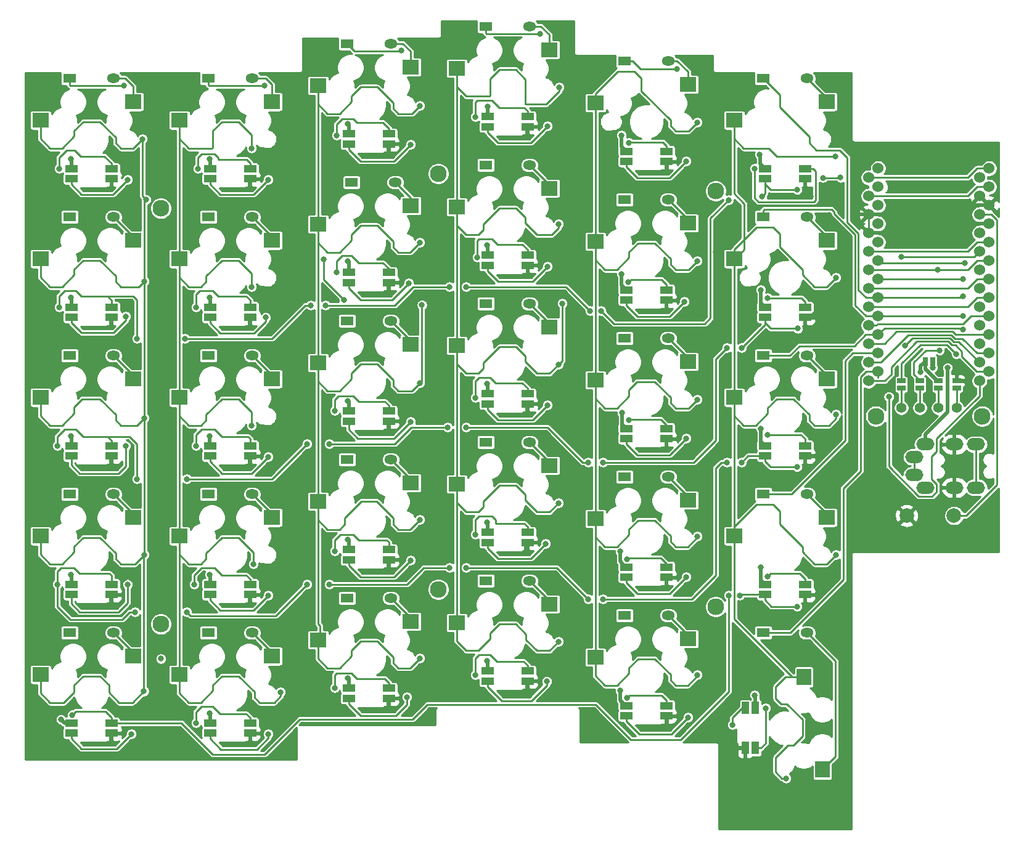
<source format=gbr>
%TF.GenerationSoftware,KiCad,Pcbnew,5.1.9-73d0e3b20d~88~ubuntu18.04.1*%
%TF.CreationDate,2021-03-13T15:22:26+09:00*%
%TF.ProjectId,swallowtail,7377616c-6c6f-4777-9461-696c2e6b6963,rev?*%
%TF.SameCoordinates,Original*%
%TF.FileFunction,Copper,L2,Bot*%
%TF.FilePolarity,Positive*%
%FSLAX46Y46*%
G04 Gerber Fmt 4.6, Leading zero omitted, Abs format (unit mm)*
G04 Created by KiCad (PCBNEW 5.1.9-73d0e3b20d~88~ubuntu18.04.1) date 2021-03-13 15:22:26*
%MOMM*%
%LPD*%
G01*
G04 APERTURE LIST*
%TA.AperFunction,SMDPad,CuDef*%
%ADD10R,2.300000X2.000000*%
%TD*%
%TA.AperFunction,ComponentPad*%
%ADD11O,1.778000X1.300000*%
%TD*%
%TA.AperFunction,ComponentPad*%
%ADD12R,1.778000X1.300000*%
%TD*%
%TA.AperFunction,ComponentPad*%
%ADD13C,2.300000*%
%TD*%
%TA.AperFunction,SMDPad,CuDef*%
%ADD14R,1.700000X1.000000*%
%TD*%
%TA.AperFunction,SMDPad,CuDef*%
%ADD15R,1.000000X1.700000*%
%TD*%
%TA.AperFunction,SMDPad,CuDef*%
%ADD16R,2.000000X2.300000*%
%TD*%
%TA.AperFunction,ComponentPad*%
%ADD17O,2.500000X1.700000*%
%TD*%
%TA.AperFunction,ComponentPad*%
%ADD18C,1.397000*%
%TD*%
%TA.AperFunction,SMDPad,CuDef*%
%ADD19R,0.635000X1.143000*%
%TD*%
%TA.AperFunction,SMDPad,CuDef*%
%ADD20R,1.143000X0.635000*%
%TD*%
%TA.AperFunction,ComponentPad*%
%ADD21C,2.000000*%
%TD*%
%TA.AperFunction,ComponentPad*%
%ADD22C,1.524000*%
%TD*%
%TA.AperFunction,ViaPad*%
%ADD23C,0.800000*%
%TD*%
%TA.AperFunction,Conductor*%
%ADD24C,0.250000*%
%TD*%
%TA.AperFunction,Conductor*%
%ADD25C,0.500000*%
%TD*%
%TA.AperFunction,Conductor*%
%ADD26C,0.254000*%
%TD*%
%TA.AperFunction,Conductor*%
%ADD27C,0.100000*%
%TD*%
G04 APERTURE END LIST*
D10*
%TO.P,SW24,1*%
%TO.N,B5*%
X132303125Y-115291875D03*
%TO.P,SW24,2*%
%TO.N,Net-(D24-Pad2)*%
X145003125Y-112751875D03*
%TD*%
D11*
%TO.P,D1,2*%
%TO.N,Net-(D1-Pad2)*%
X47053125Y-52387500D03*
D12*
%TO.P,D1,1*%
%TO.N,F7*%
X41053125Y-52387500D03*
%TD*%
D11*
%TO.P,D2,2*%
%TO.N,Net-(D2-Pad2)*%
X66103125Y-52387500D03*
D12*
%TO.P,D2,1*%
%TO.N,F7*%
X60103125Y-52387500D03*
%TD*%
D11*
%TO.P,D3,2*%
%TO.N,Net-(D3-Pad2)*%
X85153125Y-47625000D03*
D12*
%TO.P,D3,1*%
%TO.N,F7*%
X79153125Y-47625000D03*
%TD*%
D11*
%TO.P,D4,2*%
%TO.N,Net-(D4-Pad2)*%
X104203125Y-45243750D03*
D12*
%TO.P,D4,1*%
%TO.N,F7*%
X98203125Y-45243750D03*
%TD*%
D11*
%TO.P,D5,2*%
%TO.N,Net-(D5-Pad2)*%
X123253125Y-50006250D03*
D12*
%TO.P,D5,1*%
%TO.N,F7*%
X117253125Y-50006250D03*
%TD*%
D11*
%TO.P,D6,2*%
%TO.N,Net-(D6-Pad2)*%
X142303125Y-52387500D03*
D12*
%TO.P,D6,1*%
%TO.N,F7*%
X136303125Y-52387500D03*
%TD*%
D11*
%TO.P,D7,2*%
%TO.N,Net-(D7-Pad2)*%
X47053125Y-71437500D03*
D12*
%TO.P,D7,1*%
%TO.N,B1*%
X41053125Y-71437500D03*
%TD*%
D11*
%TO.P,D8,2*%
%TO.N,Net-(D8-Pad2)*%
X66103125Y-71437500D03*
D12*
%TO.P,D8,1*%
%TO.N,B1*%
X60103125Y-71437500D03*
%TD*%
D11*
%TO.P,D9,2*%
%TO.N,Net-(D9-Pad2)*%
X85759375Y-66675000D03*
D12*
%TO.P,D9,1*%
%TO.N,B1*%
X79759375Y-66675000D03*
%TD*%
D11*
%TO.P,D10,2*%
%TO.N,Net-(D10-Pad2)*%
X104203125Y-64293750D03*
D12*
%TO.P,D10,1*%
%TO.N,B1*%
X98203125Y-64293750D03*
%TD*%
D11*
%TO.P,D11,2*%
%TO.N,Net-(D11-Pad2)*%
X123253125Y-69056250D03*
D12*
%TO.P,D11,1*%
%TO.N,B1*%
X117253125Y-69056250D03*
%TD*%
D11*
%TO.P,D12,2*%
%TO.N,Net-(D12-Pad2)*%
X142303125Y-71437500D03*
D12*
%TO.P,D12,1*%
%TO.N,B1*%
X136303125Y-71437500D03*
%TD*%
D11*
%TO.P,D13,2*%
%TO.N,Net-(D13-Pad2)*%
X47053125Y-90487500D03*
D12*
%TO.P,D13,1*%
%TO.N,B3*%
X41053125Y-90487500D03*
%TD*%
D11*
%TO.P,D14,2*%
%TO.N,Net-(D14-Pad2)*%
X66103125Y-90487500D03*
D12*
%TO.P,D14,1*%
%TO.N,B3*%
X60103125Y-90487500D03*
%TD*%
D11*
%TO.P,D15,2*%
%TO.N,Net-(D15-Pad2)*%
X85153125Y-85725000D03*
D12*
%TO.P,D15,1*%
%TO.N,B3*%
X79153125Y-85725000D03*
%TD*%
D11*
%TO.P,D16,2*%
%TO.N,Net-(D16-Pad2)*%
X104203125Y-83343750D03*
D12*
%TO.P,D16,1*%
%TO.N,B3*%
X98203125Y-83343750D03*
%TD*%
D11*
%TO.P,D17,2*%
%TO.N,Net-(D17-Pad2)*%
X123253125Y-88106250D03*
D12*
%TO.P,D17,1*%
%TO.N,B3*%
X117253125Y-88106250D03*
%TD*%
D11*
%TO.P,D18,2*%
%TO.N,Net-(D18-Pad2)*%
X142303125Y-90487500D03*
D12*
%TO.P,D18,1*%
%TO.N,B3*%
X136303125Y-90487500D03*
%TD*%
D11*
%TO.P,D19,2*%
%TO.N,Net-(D19-Pad2)*%
X47053125Y-109537500D03*
D12*
%TO.P,D19,1*%
%TO.N,B2*%
X41053125Y-109537500D03*
%TD*%
D11*
%TO.P,D20,2*%
%TO.N,Net-(D20-Pad2)*%
X66103125Y-109537500D03*
D12*
%TO.P,D20,1*%
%TO.N,B2*%
X60103125Y-109537500D03*
%TD*%
D11*
%TO.P,D21,2*%
%TO.N,Net-(D21-Pad2)*%
X85153125Y-104775000D03*
D12*
%TO.P,D21,1*%
%TO.N,B2*%
X79153125Y-104775000D03*
%TD*%
D11*
%TO.P,D22,2*%
%TO.N,Net-(D22-Pad2)*%
X104203125Y-102393750D03*
D12*
%TO.P,D22,1*%
%TO.N,B2*%
X98203125Y-102393750D03*
%TD*%
D11*
%TO.P,D23,2*%
%TO.N,Net-(D23-Pad2)*%
X123253125Y-107156250D03*
D12*
%TO.P,D23,1*%
%TO.N,B2*%
X117253125Y-107156250D03*
%TD*%
D11*
%TO.P,D24,2*%
%TO.N,Net-(D24-Pad2)*%
X142303125Y-109537500D03*
D12*
%TO.P,D24,1*%
%TO.N,B2*%
X136303125Y-109537500D03*
%TD*%
D11*
%TO.P,D25,2*%
%TO.N,Net-(D25-Pad2)*%
X47053125Y-128587500D03*
D12*
%TO.P,D25,1*%
%TO.N,B6*%
X41053125Y-128587500D03*
%TD*%
D11*
%TO.P,D26,2*%
%TO.N,Net-(D26-Pad2)*%
X66103125Y-128587500D03*
D12*
%TO.P,D26,1*%
%TO.N,B6*%
X60103125Y-128587500D03*
%TD*%
D11*
%TO.P,D27,2*%
%TO.N,Net-(D27-Pad2)*%
X85153125Y-123825000D03*
D12*
%TO.P,D27,1*%
%TO.N,B6*%
X79153125Y-123825000D03*
%TD*%
D11*
%TO.P,D28,2*%
%TO.N,Net-(D28-Pad2)*%
X104203125Y-121443750D03*
D12*
%TO.P,D28,1*%
%TO.N,B6*%
X98203125Y-121443750D03*
%TD*%
D11*
%TO.P,D29,2*%
%TO.N,Net-(D29-Pad2)*%
X123253125Y-126206250D03*
D12*
%TO.P,D29,1*%
%TO.N,B6*%
X117253125Y-126206250D03*
%TD*%
D11*
%TO.P,D30,2*%
%TO.N,Net-(D30-Pad2)*%
X142303125Y-128587500D03*
D12*
%TO.P,D30,1*%
%TO.N,B6*%
X136303125Y-128587500D03*
%TD*%
D13*
%TO.P,Ref\u002A\u002A,*%
%TO.N,*%
X166370000Y-98821885D03*
%TD*%
%TO.P,Ref\u002A\u002A,*%
%TO.N,*%
X151765000Y-98821885D03*
%TD*%
%TO.P,Ref\u002A\u002A,*%
%TO.N,*%
X129778610Y-67865625D03*
%TD*%
%TO.P,Ref\u002A\u002A,*%
%TO.N,*%
X129778610Y-125015625D03*
%TD*%
%TO.P,Ref\u002A\u002A,*%
%TO.N,*%
X91678450Y-65484375D03*
%TD*%
%TO.P,Ref\u002A\u002A,*%
%TO.N,*%
X91678450Y-122634375D03*
%TD*%
%TO.P,Ref\u002A\u002A,*%
%TO.N,*%
X53578290Y-127396875D03*
%TD*%
%TO.P,Ref\u002A\u002A,*%
%TO.N,*%
X53578290Y-70246875D03*
%TD*%
D14*
%TO.P,LED1,3*%
%TO.N,GND*%
X46803125Y-66184375D03*
%TO.P,LED1,4*%
%TO.N,D3*%
X46803125Y-64784375D03*
%TO.P,LED1,2*%
%TO.N,Net-(LED1-Pad2)*%
X41303125Y-66184375D03*
%TO.P,LED1,1*%
%TO.N,VCC*%
X41303125Y-64784375D03*
%TD*%
%TO.P,LED2,3*%
%TO.N,GND*%
X65853125Y-66184375D03*
%TO.P,LED2,4*%
%TO.N,Net-(LED1-Pad2)*%
X65853125Y-64784375D03*
%TO.P,LED2,2*%
%TO.N,Net-(LED2-Pad2)*%
X60353125Y-66184375D03*
%TO.P,LED2,1*%
%TO.N,VCC*%
X60353125Y-64784375D03*
%TD*%
%TO.P,LED3,3*%
%TO.N,GND*%
X84903125Y-61421875D03*
%TO.P,LED3,4*%
%TO.N,Net-(LED2-Pad2)*%
X84903125Y-60021875D03*
%TO.P,LED3,2*%
%TO.N,Net-(LED3-Pad2)*%
X79403125Y-61421875D03*
%TO.P,LED3,1*%
%TO.N,VCC*%
X79403125Y-60021875D03*
%TD*%
%TO.P,LED4,3*%
%TO.N,GND*%
X103953125Y-59040625D03*
%TO.P,LED4,4*%
%TO.N,Net-(LED3-Pad2)*%
X103953125Y-57640625D03*
%TO.P,LED4,2*%
%TO.N,Net-(LED4-Pad2)*%
X98453125Y-59040625D03*
%TO.P,LED4,1*%
%TO.N,VCC*%
X98453125Y-57640625D03*
%TD*%
%TO.P,LED5,3*%
%TO.N,GND*%
X123003125Y-63803125D03*
%TO.P,LED5,4*%
%TO.N,Net-(LED4-Pad2)*%
X123003125Y-62403125D03*
%TO.P,LED5,2*%
%TO.N,Net-(LED5-Pad2)*%
X117503125Y-63803125D03*
%TO.P,LED5,1*%
%TO.N,VCC*%
X117503125Y-62403125D03*
%TD*%
%TO.P,LED6,3*%
%TO.N,GND*%
X142053125Y-66184375D03*
%TO.P,LED6,4*%
%TO.N,Net-(LED5-Pad2)*%
X142053125Y-64784375D03*
%TO.P,LED6,2*%
%TO.N,Net-(LED6-Pad2)*%
X136553125Y-66184375D03*
%TO.P,LED6,1*%
%TO.N,VCC*%
X136553125Y-64784375D03*
%TD*%
%TO.P,LED7,3*%
%TO.N,GND*%
X46803125Y-85234375D03*
%TO.P,LED7,4*%
%TO.N,Net-(LED6-Pad2)*%
X46803125Y-83834375D03*
%TO.P,LED7,2*%
%TO.N,Net-(LED7-Pad2)*%
X41303125Y-85234375D03*
%TO.P,LED7,1*%
%TO.N,VCC*%
X41303125Y-83834375D03*
%TD*%
%TO.P,LED8,3*%
%TO.N,GND*%
X65853125Y-85234375D03*
%TO.P,LED8,4*%
%TO.N,Net-(LED7-Pad2)*%
X65853125Y-83834375D03*
%TO.P,LED8,2*%
%TO.N,Net-(LED8-Pad2)*%
X60353125Y-85234375D03*
%TO.P,LED8,1*%
%TO.N,VCC*%
X60353125Y-83834375D03*
%TD*%
%TO.P,LED9,3*%
%TO.N,GND*%
X84903125Y-80471875D03*
%TO.P,LED9,4*%
%TO.N,Net-(LED8-Pad2)*%
X84903125Y-79071875D03*
%TO.P,LED9,2*%
%TO.N,Net-(LED10-Pad4)*%
X79403125Y-80471875D03*
%TO.P,LED9,1*%
%TO.N,VCC*%
X79403125Y-79071875D03*
%TD*%
%TO.P,LED10,3*%
%TO.N,GND*%
X103953125Y-78090625D03*
%TO.P,LED10,4*%
%TO.N,Net-(LED10-Pad4)*%
X103953125Y-76690625D03*
%TO.P,LED10,2*%
%TO.N,Net-(LED10-Pad2)*%
X98453125Y-78090625D03*
%TO.P,LED10,1*%
%TO.N,VCC*%
X98453125Y-76690625D03*
%TD*%
%TO.P,LED11,3*%
%TO.N,GND*%
X123003125Y-82853125D03*
%TO.P,LED11,4*%
%TO.N,Net-(LED10-Pad2)*%
X123003125Y-81453125D03*
%TO.P,LED11,2*%
%TO.N,Net-(LED11-Pad2)*%
X117503125Y-82853125D03*
%TO.P,LED11,1*%
%TO.N,VCC*%
X117503125Y-81453125D03*
%TD*%
%TO.P,LED12,3*%
%TO.N,GND*%
X142053125Y-85234375D03*
%TO.P,LED12,4*%
%TO.N,Net-(LED11-Pad2)*%
X142053125Y-83834375D03*
%TO.P,LED12,2*%
%TO.N,Net-(LED12-Pad2)*%
X136553125Y-85234375D03*
%TO.P,LED12,1*%
%TO.N,VCC*%
X136553125Y-83834375D03*
%TD*%
%TO.P,LED13,3*%
%TO.N,GND*%
X46803125Y-104284375D03*
%TO.P,LED13,4*%
%TO.N,Net-(LED12-Pad2)*%
X46803125Y-102884375D03*
%TO.P,LED13,2*%
%TO.N,Net-(LED13-Pad2)*%
X41303125Y-104284375D03*
%TO.P,LED13,1*%
%TO.N,VCC*%
X41303125Y-102884375D03*
%TD*%
%TO.P,LED14,3*%
%TO.N,GND*%
X65853125Y-104284375D03*
%TO.P,LED14,4*%
%TO.N,Net-(LED13-Pad2)*%
X65853125Y-102884375D03*
%TO.P,LED14,2*%
%TO.N,Net-(LED14-Pad2)*%
X60353125Y-104284375D03*
%TO.P,LED14,1*%
%TO.N,VCC*%
X60353125Y-102884375D03*
%TD*%
%TO.P,LED15,3*%
%TO.N,GND*%
X84903125Y-99521875D03*
%TO.P,LED15,4*%
%TO.N,Net-(LED14-Pad2)*%
X84903125Y-98121875D03*
%TO.P,LED15,2*%
%TO.N,Net-(LED15-Pad2)*%
X79403125Y-99521875D03*
%TO.P,LED15,1*%
%TO.N,VCC*%
X79403125Y-98121875D03*
%TD*%
%TO.P,LED16,3*%
%TO.N,GND*%
X103953125Y-97140625D03*
%TO.P,LED16,4*%
%TO.N,Net-(LED15-Pad2)*%
X103953125Y-95740625D03*
%TO.P,LED16,2*%
%TO.N,Net-(LED16-Pad2)*%
X98453125Y-97140625D03*
%TO.P,LED16,1*%
%TO.N,VCC*%
X98453125Y-95740625D03*
%TD*%
%TO.P,LED17,3*%
%TO.N,GND*%
X123003125Y-101903125D03*
%TO.P,LED17,4*%
%TO.N,Net-(LED16-Pad2)*%
X123003125Y-100503125D03*
%TO.P,LED17,2*%
%TO.N,Net-(LED17-Pad2)*%
X117503125Y-101903125D03*
%TO.P,LED17,1*%
%TO.N,VCC*%
X117503125Y-100503125D03*
%TD*%
%TO.P,LED18,3*%
%TO.N,GND*%
X142053125Y-104284375D03*
%TO.P,LED18,4*%
%TO.N,Net-(LED17-Pad2)*%
X142053125Y-102884375D03*
%TO.P,LED18,2*%
%TO.N,Net-(LED18-Pad2)*%
X136553125Y-104284375D03*
%TO.P,LED18,1*%
%TO.N,VCC*%
X136553125Y-102884375D03*
%TD*%
%TO.P,LED19,3*%
%TO.N,GND*%
X46803125Y-123334375D03*
%TO.P,LED19,4*%
%TO.N,Net-(LED18-Pad2)*%
X46803125Y-121934375D03*
%TO.P,LED19,2*%
%TO.N,Net-(LED19-Pad2)*%
X41303125Y-123334375D03*
%TO.P,LED19,1*%
%TO.N,VCC*%
X41303125Y-121934375D03*
%TD*%
%TO.P,LED20,3*%
%TO.N,GND*%
X65853125Y-123334375D03*
%TO.P,LED20,4*%
%TO.N,Net-(LED19-Pad2)*%
X65853125Y-121934375D03*
%TO.P,LED20,2*%
%TO.N,Net-(LED20-Pad2)*%
X60353125Y-123334375D03*
%TO.P,LED20,1*%
%TO.N,VCC*%
X60353125Y-121934375D03*
%TD*%
%TO.P,LED21,3*%
%TO.N,GND*%
X84903125Y-118571875D03*
%TO.P,LED21,4*%
%TO.N,Net-(LED20-Pad2)*%
X84903125Y-117171875D03*
%TO.P,LED21,2*%
%TO.N,Net-(LED21-Pad2)*%
X79403125Y-118571875D03*
%TO.P,LED21,1*%
%TO.N,VCC*%
X79403125Y-117171875D03*
%TD*%
%TO.P,LED22,3*%
%TO.N,GND*%
X103953125Y-116190625D03*
%TO.P,LED22,4*%
%TO.N,Net-(LED21-Pad2)*%
X103953125Y-114790625D03*
%TO.P,LED22,2*%
%TO.N,Net-(LED22-Pad2)*%
X98453125Y-116190625D03*
%TO.P,LED22,1*%
%TO.N,VCC*%
X98453125Y-114790625D03*
%TD*%
%TO.P,LED23,3*%
%TO.N,GND*%
X123003125Y-120953125D03*
%TO.P,LED23,4*%
%TO.N,Net-(LED22-Pad2)*%
X123003125Y-119553125D03*
%TO.P,LED23,2*%
%TO.N,Net-(LED23-Pad2)*%
X117503125Y-120953125D03*
%TO.P,LED23,1*%
%TO.N,VCC*%
X117503125Y-119553125D03*
%TD*%
%TO.P,LED24,3*%
%TO.N,GND*%
X142053125Y-123334375D03*
%TO.P,LED24,4*%
%TO.N,Net-(LED23-Pad2)*%
X142053125Y-121934375D03*
%TO.P,LED24,2*%
%TO.N,Net-(LED24-Pad2)*%
X136553125Y-123334375D03*
%TO.P,LED24,1*%
%TO.N,VCC*%
X136553125Y-121934375D03*
%TD*%
%TO.P,LED25,3*%
%TO.N,GND*%
X46803125Y-142384375D03*
%TO.P,LED25,4*%
%TO.N,Net-(LED24-Pad2)*%
X46803125Y-140984375D03*
%TO.P,LED25,2*%
%TO.N,Net-(LED25-Pad2)*%
X41303125Y-142384375D03*
%TO.P,LED25,1*%
%TO.N,VCC*%
X41303125Y-140984375D03*
%TD*%
%TO.P,LED26,3*%
%TO.N,GND*%
X65853125Y-142384375D03*
%TO.P,LED26,4*%
%TO.N,Net-(LED25-Pad2)*%
X65853125Y-140984375D03*
%TO.P,LED26,2*%
%TO.N,Net-(LED26-Pad2)*%
X60353125Y-142384375D03*
%TO.P,LED26,1*%
%TO.N,VCC*%
X60353125Y-140984375D03*
%TD*%
%TO.P,LED27,3*%
%TO.N,GND*%
X84903125Y-137621875D03*
%TO.P,LED27,4*%
%TO.N,Net-(LED26-Pad2)*%
X84903125Y-136221875D03*
%TO.P,LED27,2*%
%TO.N,Net-(LED27-Pad2)*%
X79403125Y-137621875D03*
%TO.P,LED27,1*%
%TO.N,VCC*%
X79403125Y-136221875D03*
%TD*%
%TO.P,LED28,3*%
%TO.N,GND*%
X103953125Y-135240625D03*
%TO.P,LED28,4*%
%TO.N,Net-(LED27-Pad2)*%
X103953125Y-133840625D03*
%TO.P,LED28,2*%
%TO.N,Net-(LED28-Pad2)*%
X98453125Y-135240625D03*
%TO.P,LED28,1*%
%TO.N,VCC*%
X98453125Y-133840625D03*
%TD*%
%TO.P,LED29,3*%
%TO.N,GND*%
X123003125Y-140003125D03*
%TO.P,LED29,4*%
%TO.N,Net-(LED28-Pad2)*%
X123003125Y-138603125D03*
%TO.P,LED29,2*%
%TO.N,Net-(LED29-Pad2)*%
X117503125Y-140003125D03*
%TO.P,LED29,1*%
%TO.N,VCC*%
X117503125Y-138603125D03*
%TD*%
D15*
%TO.P,LED30,3*%
%TO.N,GND*%
X133840625Y-144434375D03*
%TO.P,LED30,4*%
%TO.N,Net-(LED29-Pad2)*%
X135240625Y-144434375D03*
%TO.P,LED30,2*%
%TO.N,Net-(LED30-Pad2)*%
X133840625Y-138934375D03*
%TO.P,LED30,1*%
%TO.N,VCC*%
X135240625Y-138934375D03*
%TD*%
D10*
%TO.P,SW29,1*%
%TO.N,B4*%
X113253125Y-131960625D03*
%TO.P,SW29,2*%
%TO.N,Net-(D29-Pad2)*%
X125953125Y-129420625D03*
%TD*%
%TO.P,SW4,1*%
%TO.N,E6*%
X94203125Y-50998125D03*
%TO.P,SW4,2*%
%TO.N,Net-(D4-Pad2)*%
X106903125Y-48458125D03*
%TD*%
D16*
%TO.P,SW30,1*%
%TO.N,B5*%
X141883125Y-134684375D03*
%TO.P,SW30,2*%
%TO.N,Net-(D30-Pad2)*%
X144423125Y-147384375D03*
%TD*%
D10*
%TO.P,SW25,1*%
%TO.N,D4*%
X37053125Y-134341875D03*
%TO.P,SW25,2*%
%TO.N,Net-(D25-Pad2)*%
X49753125Y-131801875D03*
%TD*%
D17*
%TO.P,J1,D*%
%TO.N,VCC*%
X158546500Y-102687135D03*
%TO.P,J1,A*%
%TO.N,Net-(J1-PadA)*%
X157046500Y-106887135D03*
%TO.P,J1,B*%
%TO.N,D2*%
X165546500Y-102687135D03*
%TO.P,J1,C*%
%TO.N,GND*%
X162546500Y-102687135D03*
%TO.P,J1,B*%
%TO.N,D2*%
X165546500Y-108637135D03*
%TO.P,J1,C*%
%TO.N,GND*%
X162546500Y-108637135D03*
%TO.P,J1,D*%
%TO.N,VCC*%
X158546500Y-108637135D03*
%TO.P,J1,A*%
%TO.N,Net-(J1-PadA)*%
X157046500Y-104437135D03*
%TD*%
D18*
%TO.P,J2,1*%
%TO.N,Net-(J2-Pad1)*%
X155257500Y-97647135D03*
%TO.P,J2,2*%
%TO.N,Net-(J2-Pad2)*%
X157797500Y-97647135D03*
%TO.P,J2,3*%
%TO.N,Net-(J2-Pad3)*%
X160337500Y-97647135D03*
%TO.P,J2,4*%
%TO.N,Net-(J2-Pad4)*%
X162877500Y-97647135D03*
%TD*%
D19*
%TO.P,JP1,2*%
%TO.N,VCC*%
X158567120Y-91297135D03*
%TO.P,JP1,1*%
%TO.N,F6*%
X159567880Y-91297135D03*
%TD*%
D20*
%TO.P,JP3,1*%
%TO.N,Net-(J2-Pad4)*%
X162877500Y-94972515D03*
%TO.P,JP3,2*%
%TO.N,GND*%
X162877500Y-93971755D03*
%TD*%
%TO.P,JP4,2*%
%TO.N,VCC*%
X160337500Y-93971755D03*
%TO.P,JP4,1*%
%TO.N,Net-(J2-Pad3)*%
X160337500Y-94972515D03*
%TD*%
%TO.P,JP5,1*%
%TO.N,Net-(J2-Pad2)*%
X157797500Y-94972515D03*
%TO.P,JP5,2*%
%TO.N,SCL*%
X157797500Y-93971755D03*
%TD*%
%TO.P,JP6,2*%
%TO.N,SDA*%
X155257500Y-93971755D03*
%TO.P,JP6,1*%
%TO.N,Net-(J2-Pad1)*%
X155257500Y-94972515D03*
%TD*%
D21*
%TO.P,RSW1,1*%
%TO.N,RST*%
X162496500Y-112490260D03*
%TO.P,RSW1,2*%
%TO.N,GND*%
X155996500Y-112490260D03*
%TD*%
D10*
%TO.P,SW1,1*%
%TO.N,D4*%
X37053125Y-58141875D03*
%TO.P,SW1,2*%
%TO.N,Net-(D1-Pad2)*%
X49753125Y-55601875D03*
%TD*%
%TO.P,SW2,2*%
%TO.N,Net-(D2-Pad2)*%
X68803125Y-55601875D03*
%TO.P,SW2,1*%
%TO.N,C6*%
X56103125Y-58141875D03*
%TD*%
%TO.P,SW3,2*%
%TO.N,Net-(D3-Pad2)*%
X87853125Y-50839375D03*
%TO.P,SW3,1*%
%TO.N,D7*%
X75153125Y-53379375D03*
%TD*%
%TO.P,SW5,2*%
%TO.N,Net-(D5-Pad2)*%
X125953125Y-53220625D03*
%TO.P,SW5,1*%
%TO.N,B4*%
X113253125Y-55760625D03*
%TD*%
%TO.P,SW6,2*%
%TO.N,Net-(D6-Pad2)*%
X145003125Y-55601875D03*
%TO.P,SW6,1*%
%TO.N,B5*%
X132303125Y-58141875D03*
%TD*%
%TO.P,SW7,2*%
%TO.N,Net-(D7-Pad2)*%
X49753125Y-74651875D03*
%TO.P,SW7,1*%
%TO.N,D4*%
X37053125Y-77191875D03*
%TD*%
%TO.P,SW8,2*%
%TO.N,Net-(D8-Pad2)*%
X68803125Y-74651875D03*
%TO.P,SW8,1*%
%TO.N,C6*%
X56103125Y-77191875D03*
%TD*%
%TO.P,SW9,1*%
%TO.N,D7*%
X75153125Y-72429375D03*
%TO.P,SW9,2*%
%TO.N,Net-(D9-Pad2)*%
X87853125Y-69889375D03*
%TD*%
%TO.P,SW10,2*%
%TO.N,Net-(D10-Pad2)*%
X106903125Y-67508125D03*
%TO.P,SW10,1*%
%TO.N,E6*%
X94203125Y-70048125D03*
%TD*%
%TO.P,SW11,2*%
%TO.N,Net-(D11-Pad2)*%
X125953125Y-72270625D03*
%TO.P,SW11,1*%
%TO.N,B4*%
X113253125Y-74810625D03*
%TD*%
%TO.P,SW12,2*%
%TO.N,Net-(D12-Pad2)*%
X145003125Y-74651875D03*
%TO.P,SW12,1*%
%TO.N,B5*%
X132303125Y-77191875D03*
%TD*%
%TO.P,SW13,1*%
%TO.N,D4*%
X37053125Y-96241875D03*
%TO.P,SW13,2*%
%TO.N,Net-(D13-Pad2)*%
X49753125Y-93701875D03*
%TD*%
%TO.P,SW14,1*%
%TO.N,C6*%
X56103125Y-96241875D03*
%TO.P,SW14,2*%
%TO.N,Net-(D14-Pad2)*%
X68803125Y-93701875D03*
%TD*%
%TO.P,SW15,2*%
%TO.N,Net-(D15-Pad2)*%
X87853125Y-88939375D03*
%TO.P,SW15,1*%
%TO.N,D7*%
X75153125Y-91479375D03*
%TD*%
%TO.P,SW16,1*%
%TO.N,E6*%
X94203125Y-89098125D03*
%TO.P,SW16,2*%
%TO.N,Net-(D16-Pad2)*%
X106903125Y-86558125D03*
%TD*%
%TO.P,SW17,1*%
%TO.N,B4*%
X113253125Y-93860625D03*
%TO.P,SW17,2*%
%TO.N,Net-(D17-Pad2)*%
X125953125Y-91320625D03*
%TD*%
%TO.P,SW18,1*%
%TO.N,B5*%
X132303125Y-96241875D03*
%TO.P,SW18,2*%
%TO.N,Net-(D18-Pad2)*%
X145003125Y-93701875D03*
%TD*%
%TO.P,SW19,1*%
%TO.N,D4*%
X37053125Y-115291875D03*
%TO.P,SW19,2*%
%TO.N,Net-(D19-Pad2)*%
X49753125Y-112751875D03*
%TD*%
%TO.P,SW20,1*%
%TO.N,C6*%
X56103125Y-115291875D03*
%TO.P,SW20,2*%
%TO.N,Net-(D20-Pad2)*%
X68803125Y-112751875D03*
%TD*%
%TO.P,SW21,1*%
%TO.N,D7*%
X75153125Y-110529375D03*
%TO.P,SW21,2*%
%TO.N,Net-(D21-Pad2)*%
X87853125Y-107989375D03*
%TD*%
%TO.P,SW22,2*%
%TO.N,Net-(D22-Pad2)*%
X106903125Y-105608125D03*
%TO.P,SW22,1*%
%TO.N,E6*%
X94203125Y-108148125D03*
%TD*%
%TO.P,SW23,1*%
%TO.N,B4*%
X113253125Y-112910625D03*
%TO.P,SW23,2*%
%TO.N,Net-(D23-Pad2)*%
X125953125Y-110370625D03*
%TD*%
%TO.P,SW26,2*%
%TO.N,Net-(D26-Pad2)*%
X68803125Y-131801875D03*
%TO.P,SW26,1*%
%TO.N,C6*%
X56103125Y-134341875D03*
%TD*%
%TO.P,SW27,2*%
%TO.N,Net-(D27-Pad2)*%
X87853125Y-127039375D03*
%TO.P,SW27,1*%
%TO.N,D7*%
X75153125Y-129579375D03*
%TD*%
%TO.P,SW28,2*%
%TO.N,Net-(D28-Pad2)*%
X106903125Y-124658125D03*
%TO.P,SW28,1*%
%TO.N,E6*%
X94203125Y-127198125D03*
%TD*%
D22*
%TO.P,U1,24*%
%TO.N,Net-(U1-Pad24)*%
X152082500Y-64754135D03*
%TO.P,U1,23*%
%TO.N,GND*%
X152082500Y-67294135D03*
%TO.P,U1,22*%
%TO.N,RST*%
X152082500Y-69834135D03*
%TO.P,U1,21*%
%TO.N,VCC*%
X152082500Y-72374135D03*
%TO.P,U1,20*%
%TO.N,F4*%
X152082500Y-74914135D03*
%TO.P,U1,19*%
%TO.N,F5*%
X152082500Y-77454135D03*
%TO.P,U1,18*%
%TO.N,F6*%
X152082500Y-79994135D03*
%TO.P,U1,17*%
%TO.N,F7*%
X152082500Y-82534135D03*
%TO.P,U1,16*%
%TO.N,B1*%
X152082500Y-85074135D03*
%TO.P,U1,15*%
%TO.N,B3*%
X152082500Y-87614135D03*
%TO.P,U1,14*%
%TO.N,B2*%
X152082500Y-90154135D03*
%TO.P,U1,13*%
%TO.N,B6*%
X152082500Y-92694135D03*
%TO.P,U1,12*%
%TO.N,B5*%
X167302500Y-92694135D03*
%TO.P,U1,11*%
%TO.N,B4*%
X167302500Y-90154135D03*
%TO.P,U1,10*%
%TO.N,E6*%
X167302500Y-87614135D03*
%TO.P,U1,9*%
%TO.N,D7*%
X167302500Y-85074135D03*
%TO.P,U1,8*%
%TO.N,C6*%
X167302500Y-82534135D03*
%TO.P,U1,7*%
%TO.N,D4*%
X167302500Y-79994135D03*
%TO.P,U1,6*%
%TO.N,SCL*%
X167302500Y-77454135D03*
%TO.P,U1,5*%
%TO.N,SDA*%
X167302500Y-74914135D03*
%TO.P,U1,4*%
%TO.N,GND*%
X167302500Y-72374135D03*
%TO.P,U1,3*%
X167302500Y-69834135D03*
%TO.P,U1,2*%
%TO.N,D2*%
X167302500Y-67294135D03*
%TO.P,U1,1*%
%TO.N,D3*%
X167302500Y-64754135D03*
X150756100Y-66024135D03*
%TO.P,U1,2*%
%TO.N,D2*%
X150756100Y-68564135D03*
%TO.P,U1,3*%
%TO.N,GND*%
X150756100Y-71104135D03*
%TO.P,U1,4*%
X150756100Y-73644135D03*
%TO.P,U1,5*%
%TO.N,SDA*%
X150756100Y-76184135D03*
%TO.P,U1,6*%
%TO.N,SCL*%
X150756100Y-78724135D03*
%TO.P,U1,7*%
%TO.N,D4*%
X150756100Y-81264135D03*
%TO.P,U1,8*%
%TO.N,C6*%
X150756100Y-83804135D03*
%TO.P,U1,9*%
%TO.N,D7*%
X150756100Y-86344135D03*
%TO.P,U1,10*%
%TO.N,E6*%
X150756100Y-88884135D03*
%TO.P,U1,11*%
%TO.N,B4*%
X150756100Y-91424135D03*
%TO.P,U1,12*%
%TO.N,B5*%
X150756100Y-93964135D03*
%TO.P,U1,13*%
%TO.N,B6*%
X165996100Y-93964135D03*
%TO.P,U1,14*%
%TO.N,B2*%
X165996100Y-91424135D03*
%TO.P,U1,15*%
%TO.N,B3*%
X165996100Y-88884135D03*
%TO.P,U1,16*%
%TO.N,B1*%
X165996100Y-86344135D03*
%TO.P,U1,17*%
%TO.N,F7*%
X165996100Y-83804135D03*
%TO.P,U1,18*%
%TO.N,F6*%
X165996100Y-81264135D03*
%TO.P,U1,19*%
%TO.N,F5*%
X165996100Y-78724135D03*
%TO.P,U1,20*%
%TO.N,F4*%
X165996100Y-76184135D03*
%TO.P,U1,21*%
%TO.N,VCC*%
X165996100Y-73644135D03*
%TO.P,U1,22*%
%TO.N,RST*%
X165996100Y-71104135D03*
%TO.P,U1,23*%
%TO.N,GND*%
X165996100Y-68564135D03*
%TO.P,U1,24*%
%TO.N,Net-(U1-Pad24)*%
X165996100Y-66024135D03*
%TD*%
D23*
%TO.N,*%
X53578350Y-132159930D03*
%TO.N,F7*%
X163766500Y-82375385D03*
X48514000Y-53340000D03*
X67818000Y-53340000D03*
X86614000Y-48514000D03*
X105664000Y-46228000D03*
X124460000Y-51054000D03*
%TO.N,B1*%
X163766500Y-85042385D03*
%TO.N,B3*%
X163766500Y-86889125D03*
%TO.N,B2*%
X155774002Y-89107203D03*
%TO.N,B6*%
X153543000Y-96139000D03*
%TO.N,VCC*%
X157924500Y-92789385D03*
X161607500Y-92154383D03*
X41223635Y-63424365D03*
X41223635Y-82474365D03*
X41223635Y-101524365D03*
X41223635Y-120574365D03*
X60273635Y-139624365D03*
X60273635Y-120574365D03*
X60273635Y-101524365D03*
X60273635Y-82474365D03*
X79260135Y-58661865D03*
X79208624Y-77509376D03*
X79260135Y-96761865D03*
X79260135Y-115811865D03*
X79260135Y-134861865D03*
X98405385Y-132480615D03*
X98405385Y-113430615D03*
X98405385Y-94380615D03*
X98405385Y-75330615D03*
X98440875Y-56245125D03*
X135127968Y-137160000D03*
X39850429Y-140489585D03*
X135970875Y-119553125D03*
X135970889Y-100503125D03*
X135970863Y-81453125D03*
X135781991Y-62846001D03*
X116840000Y-79248000D03*
X116915271Y-98373271D03*
X116661271Y-117423271D03*
X116687405Y-136550595D03*
X60269649Y-63463010D03*
X116840000Y-60198000D03*
%TO.N,GND*%
X46755615Y-86594385D03*
X46755615Y-105644385D03*
X46755615Y-143744385D03*
X65805615Y-124694385D03*
X65805615Y-86594385D03*
X65805615Y-67544385D03*
X84792115Y-62781885D03*
X84792115Y-81831885D03*
X84792115Y-100881885D03*
X84792115Y-119931885D03*
X103886000Y-137160000D03*
X103886000Y-60452000D03*
X103683365Y-117550635D03*
X123050865Y-141363135D03*
X103886008Y-98552000D03*
X130810000Y-141224000D03*
X123050865Y-65163135D03*
X84787455Y-138977225D03*
X65805615Y-105644385D03*
X103886000Y-79502000D03*
X122936000Y-103378006D03*
X122936000Y-84328000D03*
X123045625Y-122428000D03*
X139192000Y-68580000D03*
X144272000Y-104394000D03*
X141478006Y-125983994D03*
X142784990Y-68580000D03*
X46755615Y-124694385D03*
X145324990Y-71120000D03*
X38862000Y-104140000D03*
X38862000Y-86614000D03*
X46750955Y-67539725D03*
X144780000Y-83312000D03*
X65805621Y-143744391D03*
X53578350Y-66675280D03*
X53578350Y-85725360D03*
X53578350Y-104775440D03*
X53578350Y-123825520D03*
X72628430Y-126206780D03*
X72628430Y-111919220D03*
X72628430Y-92869140D03*
X72628430Y-73819060D03*
X133350560Y-66675280D03*
X158925565Y-67294135D03*
X154781900Y-101203550D03*
X145256860Y-108347330D03*
X113109850Y-140494340D03*
X139303710Y-130969300D03*
X89297250Y-140494340D03*
X57150240Y-85725360D03*
X57150240Y-104775440D03*
X57473358Y-124148638D03*
X44053310Y-55959610D03*
X63103390Y-55959610D03*
X82153470Y-51197090D03*
X101203550Y-48815830D03*
X114349125Y-120953125D03*
X133811290Y-84074000D03*
X76200320Y-82153470D03*
X144066230Y-141684970D03*
X110728590Y-67865910D03*
X110728590Y-86915990D03*
X129778670Y-76200320D03*
X129778670Y-88106620D03*
X127397410Y-98822290D03*
X110728590Y-110728590D03*
X134541190Y-108347330D03*
X130969300Y-108347330D03*
X127397410Y-108347330D03*
X92869140Y-132159930D03*
X54768980Y-138113080D03*
X159544420Y-63103390D03*
X159878085Y-71104135D03*
X158353790Y-75009690D03*
X70247170Y-82153470D03*
X39290790Y-69056540D03*
X129778670Y-59531500D03*
X128588040Y-91678510D03*
X108347330Y-46434570D03*
X90487880Y-47625200D03*
X73819060Y-47625200D03*
X127397410Y-51197090D03*
X58340870Y-70247170D03*
X107156700Y-83344100D03*
X164592004Y-95710385D03*
X147066000Y-85344000D03*
X146304000Y-87884000D03*
X148590000Y-92964000D03*
X146812000Y-92202000D03*
X133350000Y-103378000D03*
X145542000Y-90424000D03*
X163068000Y-74930000D03*
%TO.N,F6*%
X163766500Y-79962385D03*
X159601838Y-92128047D03*
%TO.N,SCL*%
X160242250Y-78724135D03*
X160528000Y-89757260D03*
%TO.N,SDA*%
X162814000Y-90265260D03*
%TO.N,D3*%
X144489010Y-66040000D03*
X39624000Y-64770000D03*
X146923121Y-66024131D03*
%TO.N,Net-(LED1-Pad2)*%
X58674000Y-64770000D03*
X49022000Y-66294000D03*
%TO.N,Net-(LED2-Pad2)*%
X68326000Y-66294000D03*
X77724000Y-60197990D03*
%TO.N,Net-(LED3-Pad2)*%
X87884000Y-61468000D03*
X96774000Y-57658000D03*
%TO.N,Net-(LED4-Pad2)*%
X106680000Y-58928000D03*
X117856000Y-61214000D03*
%TO.N,Net-(LED5-Pad2)*%
X125730000Y-63754000D03*
X135103123Y-64770000D03*
%TO.N,Net-(LED6-Pad2)*%
X140970000Y-67694375D03*
X39624000Y-83820000D03*
X114046000Y-84328000D03*
X112522000Y-84328000D03*
X95504000Y-81026000D03*
X93218000Y-81026000D03*
X76200000Y-83566000D03*
X74168000Y-83566000D03*
X56896000Y-88138000D03*
X50292000Y-88138000D03*
X136144000Y-68580000D03*
X131571976Y-69088000D03*
%TO.N,Net-(LED7-Pad2)*%
X48768000Y-85090000D03*
X58420000Y-83820000D03*
%TO.N,Net-(LED8-Pad2)*%
X67962375Y-85234375D03*
X77724000Y-78994000D03*
%TO.N,Net-(LED10-Pad4)*%
X87630000Y-80518000D03*
X97003123Y-76962000D03*
%TO.N,Net-(LED10-Pad2)*%
X106680000Y-78232000D03*
X117799730Y-80353123D03*
%TO.N,Net-(LED11-Pad2)*%
X125476000Y-83058000D03*
X136906000Y-82550000D03*
%TO.N,Net-(LED12-Pad2)*%
X39370000Y-102870000D03*
X141063048Y-86774952D03*
X133350000Y-89408000D03*
X131318000Y-89408000D03*
X114300000Y-105156000D03*
X112268000Y-105156000D03*
X95504000Y-100330000D03*
X92964000Y-100330000D03*
X76708000Y-102616000D03*
X73660000Y-102616000D03*
X57150000Y-107442000D03*
X50292000Y-107442000D03*
%TO.N,Net-(LED13-Pad2)*%
X58420000Y-102870000D03*
X48738127Y-102884375D03*
%TO.N,Net-(LED14-Pad2)*%
X68326000Y-104394000D03*
X77470000Y-98044000D03*
%TO.N,Net-(LED15-Pad2)*%
X87884000Y-99568000D03*
X96774000Y-96266000D03*
%TO.N,Net-(LED16-Pad2)*%
X106680000Y-97282000D03*
X117856000Y-99314000D03*
%TO.N,Net-(LED17-Pad2)*%
X125730000Y-101854000D03*
X136906000Y-101353135D03*
%TO.N,Net-(LED18-Pad2)*%
X140942234Y-105794375D03*
X39370000Y-121920000D03*
X133350000Y-105156000D03*
X131318000Y-105156000D03*
X114300000Y-123952000D03*
X112268000Y-123952000D03*
X76708000Y-121920000D03*
X73660000Y-121920000D03*
X50038000Y-125730000D03*
X93218000Y-119634004D03*
X95504000Y-119634000D03*
X57150000Y-125730000D03*
%TO.N,Net-(LED19-Pad2)*%
X58166000Y-121920000D03*
X49007625Y-121934375D03*
%TO.N,Net-(LED20-Pad2)*%
X68326000Y-123444000D03*
X77470000Y-117348000D03*
%TO.N,Net-(LED21-Pad2)*%
X87884000Y-118618000D03*
X96774000Y-115062000D03*
%TO.N,Net-(LED22-Pad2)*%
X106426000Y-116332000D03*
X117602000Y-118453123D03*
%TO.N,Net-(LED23-Pad2)*%
X125730000Y-120904000D03*
X136896345Y-120824699D03*
%TO.N,Net-(LED24-Pad2)*%
X41368049Y-139884363D03*
X140970000Y-124968000D03*
X131572000Y-123444000D03*
X133096004Y-123444000D03*
%TO.N,Net-(LED25-Pad2)*%
X49530000Y-142494000D03*
X58420000Y-140970000D03*
%TO.N,Net-(LED26-Pad2)*%
X77470000Y-136144000D03*
X68326000Y-142494016D03*
%TO.N,Net-(LED27-Pad2)*%
X87376000Y-137414000D03*
X96774000Y-134366000D03*
%TO.N,Net-(LED28-Pad2)*%
X106567371Y-135240625D03*
X117602000Y-137503123D03*
%TO.N,Net-(LED29-Pad2)*%
X136652000Y-138938000D03*
X125984000Y-140208000D03*
%TO.N,D4*%
X51054000Y-60706000D03*
X51308000Y-80264000D03*
X51308000Y-99060000D03*
X51308000Y-117856000D03*
X51244500Y-136636125D03*
X51545463Y-69054850D03*
%TO.N,C6*%
X66294000Y-119126000D03*
X66040000Y-100076000D03*
X66040000Y-81026000D03*
X66040000Y-61976000D03*
X70015990Y-136739922D03*
X75946000Y-77216000D03*
X78740000Y-82840990D03*
%TO.N,D7*%
X89154000Y-132080000D03*
X89154000Y-113030000D03*
X89154000Y-94234000D03*
X89154000Y-74930000D03*
X89154000Y-56134000D03*
X89429005Y-83544999D03*
%TO.N,E6*%
X108204000Y-129794000D03*
X108204000Y-110744000D03*
X108204000Y-91694000D03*
X108204000Y-72390000D03*
X108283136Y-53594000D03*
X108712012Y-83312000D03*
%TO.N,B4*%
X127254000Y-134366000D03*
X127254000Y-115316000D03*
X127254000Y-96520000D03*
X127254000Y-77470000D03*
X127254000Y-58420000D03*
%TO.N,B5*%
X139446000Y-148590000D03*
X146304000Y-117856000D03*
X146304000Y-79756000D03*
X146177984Y-63109564D03*
X146304000Y-98552000D03*
%TO.N,F4*%
X155257500Y-76914385D03*
%TO.N,F5*%
X164020500Y-77803385D03*
%TO.N,Net-(LED30-Pad2)*%
X132080000Y-141224000D03*
%TD*%
D24*
%TO.N,F7*%
X163607750Y-82534135D02*
X163766500Y-82375385D01*
X152082500Y-82534135D02*
X163607750Y-82534135D01*
X48491490Y-53362510D02*
X48514000Y-53340000D01*
X41053125Y-53287500D02*
X41128135Y-53362510D01*
X41053125Y-52387500D02*
X41053125Y-53287500D01*
X41128135Y-53362510D02*
X48491490Y-53362510D01*
X67795490Y-53362510D02*
X67818000Y-53340000D01*
X60178135Y-53362510D02*
X67795490Y-53362510D01*
X60103125Y-52387500D02*
X60103125Y-53287500D01*
X60103125Y-53287500D02*
X60178135Y-53362510D01*
X79153125Y-47625000D02*
X80128135Y-48600010D01*
X80128135Y-48600010D02*
X86527990Y-48600010D01*
X86527990Y-48600010D02*
X86614000Y-48514000D01*
X98203125Y-46143750D02*
X98287375Y-46228000D01*
X98287375Y-46228000D02*
X105664000Y-46228000D01*
X98203125Y-45243750D02*
X98203125Y-46143750D01*
X119439875Y-51054000D02*
X124460000Y-51054000D01*
X117253125Y-50006250D02*
X118392125Y-50006250D01*
X118392125Y-50006250D02*
X119439875Y-51054000D01*
X150436474Y-82534135D02*
X152082500Y-82534135D01*
X149361020Y-81458681D02*
X150436474Y-82534135D01*
X149361019Y-73706431D02*
X149361020Y-81458681D01*
X147828000Y-72173412D02*
X149361019Y-73706431D01*
X147828000Y-63246000D02*
X147828000Y-72173412D01*
X146812000Y-62230000D02*
X147828000Y-63246000D01*
X138588126Y-54672501D02*
X138588126Y-56357877D01*
X138588126Y-56357877D02*
X142628124Y-60397875D01*
X143572248Y-62230000D02*
X146812000Y-62230000D01*
X142628124Y-60397875D02*
X142628124Y-61285876D01*
X136303125Y-52387500D02*
X138588126Y-54672501D01*
X142628124Y-61285876D02*
X143572248Y-62230000D01*
%TO.N,Net-(D1-Pad2)*%
X49753125Y-53506121D02*
X48634504Y-52387500D01*
X48634504Y-52387500D02*
X47053125Y-52387500D01*
X49753125Y-55601875D02*
X49753125Y-53506121D01*
%TO.N,Net-(D2-Pad2)*%
X68803125Y-53252121D02*
X67938504Y-52387500D01*
X67938504Y-52387500D02*
X66103125Y-52387500D01*
X68803125Y-55601875D02*
X68803125Y-53252121D01*
%TO.N,Net-(D3-Pad2)*%
X87853125Y-48680121D02*
X86798004Y-47625000D01*
X86798004Y-47625000D02*
X85153125Y-47625000D01*
X87853125Y-50839375D02*
X87853125Y-48680121D01*
%TO.N,Net-(D4-Pad2)*%
X106903125Y-48458125D02*
X106903125Y-46394121D01*
X105752754Y-45243750D02*
X104203125Y-45243750D01*
X106903125Y-46394121D02*
X105752754Y-45243750D01*
%TO.N,Net-(D5-Pad2)*%
X125953125Y-53220625D02*
X125953125Y-51474121D01*
X124485254Y-50006250D02*
X123253125Y-50006250D01*
X125953125Y-51474121D02*
X124485254Y-50006250D01*
%TO.N,Net-(D6-Pad2)*%
X145003125Y-55087500D02*
X142303125Y-52387500D01*
X145003125Y-55601875D02*
X145003125Y-55087500D01*
%TO.N,Net-(D7-Pad2)*%
X49753125Y-74137500D02*
X47053125Y-71437500D01*
X49753125Y-74651875D02*
X49753125Y-74137500D01*
%TO.N,B1*%
X152114250Y-85042385D02*
X152082500Y-85074135D01*
X163766500Y-85042385D02*
X152114250Y-85042385D01*
X150417338Y-85074135D02*
X152082500Y-85074135D01*
X148911011Y-83567808D02*
X150417338Y-85074135D01*
X148911010Y-73892832D02*
X148911011Y-83567808D01*
X145672992Y-70394998D02*
X146049992Y-70771998D01*
X136303125Y-70537500D02*
X136445627Y-70394998D01*
X136303125Y-71437500D02*
X136303125Y-70537500D01*
X136445627Y-70394998D02*
X145672992Y-70394998D01*
X146049992Y-71031814D02*
X148911010Y-73892832D01*
X146049992Y-70771998D02*
X146049992Y-71031814D01*
%TO.N,Net-(D8-Pad2)*%
X68803125Y-74137500D02*
X66103125Y-71437500D01*
X68803125Y-74651875D02*
X68803125Y-74137500D01*
%TO.N,Net-(D9-Pad2)*%
X87853125Y-68768750D02*
X85759375Y-66675000D01*
X87853125Y-69889375D02*
X87853125Y-68768750D01*
%TO.N,Net-(D10-Pad2)*%
X106903125Y-66993750D02*
X104203125Y-64293750D01*
X106903125Y-67508125D02*
X106903125Y-66993750D01*
%TO.N,Net-(D11-Pad2)*%
X125953125Y-71756250D02*
X123253125Y-69056250D01*
X125953125Y-72270625D02*
X125953125Y-71756250D01*
%TO.N,Net-(D12-Pad2)*%
X145003125Y-74137500D02*
X142303125Y-71437500D01*
X145003125Y-74651875D02*
X145003125Y-74137500D01*
%TO.N,B3*%
X152951430Y-86745205D02*
X163622580Y-86745205D01*
X163622580Y-86745205D02*
X163766500Y-86889125D01*
X152082500Y-87614135D02*
X152951430Y-86745205D01*
X139941688Y-90487500D02*
X141275188Y-89154000D01*
X136303125Y-90487500D02*
X139941688Y-90487500D01*
X150383865Y-87614135D02*
X148844000Y-89154000D01*
X152082500Y-87614135D02*
X150383865Y-87614135D01*
X141275188Y-89154000D02*
X148844000Y-89154000D01*
%TO.N,Net-(D13-Pad2)*%
X49753125Y-93187500D02*
X47053125Y-90487500D01*
X49753125Y-93701875D02*
X49753125Y-93187500D01*
%TO.N,Net-(D14-Pad2)*%
X68803125Y-93187500D02*
X66103125Y-90487500D01*
X68803125Y-93701875D02*
X68803125Y-93187500D01*
%TO.N,Net-(D15-Pad2)*%
X87853125Y-88425000D02*
X85153125Y-85725000D01*
X87853125Y-88939375D02*
X87853125Y-88425000D01*
%TO.N,Net-(D16-Pad2)*%
X106903125Y-86043750D02*
X104203125Y-83343750D01*
X106903125Y-86558125D02*
X106903125Y-86043750D01*
%TO.N,Net-(D17-Pad2)*%
X125953125Y-90806250D02*
X123253125Y-88106250D01*
X125953125Y-91320625D02*
X125953125Y-90806250D01*
%TO.N,Net-(D18-Pad2)*%
X145003125Y-93187500D02*
X142303125Y-90487500D01*
X145003125Y-93701875D02*
X145003125Y-93187500D01*
%TO.N,Net-(D19-Pad2)*%
X49753125Y-112237500D02*
X47053125Y-109537500D01*
X49753125Y-112751875D02*
X49753125Y-112237500D01*
%TO.N,B2*%
X165996100Y-91424135D02*
X163175203Y-88603238D01*
X162424800Y-88603238D02*
X161916800Y-88095238D01*
X161916800Y-88095238D02*
X156785967Y-88095238D01*
X163175203Y-88603238D02*
X162424800Y-88603238D01*
X156785967Y-88095238D02*
X155774002Y-89107203D01*
X140201504Y-109537500D02*
X136303125Y-109537500D01*
X147574000Y-102165004D02*
X140201504Y-109537500D01*
X147574000Y-91186000D02*
X147574000Y-102165004D01*
X152082500Y-90154135D02*
X148605865Y-90154135D01*
X148605865Y-90154135D02*
X147574000Y-91186000D01*
%TO.N,Net-(D20-Pad2)*%
X68803125Y-112237500D02*
X66103125Y-109537500D01*
X68803125Y-112751875D02*
X68803125Y-112237500D01*
%TO.N,Net-(D21-Pad2)*%
X87853125Y-107475000D02*
X85153125Y-104775000D01*
X87853125Y-107989375D02*
X87853125Y-107475000D01*
%TO.N,Net-(D22-Pad2)*%
X106903125Y-105093750D02*
X104203125Y-102393750D01*
X106903125Y-105608125D02*
X106903125Y-105093750D01*
%TO.N,Net-(D23-Pad2)*%
X125953125Y-109856250D02*
X123253125Y-107156250D01*
X125953125Y-110370625D02*
X125953125Y-109856250D01*
%TO.N,Net-(D24-Pad2)*%
X145003125Y-112237500D02*
X142303125Y-109537500D01*
X145003125Y-112751875D02*
X145003125Y-112237500D01*
%TO.N,B6*%
X160121510Y-101917907D02*
X160121510Y-103643123D01*
X160121510Y-108150430D02*
X160121510Y-109213750D01*
X157659795Y-109812145D02*
X153543000Y-105695350D01*
X165996100Y-93964135D02*
X165996100Y-96043317D01*
X160121510Y-109213750D02*
X159523115Y-109812145D01*
X153543000Y-105695350D02*
X153543000Y-96139000D01*
X159421499Y-104343134D02*
X159421499Y-107450419D01*
X160121510Y-103643123D02*
X159421499Y-104343134D01*
X165996100Y-96043317D02*
X160121510Y-101917907D01*
X159523115Y-109812145D02*
X157659795Y-109812145D01*
X159421499Y-107450419D02*
X160121510Y-108150430D01*
X152082500Y-92694135D02*
X152082500Y-93514125D01*
X150417338Y-92694135D02*
X152082500Y-92694135D01*
X140030068Y-128587500D02*
X147320000Y-121297568D01*
X147320000Y-108712000D02*
X149669099Y-106362901D01*
X147320000Y-121297568D02*
X147320000Y-108712000D01*
X149669099Y-106362901D02*
X149669099Y-93442374D01*
X136303125Y-128587500D02*
X140030068Y-128587500D01*
X149669099Y-93442374D02*
X150417338Y-92694135D01*
%TO.N,Net-(D25-Pad2)*%
X49753125Y-131287500D02*
X47053125Y-128587500D01*
X49753125Y-131801875D02*
X49753125Y-131287500D01*
%TO.N,Net-(D26-Pad2)*%
X68803125Y-131287500D02*
X66103125Y-128587500D01*
X68803125Y-131801875D02*
X68803125Y-131287500D01*
%TO.N,Net-(D27-Pad2)*%
X87853125Y-126525000D02*
X85153125Y-123825000D01*
X87853125Y-127039375D02*
X87853125Y-126525000D01*
%TO.N,Net-(D28-Pad2)*%
X106903125Y-124143750D02*
X104203125Y-121443750D01*
X106903125Y-124658125D02*
X106903125Y-124143750D01*
%TO.N,Net-(D29-Pad2)*%
X125953125Y-128906250D02*
X123253125Y-126206250D01*
X125953125Y-129420625D02*
X125953125Y-128906250D01*
%TO.N,Net-(D30-Pad2)*%
X146208126Y-132492501D02*
X142303125Y-128587500D01*
X146208126Y-145599374D02*
X146208126Y-132492501D01*
X144423125Y-147384375D02*
X146208126Y-145599374D01*
%TO.N,VCC*%
X158621510Y-102762145D02*
X158546500Y-102687135D01*
X158546500Y-108637135D02*
X158621510Y-108562125D01*
D25*
X157924500Y-91939755D02*
X158567120Y-91297135D01*
X157924500Y-92789385D02*
X157924500Y-91939755D01*
X160187544Y-93971755D02*
X160337500Y-93971755D01*
X158567120Y-92351331D02*
X160187544Y-93971755D01*
X158567120Y-91297135D02*
X158567120Y-92351331D01*
X98453125Y-132528355D02*
X98405385Y-132480615D01*
X98453125Y-133840625D02*
X98453125Y-132528355D01*
X79403125Y-135004855D02*
X79260135Y-134861865D01*
X79403125Y-136221875D02*
X79403125Y-135004855D01*
X60353125Y-139703855D02*
X60273635Y-139624365D01*
X60353125Y-140984375D02*
X60353125Y-139703855D01*
X41303125Y-120653855D02*
X41223635Y-120574365D01*
X41303125Y-121934375D02*
X41303125Y-120653855D01*
X60353125Y-120653855D02*
X60273635Y-120574365D01*
X60353125Y-121934375D02*
X60353125Y-120653855D01*
X79403125Y-115954855D02*
X79260135Y-115811865D01*
X79403125Y-117171875D02*
X79403125Y-115954855D01*
X98453125Y-113478355D02*
X98405385Y-113430615D01*
X98453125Y-114790625D02*
X98453125Y-113478355D01*
X98453125Y-94428355D02*
X98405385Y-94380615D01*
X98453125Y-95740625D02*
X98453125Y-94428355D01*
X79403125Y-96904855D02*
X79260135Y-96761865D01*
X79403125Y-98121875D02*
X79403125Y-96904855D01*
X41303125Y-101603855D02*
X41223635Y-101524365D01*
X41303125Y-102884375D02*
X41303125Y-101603855D01*
X41303125Y-82553855D02*
X41223635Y-82474365D01*
X41303125Y-83834375D02*
X41303125Y-82553855D01*
X60353125Y-82553855D02*
X60273635Y-82474365D01*
X60353125Y-83834375D02*
X60353125Y-82553855D01*
X79403125Y-77703877D02*
X79208624Y-77509376D01*
X79403125Y-79071875D02*
X79403125Y-77703877D01*
X98453125Y-75378355D02*
X98405385Y-75330615D01*
X98453125Y-76690625D02*
X98453125Y-75378355D01*
X98453125Y-56257375D02*
X98440875Y-56245125D01*
X98453125Y-57640625D02*
X98453125Y-56257375D01*
X41303125Y-63503855D02*
X41223635Y-63424365D01*
X41303125Y-64784375D02*
X41303125Y-63503855D01*
X79403125Y-58804855D02*
X79260135Y-58661865D01*
X79403125Y-60021875D02*
X79403125Y-58804855D01*
X135240625Y-138934375D02*
X135240625Y-137272657D01*
X135240625Y-137272657D02*
X135127968Y-137160000D01*
X40345219Y-140984375D02*
X39850429Y-140489585D01*
X41303125Y-140984375D02*
X40345219Y-140984375D01*
X136553125Y-121934375D02*
X135970875Y-121352125D01*
X135970875Y-121352125D02*
X135970875Y-119553125D01*
X136553125Y-102884375D02*
X135970889Y-102302139D01*
X135970889Y-102302139D02*
X135970889Y-100503125D01*
X136553125Y-83834375D02*
X135970863Y-83252113D01*
X135970863Y-83252113D02*
X135970863Y-81453125D01*
X135890000Y-62954010D02*
X135781991Y-62846001D01*
X136553125Y-64784375D02*
X135890000Y-64121250D01*
X135890000Y-64121250D02*
X135890000Y-62954010D01*
X117503125Y-81453125D02*
X116840000Y-80790000D01*
X116840000Y-80790000D02*
X116840000Y-79248000D01*
X116915271Y-99915271D02*
X116915271Y-98373271D01*
X117503125Y-100503125D02*
X116915271Y-99915271D01*
X117503125Y-119553125D02*
X117443998Y-119553125D01*
X117443998Y-119553125D02*
X116661271Y-118770398D01*
X116661271Y-118770398D02*
X116661271Y-117423271D01*
X117503125Y-138603125D02*
X117443998Y-138603125D01*
X116687405Y-137846532D02*
X116687405Y-136550595D01*
X117443998Y-138603125D02*
X116687405Y-137846532D01*
X60353125Y-64784375D02*
X60353125Y-63546486D01*
X60353125Y-63546486D02*
X60269649Y-63463010D01*
X60273635Y-102804885D02*
X60353125Y-102884375D01*
X60273635Y-101524365D02*
X60273635Y-102804885D01*
X158546500Y-101337135D02*
X161607500Y-98276135D01*
X161607500Y-98276135D02*
X161607500Y-92154383D01*
X158546500Y-102687135D02*
X158546500Y-101337135D01*
X117503125Y-62403125D02*
X116840000Y-61740000D01*
X116840000Y-61740000D02*
X116840000Y-60198000D01*
D24*
%TO.N,Net-(J1-PadA)*%
X157046500Y-106887135D02*
X157046500Y-104437135D01*
%TO.N,D2*%
X164387338Y-68564135D02*
X150756100Y-68564135D01*
X165657338Y-67294135D02*
X164387338Y-68564135D01*
X167302500Y-67294135D02*
X165657338Y-67294135D01*
X165546500Y-108637135D02*
X165546500Y-102687135D01*
D25*
%TO.N,GND*%
X164202338Y-71104135D02*
X165472338Y-69834135D01*
X150756100Y-71104135D02*
X159878085Y-71104135D01*
X164202338Y-73644135D02*
X165472338Y-72374135D01*
X150756100Y-73644135D02*
X164202338Y-73644135D01*
X165472338Y-72374135D02*
X167302500Y-72374135D01*
X164784099Y-71685896D02*
X165472338Y-72374135D01*
X164784099Y-70522374D02*
X164784099Y-71685896D01*
X165472338Y-69834135D02*
X164784099Y-70522374D01*
X167302500Y-69834135D02*
X165472338Y-69834135D01*
X166032500Y-68564135D02*
X167302500Y-69834135D01*
X165996100Y-68564135D02*
X166032500Y-68564135D01*
D24*
X150756100Y-71104135D02*
X150756100Y-73644135D01*
D25*
X123050865Y-140050865D02*
X123003125Y-140003125D01*
X123050865Y-141363135D02*
X123050865Y-140050865D01*
X103886000Y-135307750D02*
X103953125Y-135240625D01*
X103886000Y-137160000D02*
X103886000Y-135307750D01*
X46755615Y-142431885D02*
X46803125Y-142384375D01*
X46755615Y-143744385D02*
X46755615Y-142431885D01*
X65805615Y-123381885D02*
X65853125Y-123334375D01*
X65805615Y-124694385D02*
X65805615Y-123381885D01*
X84792115Y-118682885D02*
X84903125Y-118571875D01*
X84792115Y-119931885D02*
X84792115Y-118682885D01*
X103683365Y-116460385D02*
X103953125Y-116190625D01*
X103683365Y-117550635D02*
X103683365Y-116460385D01*
X84792115Y-99632885D02*
X84903125Y-99521875D01*
X84792115Y-100881885D02*
X84792115Y-99632885D01*
X46755615Y-104331885D02*
X46803125Y-104284375D01*
X46755615Y-105644385D02*
X46755615Y-104331885D01*
X103886008Y-97207742D02*
X103953125Y-97140625D01*
X103886008Y-98552000D02*
X103886008Y-97207742D01*
X46755615Y-85281885D02*
X46803125Y-85234375D01*
X46755615Y-86594385D02*
X46755615Y-85281885D01*
X65805615Y-85281885D02*
X65853125Y-85234375D01*
X65805615Y-86594385D02*
X65805615Y-85281885D01*
X65805615Y-66231885D02*
X65853125Y-66184375D01*
X65805615Y-67544385D02*
X65805615Y-66231885D01*
X84792115Y-80582885D02*
X84903125Y-80471875D01*
X84792115Y-81831885D02*
X84792115Y-80582885D01*
X84792115Y-61532885D02*
X84903125Y-61421875D01*
X84792115Y-62781885D02*
X84792115Y-61532885D01*
X103886000Y-59107750D02*
X103953125Y-59040625D01*
X103886000Y-60452000D02*
X103886000Y-59107750D01*
X130810000Y-142403750D02*
X130810000Y-141224000D01*
X133840625Y-144434375D02*
X132840625Y-144434375D01*
X132840625Y-144434375D02*
X130810000Y-142403750D01*
X123050865Y-63850865D02*
X123003125Y-63803125D01*
X123050865Y-65163135D02*
X123050865Y-63850865D01*
X84787455Y-137737545D02*
X84903125Y-137621875D01*
X84787455Y-138977225D02*
X84787455Y-137737545D01*
X65805615Y-104331885D02*
X65853125Y-104284375D01*
X65805615Y-105644385D02*
X65805615Y-104331885D01*
X103953125Y-79434875D02*
X103886000Y-79502000D01*
X103953125Y-78090625D02*
X103953125Y-79434875D01*
X123003125Y-103310881D02*
X122936000Y-103378006D01*
X123003125Y-101903125D02*
X123003125Y-103310881D01*
X123003125Y-84260875D02*
X122936000Y-84328000D01*
X123003125Y-82853125D02*
X123003125Y-84260875D01*
X123003125Y-120953125D02*
X123003125Y-122385500D01*
X123003125Y-122385500D02*
X123045625Y-122428000D01*
X142053125Y-66361125D02*
X142053125Y-66184375D01*
X144162375Y-104284375D02*
X144272000Y-104394000D01*
X142053125Y-104284375D02*
X144162375Y-104284375D01*
X142053125Y-123334375D02*
X142053125Y-125408875D01*
X142053125Y-125408875D02*
X141478006Y-125983994D01*
X142053125Y-68512875D02*
X141986000Y-68580000D01*
X142053125Y-66184375D02*
X142053125Y-68512875D01*
X139192000Y-68580000D02*
X141986000Y-68580000D01*
X141986000Y-68580000D02*
X142784990Y-68580000D01*
X46755615Y-123381885D02*
X46803125Y-123334375D01*
X46755615Y-124694385D02*
X46755615Y-123381885D01*
X142813127Y-85234375D02*
X148336000Y-79711502D01*
X142053125Y-85234375D02*
X142813127Y-85234375D01*
X148336000Y-79711502D02*
X148336000Y-74131010D01*
X148336000Y-74131010D02*
X145324990Y-71120000D01*
X35453124Y-90022876D02*
X38862000Y-86614000D01*
X38862000Y-104140000D02*
X35453124Y-100731124D01*
X35453124Y-100731124D02*
X35453124Y-90022876D01*
X46803125Y-67487555D02*
X46750955Y-67539725D01*
X46803125Y-66184375D02*
X46803125Y-67487555D01*
X142857625Y-85234375D02*
X144780000Y-83312000D01*
X142053125Y-85234375D02*
X142857625Y-85234375D01*
X65853125Y-143696887D02*
X65805621Y-143744391D01*
X65853125Y-142384375D02*
X65853125Y-143696887D01*
X159878085Y-71104135D02*
X164202338Y-71104135D01*
X149367865Y-71104135D02*
X148590000Y-71882000D01*
X150756100Y-71104135D02*
X149367865Y-71104135D01*
X162877500Y-93971755D02*
X163949000Y-93971755D01*
X163949000Y-93971755D02*
X164592004Y-94614759D01*
X164592004Y-94614759D02*
X164592004Y-95710385D01*
D24*
%TO.N,Net-(J2-Pad1)*%
X155257500Y-94972515D02*
X155257500Y-97647135D01*
%TO.N,Net-(J2-Pad2)*%
X157797500Y-94972515D02*
X157797500Y-97647135D01*
%TO.N,Net-(J2-Pad3)*%
X160337500Y-94972515D02*
X160337500Y-97647135D01*
%TO.N,Net-(J2-Pad4)*%
X162877500Y-94972515D02*
X162877500Y-97647135D01*
%TO.N,F6*%
X152082500Y-79994135D02*
X163734750Y-79994135D01*
X163734750Y-79994135D02*
X163766500Y-79962385D01*
X159601838Y-91331093D02*
X159567880Y-91297135D01*
X159601838Y-92128047D02*
X159601838Y-91331093D01*
%TO.N,SCL*%
X165657338Y-77454135D02*
X167302500Y-77454135D01*
X164387338Y-78724135D02*
X165657338Y-77454135D01*
X150756100Y-78724135D02*
X160242250Y-78724135D01*
X160242250Y-78724135D02*
X164387338Y-78724135D01*
X157797500Y-93971755D02*
X157797500Y-93884760D01*
X157797500Y-93884760D02*
X156972000Y-93059260D01*
X158632993Y-89757260D02*
X156972000Y-91418253D01*
X156972000Y-91418253D02*
X156972000Y-93059260D01*
X160528000Y-89757260D02*
X158632993Y-89757260D01*
%TO.N,SDA*%
X165657338Y-74914135D02*
X167302500Y-74914135D01*
X164387338Y-76184135D02*
X165657338Y-74914135D01*
X150756100Y-76184135D02*
X164387338Y-76184135D01*
X161544000Y-88995260D02*
X162814000Y-90265260D01*
X155257500Y-93971755D02*
X155257500Y-91597349D01*
X155257500Y-91597349D02*
X157859589Y-88995260D01*
X157859589Y-88995260D02*
X161544000Y-88995260D01*
%TO.N,D3*%
X164387338Y-66024135D02*
X150756100Y-66024135D01*
X165657338Y-64754135D02*
X164387338Y-66024135D01*
X167302500Y-64754135D02*
X165657338Y-64754135D01*
X46803125Y-64784375D02*
X46803125Y-64075125D01*
X45824876Y-63096876D02*
X42567124Y-63096876D01*
X46803125Y-64075125D02*
X45824876Y-63096876D01*
X42567124Y-63096876D02*
X41700248Y-62230000D01*
X41700248Y-62230000D02*
X40640000Y-62230000D01*
X40640000Y-62230000D02*
X39624000Y-63246000D01*
X39624000Y-63246000D02*
X39624000Y-64770000D01*
X146907252Y-66040000D02*
X146923121Y-66024131D01*
X144489010Y-66040000D02*
X146907252Y-66040000D01*
%TO.N,Net-(LED1-Pad2)*%
X58674000Y-63246000D02*
X58674000Y-64770000D01*
X59182000Y-62738000D02*
X58674000Y-63246000D01*
X65853125Y-64034375D02*
X65318750Y-63500000D01*
X65853125Y-64784375D02*
X65853125Y-64034375D01*
X61468000Y-63246000D02*
X60960000Y-62738000D01*
X60960000Y-62738000D02*
X59182000Y-62738000D01*
X65318750Y-63500000D02*
X61468000Y-63500000D01*
X61468000Y-63500000D02*
X61468000Y-63246000D01*
X41303125Y-66184375D02*
X41303125Y-66934375D01*
X42694750Y-68326000D02*
X46990000Y-68326000D01*
X41303125Y-66934375D02*
X42694750Y-68326000D01*
X46990000Y-68326000D02*
X49022000Y-66294000D01*
%TO.N,Net-(LED2-Pad2)*%
X60353125Y-66934375D02*
X61744750Y-68326000D01*
X60353125Y-66184375D02*
X60353125Y-66934375D01*
X61744750Y-68326000D02*
X66294000Y-68326000D01*
X66294000Y-68326000D02*
X68326000Y-66294000D01*
X80518000Y-58420000D02*
X80010000Y-57912000D01*
X80010000Y-57912000D02*
X78486000Y-57912000D01*
X84051250Y-58420000D02*
X80518000Y-58420000D01*
X84903125Y-60021875D02*
X84903125Y-59271875D01*
X77724000Y-58674000D02*
X77724000Y-60197990D01*
X84903125Y-59271875D02*
X84051250Y-58420000D01*
X78486000Y-57912000D02*
X77724000Y-58674000D01*
%TO.N,Net-(LED3-Pad2)*%
X79403125Y-62171875D02*
X80985250Y-63754000D01*
X79403125Y-61421875D02*
X79403125Y-62171875D01*
X80985250Y-63754000D02*
X85598000Y-63754000D01*
X85598000Y-63754000D02*
X87884000Y-61468000D01*
X103953125Y-57640625D02*
X103953125Y-56890625D01*
X103953125Y-56890625D02*
X103450500Y-56388000D01*
X103450500Y-56388000D02*
X100076000Y-56388000D01*
X100076000Y-56388000D02*
X99060000Y-55372000D01*
X99060000Y-55372000D02*
X97028000Y-55372000D01*
X97028000Y-55372000D02*
X96774000Y-55626000D01*
X96774000Y-55626000D02*
X96774000Y-57658000D01*
%TO.N,Net-(LED4-Pad2)*%
X98453125Y-59790625D02*
X99876500Y-61214000D01*
X98453125Y-59040625D02*
X98453125Y-59790625D01*
X99876500Y-61214000D02*
X104394000Y-61214000D01*
X104394000Y-61214000D02*
X106680000Y-58928000D01*
X122518115Y-61168115D02*
X117901885Y-61168115D01*
X117901885Y-61168115D02*
X117856000Y-61214000D01*
X123003125Y-62403125D02*
X123003125Y-61653125D01*
X123003125Y-61653125D02*
X122518115Y-61168115D01*
%TO.N,Net-(LED5-Pad2)*%
X117503125Y-64553125D02*
X118990000Y-66040000D01*
X117503125Y-63803125D02*
X117503125Y-64553125D01*
X118990000Y-66040000D02*
X123444000Y-66040000D01*
X123444000Y-66040000D02*
X125730000Y-63754000D01*
X143153125Y-64784375D02*
X143510000Y-65141250D01*
X142053125Y-64784375D02*
X143153125Y-64784375D01*
X143510000Y-65141250D02*
X143510000Y-69088000D01*
X143510000Y-69088000D02*
X143256000Y-69342000D01*
X143256000Y-69342000D02*
X135636000Y-69342000D01*
X135103123Y-68809123D02*
X135103123Y-64770000D01*
X135636000Y-69342000D02*
X135103123Y-68809123D01*
%TO.N,Net-(LED6-Pad2)*%
X136553125Y-66184375D02*
X136553125Y-66934375D01*
X137313125Y-67694375D02*
X140970000Y-67694375D01*
X136553125Y-66934375D02*
X137313125Y-67694375D01*
X46803125Y-83834375D02*
X46803125Y-82871125D01*
X46803125Y-82871125D02*
X46228000Y-82296000D01*
X42672000Y-82296000D02*
X41910000Y-81534000D01*
X41910000Y-81534000D02*
X40386000Y-81534000D01*
X39624000Y-82296000D02*
X39624000Y-83820000D01*
X40386000Y-81534000D02*
X39624000Y-82296000D01*
X112522000Y-84328000D02*
X109220000Y-81026000D01*
X109220000Y-81026000D02*
X95504000Y-81026000D01*
X93218000Y-81026000D02*
X88234253Y-81026000D01*
X88234253Y-81026000D02*
X85694253Y-83566000D01*
X85694253Y-83566000D02*
X76200000Y-83566000D01*
X74168000Y-83566000D02*
X73406000Y-83566000D01*
X73406000Y-83566000D02*
X68834000Y-88138000D01*
X68834000Y-88138000D02*
X56896000Y-88138000D01*
X50292000Y-88138000D02*
X50292000Y-82804000D01*
X49784000Y-82296000D02*
X44958000Y-82296000D01*
X50292000Y-82804000D02*
X49784000Y-82296000D01*
X46228000Y-82296000D02*
X44958000Y-82296000D01*
X44958000Y-82296000D02*
X42672000Y-82296000D01*
X136553125Y-66184375D02*
X136553125Y-68170875D01*
X136553125Y-68170875D02*
X136144000Y-68580000D01*
X115824000Y-86106000D02*
X114046000Y-84328000D01*
X129053669Y-85322331D02*
X128270000Y-86106000D01*
X128270000Y-86106000D02*
X115824000Y-86106000D01*
X129053669Y-71606307D02*
X129053669Y-85322331D01*
X131571976Y-69088000D02*
X129053669Y-71606307D01*
%TO.N,Net-(LED7-Pad2)*%
X47070435Y-87353250D02*
X48768000Y-85655685D01*
X41303125Y-85234375D02*
X41303125Y-85984375D01*
X41303125Y-85984375D02*
X42672000Y-87353250D01*
X42672000Y-87353250D02*
X47070435Y-87353250D01*
X48768000Y-85655685D02*
X48768000Y-85090000D01*
X61468000Y-82296000D02*
X60706000Y-81534000D01*
X65278000Y-82296000D02*
X61468000Y-82296000D01*
X65853125Y-82871125D02*
X65278000Y-82296000D01*
X60706000Y-81534000D02*
X58928000Y-81534000D01*
X65853125Y-83834375D02*
X65853125Y-82871125D01*
X58928000Y-81534000D02*
X58420000Y-82042000D01*
X58420000Y-82042000D02*
X58420000Y-83820000D01*
%TO.N,Net-(LED8-Pad2)*%
X61744750Y-87376000D02*
X66386435Y-87376000D01*
X60353125Y-85984375D02*
X61744750Y-87376000D01*
X66386435Y-87376000D02*
X67962375Y-85800060D01*
X60353125Y-85234375D02*
X60353125Y-85984375D01*
X67962375Y-85800060D02*
X67962375Y-85234375D01*
X84903125Y-79071875D02*
X84903125Y-78553125D01*
X84903125Y-78553125D02*
X84074000Y-77724000D01*
X84074000Y-77724000D02*
X80772000Y-77724000D01*
X80772000Y-77724000D02*
X79756000Y-76708000D01*
X79756000Y-76708000D02*
X78486000Y-76708000D01*
X78486000Y-76708000D02*
X77724000Y-77470000D01*
X77724000Y-77470000D02*
X77724000Y-78994000D01*
%TO.N,Net-(LED10-Pad4)*%
X79403125Y-81221875D02*
X80985250Y-82804000D01*
X79403125Y-80471875D02*
X79403125Y-81221875D01*
X80985250Y-82804000D02*
X85344000Y-82804000D01*
X85344000Y-82804000D02*
X87630000Y-80518000D01*
X97028000Y-76937123D02*
X97003123Y-76962000D01*
X97028000Y-74676000D02*
X97028000Y-76937123D01*
X103953125Y-75940625D02*
X103196500Y-75184000D01*
X103953125Y-76690625D02*
X103953125Y-75940625D01*
X103196500Y-75184000D02*
X99822000Y-75184000D01*
X97282000Y-74422000D02*
X97028000Y-74676000D01*
X99822000Y-75184000D02*
X99060000Y-74422000D01*
X99060000Y-74422000D02*
X97282000Y-74422000D01*
%TO.N,Net-(LED10-Pad2)*%
X104648000Y-80264000D02*
X106680000Y-78232000D01*
X98453125Y-78090625D02*
X98453125Y-78840625D01*
X99876500Y-80264000D02*
X104648000Y-80264000D01*
X98453125Y-78840625D02*
X99876500Y-80264000D01*
X123003125Y-80703125D02*
X122310000Y-80010000D01*
X123003125Y-81453125D02*
X123003125Y-80703125D01*
X118142853Y-80010000D02*
X117799730Y-80353123D01*
X122310000Y-80010000D02*
X118142853Y-80010000D01*
%TO.N,Net-(LED11-Pad2)*%
X117503125Y-83603125D02*
X118990000Y-85090000D01*
X117503125Y-82853125D02*
X117503125Y-83603125D01*
X118990000Y-85090000D02*
X123444000Y-85090000D01*
X123444000Y-85090000D02*
X125476000Y-83058000D01*
X142053125Y-83834375D02*
X142053125Y-83084375D01*
X141518750Y-82550000D02*
X136906000Y-82550000D01*
X142053125Y-83084375D02*
X141518750Y-82550000D01*
%TO.N,Net-(LED12-Pad2)*%
X46803125Y-102884375D02*
X46803125Y-102175125D01*
X46803125Y-102175125D02*
X46228000Y-101600000D01*
X42926000Y-101600000D02*
X41910000Y-100584000D01*
X41910000Y-100584000D02*
X40386000Y-100584000D01*
X40386000Y-100584000D02*
X39370000Y-101600000D01*
X39370000Y-101600000D02*
X39370000Y-102870000D01*
X136553125Y-85234375D02*
X136553125Y-85984375D01*
X136553125Y-85984375D02*
X137343702Y-86774952D01*
X137343702Y-86774952D02*
X141063048Y-86774952D01*
X136553125Y-85234375D02*
X136553125Y-86204875D01*
X136553125Y-86204875D02*
X133350000Y-89408000D01*
X131318000Y-89408000D02*
X129794000Y-90932000D01*
X129794000Y-90932000D02*
X129794000Y-102108000D01*
X129794000Y-102108000D02*
X126746000Y-105156000D01*
X126746000Y-105156000D02*
X114300000Y-105156000D01*
X112268000Y-105156000D02*
X111506000Y-105156000D01*
X106680000Y-100330000D02*
X95504000Y-100330000D01*
X111506000Y-105156000D02*
X106680000Y-100330000D01*
X92964000Y-100330000D02*
X87980253Y-100330000D01*
X85694253Y-102616000D02*
X76708000Y-102616000D01*
X87980253Y-100330000D02*
X85694253Y-102616000D01*
X73660000Y-102616000D02*
X68834000Y-107442000D01*
X68834000Y-107442000D02*
X57150000Y-107442000D01*
X50292000Y-107442000D02*
X50292000Y-102616000D01*
X49276000Y-101600000D02*
X45466000Y-101600000D01*
X50292000Y-102616000D02*
X49276000Y-101600000D01*
X46228000Y-101600000D02*
X45466000Y-101600000D01*
X45466000Y-101600000D02*
X42926000Y-101600000D01*
%TO.N,Net-(LED13-Pad2)*%
X65853125Y-101921125D02*
X65532000Y-101600000D01*
X65853125Y-102884375D02*
X65853125Y-101921125D01*
X58420000Y-101346000D02*
X58420000Y-102870000D01*
X59182000Y-100584000D02*
X58420000Y-101346000D01*
X65532000Y-101600000D02*
X61976000Y-101600000D01*
X61976000Y-101600000D02*
X60960000Y-100584000D01*
X60960000Y-100584000D02*
X59182000Y-100584000D01*
X41303125Y-104284375D02*
X41303125Y-105565125D01*
X41303125Y-105565125D02*
X42418000Y-106680000D01*
X42418000Y-106680000D02*
X47752000Y-106680000D01*
X47752000Y-106680000D02*
X48738127Y-105693873D01*
X48738127Y-105693873D02*
X48738127Y-102884375D01*
%TO.N,Net-(LED14-Pad2)*%
X60353125Y-105034375D02*
X61998750Y-106680000D01*
X66040000Y-106680000D02*
X68326000Y-104394000D01*
X61998750Y-106680000D02*
X66040000Y-106680000D01*
X60353125Y-104284375D02*
X60353125Y-105034375D01*
X84903125Y-98121875D02*
X84903125Y-97349125D01*
X84903125Y-97349125D02*
X84328000Y-96774000D01*
X84328000Y-96774000D02*
X80772000Y-96774000D01*
X80772000Y-96774000D02*
X80010000Y-96012000D01*
X80010000Y-96012000D02*
X77978000Y-96012000D01*
X77978000Y-96012000D02*
X77470000Y-96520000D01*
X77470000Y-96520000D02*
X77470000Y-98044000D01*
%TO.N,Net-(LED15-Pad2)*%
X79403125Y-100642872D02*
X80614253Y-101854000D01*
X79403125Y-99521875D02*
X79403125Y-100642872D01*
X80614253Y-101854000D02*
X85598000Y-101854000D01*
X85598000Y-101854000D02*
X87884000Y-99568000D01*
X103953125Y-94990625D02*
X103196500Y-94234000D01*
X103953125Y-95740625D02*
X103953125Y-94990625D01*
X103196500Y-94234000D02*
X99568000Y-94234000D01*
X99568000Y-94234000D02*
X98806000Y-93472000D01*
X97282000Y-93472000D02*
X96774000Y-93980000D01*
X96774000Y-93980000D02*
X96774000Y-96266000D01*
X98806000Y-93472000D02*
X97282000Y-93472000D01*
%TO.N,Net-(LED16-Pad2)*%
X98453125Y-97890625D02*
X99876500Y-99314000D01*
X98453125Y-97140625D02*
X98453125Y-97890625D01*
X99876500Y-99314000D02*
X104648000Y-99314000D01*
X104648000Y-99314000D02*
X106680000Y-97282000D01*
X117901885Y-99268115D02*
X117856000Y-99314000D01*
X122212601Y-99268115D02*
X117901885Y-99268115D01*
X123003125Y-100058639D02*
X122212601Y-99268115D01*
X123003125Y-100503125D02*
X123003125Y-100058639D01*
%TO.N,Net-(LED17-Pad2)*%
X117503125Y-102653125D02*
X118990000Y-104140000D01*
X117503125Y-101903125D02*
X117503125Y-102653125D01*
X118990000Y-104140000D02*
X123444000Y-104140000D01*
X123444000Y-104140000D02*
X125730000Y-101854000D01*
X142053125Y-102884375D02*
X142053125Y-101921125D01*
X142053125Y-101921125D02*
X141485135Y-101353135D01*
X141485135Y-101353135D02*
X136906000Y-101353135D01*
%TO.N,Net-(LED18-Pad2)*%
X137313125Y-105794375D02*
X140942234Y-105794375D01*
X136553125Y-104284375D02*
X136553125Y-105034375D01*
X136553125Y-105034375D02*
X137313125Y-105794375D01*
X46803125Y-121934375D02*
X46803125Y-120717125D01*
X46803125Y-120717125D02*
X46482000Y-120396000D01*
X46482000Y-120396000D02*
X42418000Y-120396000D01*
X42418000Y-120396000D02*
X41656000Y-119634000D01*
X41656000Y-119634000D02*
X39878000Y-119634000D01*
X39370000Y-120142000D02*
X39370000Y-121920000D01*
X39878000Y-119634000D02*
X39370000Y-120142000D01*
X136553125Y-104284375D02*
X134221625Y-104284375D01*
X134221625Y-104284375D02*
X133350000Y-105156000D01*
X131318000Y-105156000D02*
X130556000Y-105156000D01*
X130556000Y-105156000D02*
X129794000Y-105918000D01*
X129794000Y-105918000D02*
X129794000Y-120650000D01*
X129794000Y-120650000D02*
X126492000Y-123952000D01*
X126492000Y-123952000D02*
X114300000Y-123952000D01*
X50038000Y-125730000D02*
X49276000Y-125730000D01*
X49276000Y-125730000D02*
X48260000Y-126746000D01*
X48260000Y-126746000D02*
X41148000Y-126746000D01*
X39370000Y-124968000D02*
X39370000Y-121920000D01*
X41148000Y-126746000D02*
X39370000Y-124968000D01*
X87376000Y-121920000D02*
X89661996Y-119634004D01*
X89661996Y-119634004D02*
X93218000Y-119634004D01*
X76708000Y-121920000D02*
X87376000Y-121920000D01*
X107950000Y-119634000D02*
X95504000Y-119634000D01*
X112268000Y-123952000D02*
X107950000Y-119634000D01*
X73660000Y-121920000D02*
X69342000Y-126238000D01*
X57658000Y-126238000D02*
X57150000Y-125730000D01*
X69342000Y-126238000D02*
X57658000Y-126238000D01*
%TO.N,Net-(LED19-Pad2)*%
X65853125Y-121934375D02*
X65853125Y-121225125D01*
X65853125Y-121225125D02*
X65278000Y-120650000D01*
X65278000Y-120650000D02*
X61976000Y-120650000D01*
X61976000Y-120650000D02*
X60960000Y-119634000D01*
X60960000Y-119634000D02*
X59182000Y-119634000D01*
X59182000Y-119634000D02*
X58166000Y-120650000D01*
X58166000Y-120650000D02*
X58166000Y-121920000D01*
X47752000Y-125730000D02*
X49007625Y-124474375D01*
X49007625Y-124474375D02*
X49007625Y-121934375D01*
X41303125Y-123334375D02*
X41303125Y-124615125D01*
X41303125Y-124615125D02*
X42418000Y-125730000D01*
X42418000Y-125730000D02*
X47752000Y-125730000D01*
%TO.N,Net-(LED20-Pad2)*%
X60353125Y-124084375D02*
X61744750Y-125476000D01*
X60353125Y-123334375D02*
X60353125Y-124084375D01*
X61744750Y-125476000D02*
X66294000Y-125476000D01*
X66294000Y-125476000D02*
X68326000Y-123444000D01*
X84903125Y-116145125D02*
X84582000Y-115824000D01*
X84903125Y-117171875D02*
X84903125Y-116145125D01*
X84582000Y-115824000D02*
X80772000Y-115824000D01*
X77470000Y-115824000D02*
X77470000Y-117348000D01*
X80772000Y-115824000D02*
X80010000Y-115062000D01*
X80010000Y-115062000D02*
X78232000Y-115062000D01*
X78232000Y-115062000D02*
X77470000Y-115824000D01*
%TO.N,Net-(LED21-Pad2)*%
X85598000Y-120904000D02*
X87884000Y-118618000D01*
X80985250Y-120904000D02*
X85598000Y-120904000D01*
X79403125Y-119321875D02*
X80985250Y-120904000D01*
X79403125Y-118571875D02*
X79403125Y-119321875D01*
X97285876Y-112522000D02*
X96774000Y-113033876D01*
X96774000Y-113033876D02*
X96774000Y-115062000D01*
X103953125Y-114790625D02*
X103953125Y-114040625D01*
X99568000Y-113538000D02*
X99568000Y-113030000D01*
X103450500Y-113538000D02*
X99568000Y-113538000D01*
X103953125Y-114040625D02*
X103450500Y-113538000D01*
X99568000Y-113030000D02*
X99060000Y-112522000D01*
X99060000Y-112522000D02*
X97285876Y-112522000D01*
%TO.N,Net-(LED22-Pad2)*%
X98453125Y-116940625D02*
X99876500Y-118364000D01*
X98453125Y-116190625D02*
X98453125Y-116940625D01*
X99876500Y-118364000D02*
X104394000Y-118364000D01*
X104394000Y-118364000D02*
X106426000Y-116332000D01*
X117737008Y-118318115D02*
X117602000Y-118453123D01*
X123003125Y-119108639D02*
X122212601Y-118318115D01*
X122212601Y-118318115D02*
X117737008Y-118318115D01*
X123003125Y-119553125D02*
X123003125Y-119108639D01*
%TO.N,Net-(LED23-Pad2)*%
X117503125Y-121703125D02*
X118990000Y-123190000D01*
X117503125Y-120953125D02*
X117503125Y-121703125D01*
X118990000Y-123190000D02*
X123444000Y-123190000D01*
X123444000Y-123190000D02*
X125730000Y-120904000D01*
X141264750Y-120396000D02*
X137325044Y-120396000D01*
X142053125Y-121184375D02*
X141264750Y-120396000D01*
X137325044Y-120396000D02*
X136896345Y-120824699D01*
X142053125Y-121934375D02*
X142053125Y-121184375D01*
%TO.N,Net-(LED24-Pad2)*%
X46803125Y-140984375D02*
X46803125Y-140234375D01*
X46803125Y-140234375D02*
X45961800Y-139393050D01*
X45961800Y-139393050D02*
X41859362Y-139393050D01*
X41859362Y-139393050D02*
X41368049Y-139884363D01*
X136553125Y-124084375D02*
X137436750Y-124968000D01*
X136553125Y-123334375D02*
X136553125Y-124084375D01*
X137436750Y-124968000D02*
X140970000Y-124968000D01*
X56402375Y-140984375D02*
X60706000Y-145288000D01*
X46803125Y-140984375D02*
X56402375Y-140984375D01*
X67818000Y-145288000D02*
X72644000Y-140462000D01*
X124968000Y-143256000D02*
X131572000Y-136652000D01*
X88138000Y-140462000D02*
X90170000Y-138430000D01*
X72644000Y-140462000D02*
X88138000Y-140462000D01*
X118110000Y-143256000D02*
X124968000Y-143256000D01*
X90170000Y-138430000D02*
X113284000Y-138430000D01*
X60706000Y-145288000D02*
X67818000Y-145288000D01*
X131572000Y-136652000D02*
X131572000Y-123444000D01*
X113284000Y-138430000D02*
X118110000Y-143256000D01*
X133205629Y-123334375D02*
X133096004Y-123444000D01*
X136553125Y-123334375D02*
X133205629Y-123334375D01*
%TO.N,Net-(LED25-Pad2)*%
X41303125Y-143134375D02*
X42694750Y-144526000D01*
X41303125Y-142384375D02*
X41303125Y-143134375D01*
X42694750Y-144526000D02*
X47498000Y-144526000D01*
X47498000Y-144526000D02*
X49530000Y-142494000D01*
X65853125Y-140984375D02*
X65853125Y-140275125D01*
X65853125Y-140275125D02*
X65278000Y-139700000D01*
X65278000Y-139700000D02*
X61722000Y-139700000D01*
X61722000Y-139700000D02*
X60706000Y-138684000D01*
X60706000Y-138684000D02*
X59182000Y-138684000D01*
X59182000Y-138684000D02*
X58420000Y-139446000D01*
X58420000Y-139446000D02*
X58420000Y-140970000D01*
%TO.N,Net-(LED26-Pad2)*%
X84903125Y-135471875D02*
X84305250Y-134874000D01*
X84903125Y-136221875D02*
X84903125Y-135471875D01*
X84305250Y-134874000D02*
X80518000Y-134874000D01*
X80518000Y-134874000D02*
X79756000Y-134112000D01*
X79756000Y-134112000D02*
X77724000Y-134112000D01*
X77724000Y-134112000D02*
X77470000Y-134366000D01*
X77470000Y-134366000D02*
X77470000Y-136144000D01*
X66774967Y-144610734D02*
X68326000Y-143059701D01*
X68326000Y-143059701D02*
X68326000Y-142494016D01*
X61829484Y-144610734D02*
X66774967Y-144610734D01*
X60353125Y-142384375D02*
X60353125Y-143134375D01*
X60353125Y-143134375D02*
X61829484Y-144610734D01*
%TO.N,Net-(LED27-Pad2)*%
X85852000Y-139954000D02*
X87376000Y-138430000D01*
X87376000Y-138430000D02*
X87376000Y-137414000D01*
X80985250Y-139954000D02*
X85852000Y-139954000D01*
X79403125Y-137621875D02*
X79403125Y-138371875D01*
X79403125Y-138371875D02*
X80985250Y-139954000D01*
X97282000Y-131572000D02*
X96774000Y-132080000D01*
X96774000Y-132080000D02*
X96774000Y-134366000D01*
X99749500Y-132515500D02*
X98806000Y-131572000D01*
X103953125Y-133090625D02*
X103378000Y-132515500D01*
X103953125Y-133840625D02*
X103953125Y-133090625D01*
X103378000Y-132515500D02*
X99749500Y-132515500D01*
X98806000Y-131572000D02*
X97282000Y-131572000D01*
%TO.N,Net-(LED28-Pad2)*%
X104451681Y-137922000D02*
X106567371Y-135806310D01*
X106567371Y-135806310D02*
X106567371Y-135240625D01*
X100384500Y-137922000D02*
X104451681Y-137922000D01*
X98453125Y-135240625D02*
X98453125Y-135990625D01*
X98453125Y-135990625D02*
X100384500Y-137922000D01*
X123003125Y-137853125D02*
X122310000Y-137160000D01*
X123003125Y-138603125D02*
X123003125Y-137853125D01*
X122310000Y-137160000D02*
X117945123Y-137160000D01*
X117945123Y-137160000D02*
X117602000Y-137503123D01*
%TO.N,Net-(LED29-Pad2)*%
X136652000Y-143773000D02*
X136652000Y-138938000D01*
X135240625Y-144434375D02*
X135990625Y-144434375D01*
X135990625Y-144434375D02*
X136652000Y-143773000D01*
X117503125Y-140753125D02*
X119244000Y-142494000D01*
X117503125Y-140003125D02*
X117503125Y-140753125D01*
X119244000Y-142494000D02*
X123698000Y-142494000D01*
X123698000Y-142494000D02*
X125984000Y-140208000D01*
%TO.N,RST*%
X168389501Y-71852374D02*
X168389501Y-108264134D01*
X167641262Y-71104135D02*
X168389501Y-71852374D01*
X165996100Y-71104135D02*
X167641262Y-71104135D01*
X164163375Y-112490260D02*
X168389501Y-108264134D01*
X162496500Y-112490260D02*
X164163375Y-112490260D01*
%TO.N,D4*%
X165657338Y-79994135D02*
X167302500Y-79994135D01*
X164387338Y-81264135D02*
X165657338Y-79994135D01*
X150756100Y-81264135D02*
X164387338Y-81264135D01*
X47378124Y-60531872D02*
X47378124Y-61285876D01*
X45193126Y-58346874D02*
X47378124Y-60531872D01*
X42913124Y-58346874D02*
X45193126Y-58346874D01*
X37053125Y-60688877D02*
X38361124Y-61996876D01*
X49763124Y-61996876D02*
X51054000Y-60706000D01*
X48089124Y-61996876D02*
X49763124Y-61996876D01*
X47378124Y-61285876D02*
X48089124Y-61996876D01*
X37053125Y-58141875D02*
X37053125Y-60688877D01*
X41678124Y-60335878D02*
X41678124Y-59581874D01*
X40017126Y-61996876D02*
X41678124Y-60335878D01*
X38361124Y-61996876D02*
X40017126Y-61996876D01*
X41678124Y-59581874D02*
X42913124Y-58346874D01*
X41678124Y-78631874D02*
X42913124Y-77396874D01*
X45193126Y-77396874D02*
X47378124Y-79581872D01*
X38361124Y-81046876D02*
X40017126Y-81046876D01*
X47378124Y-79581872D02*
X47378124Y-80335876D01*
X48089124Y-81046876D02*
X50525124Y-81046876D01*
X50525124Y-81046876D02*
X51308000Y-80264000D01*
X37053125Y-77191875D02*
X37053125Y-79738877D01*
X40017126Y-81046876D02*
X41678124Y-79385878D01*
X37053125Y-79738877D02*
X38361124Y-81046876D01*
X47378124Y-80335876D02*
X48089124Y-81046876D01*
X41678124Y-79385878D02*
X41678124Y-78631874D01*
X42913124Y-77396874D02*
X45193126Y-77396874D01*
X45193126Y-96446874D02*
X47378124Y-98631872D01*
X38361124Y-100096876D02*
X40017126Y-100096876D01*
X47378124Y-98631872D02*
X47378124Y-99385876D01*
X42779128Y-96446874D02*
X45193126Y-96446874D01*
X50271124Y-100096876D02*
X51308000Y-99060000D01*
X37053125Y-98788877D02*
X38361124Y-100096876D01*
X40017126Y-100096876D02*
X41678124Y-98435878D01*
X41678124Y-98435878D02*
X41678124Y-97547878D01*
X48089124Y-100096876D02*
X50271124Y-100096876D01*
X37053125Y-96241875D02*
X37053125Y-98788877D01*
X51308000Y-80264000D02*
X51308000Y-99060000D01*
X41678124Y-97547878D02*
X42779128Y-96446874D01*
X47378124Y-99385876D02*
X48089124Y-100096876D01*
X42913124Y-115496874D02*
X45193126Y-115496874D01*
X48089124Y-119146876D02*
X50017124Y-119146876D01*
X41678124Y-116731874D02*
X42913124Y-115496874D01*
X38361124Y-119146876D02*
X40017126Y-119146876D01*
X37053125Y-117838877D02*
X38361124Y-119146876D01*
X47378124Y-118435876D02*
X48089124Y-119146876D01*
X47378124Y-117681872D02*
X47378124Y-118435876D01*
X45193126Y-115496874D02*
X47378124Y-117681872D01*
X40017126Y-119146876D02*
X41678124Y-117485878D01*
X41678124Y-117485878D02*
X41678124Y-116731874D01*
X37053125Y-115291875D02*
X37053125Y-117838877D01*
X50017124Y-119146876D02*
X51308000Y-117856000D01*
X51308000Y-99060000D02*
X51308000Y-117856000D01*
X49683749Y-138196876D02*
X51244500Y-136636125D01*
X46428126Y-135781874D02*
X46428126Y-136763125D01*
X46428126Y-136763125D02*
X47861877Y-138196876D01*
X42913124Y-134546874D02*
X45193126Y-134546874D01*
X37053125Y-134341875D02*
X37053125Y-136888877D01*
X47861877Y-138196876D02*
X49683749Y-138196876D01*
X41678124Y-136763125D02*
X41678124Y-135781874D01*
X45193126Y-134546874D02*
X46428126Y-135781874D01*
X51244500Y-136636125D02*
X51244500Y-117919500D01*
X40244373Y-138196876D02*
X41678124Y-136763125D01*
X51244500Y-117919500D02*
X51308000Y-117856000D01*
X37053125Y-136888877D02*
X38361124Y-138196876D01*
X41678124Y-135781874D02*
X42913124Y-134546874D01*
X38361124Y-138196876D02*
X40244373Y-138196876D01*
X51308000Y-69292313D02*
X51545463Y-69054850D01*
X51308000Y-80264000D02*
X51308000Y-69292313D01*
X51054000Y-68563387D02*
X51545463Y-69054850D01*
X51054000Y-60706000D02*
X51054000Y-68563387D01*
%TO.N,C6*%
X165657338Y-82534135D02*
X167302500Y-82534135D01*
X164387338Y-83804135D02*
X165657338Y-82534135D01*
X150756100Y-83804135D02*
X164387338Y-83804135D01*
X57411124Y-119146876D02*
X56103125Y-117838877D01*
X59067126Y-119146876D02*
X57411124Y-119146876D01*
X59778126Y-118435876D02*
X59067126Y-119146876D01*
X56103125Y-117838877D02*
X56103125Y-115291875D01*
X59778126Y-117681872D02*
X59778126Y-118435876D01*
X61963124Y-115496874D02*
X59778126Y-117681872D01*
X64243126Y-115496874D02*
X61963124Y-115496874D01*
X66294000Y-117547748D02*
X64243126Y-115496874D01*
X66294000Y-119126000D02*
X66294000Y-117547748D01*
X59067126Y-100096876D02*
X57411124Y-100096876D01*
X59778126Y-99385876D02*
X59067126Y-100096876D01*
X59778126Y-98631872D02*
X59778126Y-99385876D01*
X64243126Y-96446874D02*
X61963124Y-96446874D01*
X66040000Y-98243748D02*
X64243126Y-96446874D01*
X57411124Y-100096876D02*
X56103125Y-98788877D01*
X61963124Y-96446874D02*
X59778126Y-98631872D01*
X66040000Y-100076000D02*
X66040000Y-98243748D01*
X59067126Y-81046876D02*
X57411124Y-81046876D01*
X59778126Y-80335876D02*
X59067126Y-81046876D01*
X59778126Y-79581872D02*
X59778126Y-80335876D01*
X61963124Y-77396874D02*
X59778126Y-79581872D01*
X56103125Y-79738877D02*
X56103125Y-77191875D01*
X64243126Y-77396874D02*
X61963124Y-77396874D01*
X57411124Y-81046876D02*
X56103125Y-79738877D01*
X66040000Y-79193748D02*
X64243126Y-77396874D01*
X66040000Y-81026000D02*
X66040000Y-79193748D01*
X56103125Y-134341875D02*
X56103125Y-115291875D01*
X56103125Y-115291875D02*
X56103125Y-97505125D01*
X56103125Y-98788877D02*
X56103125Y-97505125D01*
X56103125Y-97505125D02*
X56103125Y-96241875D01*
X56103125Y-58141875D02*
X56103125Y-77191875D01*
X56103125Y-77191875D02*
X56103125Y-96241875D01*
X66428124Y-136731872D02*
X66428124Y-137485876D01*
X66428124Y-137485876D02*
X67139124Y-138196876D01*
X64243126Y-134546874D02*
X66428124Y-136731872D01*
X69124721Y-138196876D02*
X70015990Y-137305607D01*
X60728124Y-136535878D02*
X60728124Y-135781874D01*
X61963124Y-134546874D02*
X64243126Y-134546874D01*
X67139124Y-138196876D02*
X69124721Y-138196876D01*
X60728124Y-135781874D02*
X61963124Y-134546874D01*
X59067126Y-138196876D02*
X60728124Y-136535878D01*
X56103125Y-136888877D02*
X57411124Y-138196876D01*
X56103125Y-134341875D02*
X56103125Y-136888877D01*
X70015990Y-137305607D02*
X70015990Y-136739922D01*
X57411124Y-138196876D02*
X59067126Y-138196876D01*
X66040000Y-61976000D02*
X66040000Y-60143748D01*
X66040000Y-60143748D02*
X64243126Y-58346874D01*
X60728124Y-61861876D02*
X60593124Y-61996876D01*
X57411124Y-61996876D02*
X56103125Y-60688877D01*
X61963124Y-58346874D02*
X60728124Y-59581874D01*
X56103125Y-60688877D02*
X56103125Y-58141875D01*
X60593124Y-61996876D02*
X57411124Y-61996876D01*
X60728124Y-59581874D02*
X60728124Y-61861876D01*
X64243126Y-58346874D02*
X61963124Y-58346874D01*
X75946000Y-77216000D02*
X75946000Y-80046990D01*
X75946000Y-80046990D02*
X78740000Y-82840990D01*
%TO.N,D7*%
X152013742Y-86164123D02*
X151833730Y-86344135D01*
X163717764Y-86164123D02*
X152013742Y-86164123D01*
X164807752Y-85074135D02*
X163717764Y-86164123D01*
X167302500Y-85074135D02*
X164807752Y-85074135D01*
X151833730Y-86344135D02*
X150756100Y-86344135D01*
X75153125Y-132126377D02*
X76461124Y-133434376D01*
X79778124Y-131019374D02*
X81013124Y-129784374D01*
X87799624Y-133434376D02*
X89154000Y-132080000D01*
X78117126Y-133434376D02*
X79778124Y-131773378D01*
X79778124Y-131773378D02*
X79778124Y-131019374D01*
X75153125Y-129579375D02*
X75153125Y-132126377D01*
X76461124Y-133434376D02*
X78117126Y-133434376D01*
X81013124Y-129784374D02*
X83293126Y-129784374D01*
X85478124Y-131969372D02*
X85478124Y-132723376D01*
X86189124Y-133434376D02*
X87799624Y-133434376D01*
X83293126Y-129784374D02*
X85478124Y-131969372D01*
X85478124Y-132723376D02*
X86189124Y-133434376D01*
X87799624Y-114384376D02*
X89154000Y-113030000D01*
X75153125Y-110529375D02*
X75153125Y-113076377D01*
X78828126Y-112785376D02*
X81084127Y-110529375D01*
X75153125Y-113076377D02*
X76461124Y-114384376D01*
X85478124Y-113673376D02*
X86189124Y-114384376D01*
X78828126Y-113673376D02*
X78828126Y-112785376D01*
X86189124Y-114384376D02*
X87799624Y-114384376D01*
X78117126Y-114384376D02*
X78828126Y-113673376D01*
X76461124Y-114384376D02*
X78117126Y-114384376D01*
X81084127Y-110529375D02*
X83222124Y-110529375D01*
X85478124Y-112785375D02*
X85478124Y-113673376D01*
X83222124Y-110529375D02*
X85478124Y-112785375D01*
X88053624Y-95334376D02*
X89154000Y-94234000D01*
X75153125Y-91479375D02*
X75153125Y-94026377D01*
X81013124Y-91684374D02*
X83293126Y-91684374D01*
X79778124Y-93673378D02*
X79778124Y-92919374D01*
X75153125Y-94026377D02*
X76461124Y-95334376D01*
X76461124Y-95334376D02*
X78117126Y-95334376D01*
X83293126Y-91684374D02*
X85478124Y-93869372D01*
X79778124Y-92919374D02*
X81013124Y-91684374D01*
X85478124Y-93869372D02*
X85478124Y-94623376D01*
X78117126Y-95334376D02*
X79778124Y-93673378D01*
X85478124Y-94623376D02*
X86189124Y-95334376D01*
X86189124Y-95334376D02*
X88053624Y-95334376D01*
X85478124Y-74819372D02*
X85478124Y-75573376D01*
X87799624Y-76284376D02*
X89154000Y-74930000D01*
X85478124Y-75573376D02*
X86189124Y-76284376D01*
X79778124Y-73869374D02*
X81013124Y-72634374D01*
X75153125Y-74976377D02*
X76461124Y-76284376D01*
X78117126Y-76284376D02*
X79778124Y-74623378D01*
X76461124Y-76284376D02*
X78117126Y-76284376D01*
X79778124Y-74623378D02*
X79778124Y-73869374D01*
X81013124Y-72634374D02*
X83293126Y-72634374D01*
X83293126Y-72634374D02*
X85478124Y-74819372D01*
X75153125Y-72429375D02*
X75153125Y-74976377D01*
X86189124Y-76284376D02*
X87799624Y-76284376D01*
X75153125Y-53379375D02*
X75153125Y-55926377D01*
X88053624Y-57234376D02*
X89154000Y-56134000D01*
X79778124Y-55573378D02*
X79778124Y-54819374D01*
X76461124Y-57234376D02*
X78117126Y-57234376D01*
X81013124Y-53584374D02*
X83293126Y-53584374D01*
X75153125Y-55926377D02*
X76461124Y-57234376D01*
X78117126Y-57234376D02*
X79778124Y-55573378D01*
X79778124Y-54819374D02*
X81013124Y-53584374D01*
X83293126Y-53584374D02*
X85478124Y-55769372D01*
X85478124Y-55769372D02*
X85478124Y-56523376D01*
X85478124Y-56523376D02*
X86189124Y-57234376D01*
X86189124Y-57234376D02*
X88053624Y-57234376D01*
X75153125Y-53379375D02*
X75153125Y-72429375D01*
X75153125Y-72429375D02*
X75153125Y-91479375D01*
X89408000Y-83566004D02*
X89429005Y-83544999D01*
X89154000Y-94234000D02*
X89408000Y-93980000D01*
X89408000Y-93980000D02*
X89408000Y-83566004D01*
X75428124Y-129304376D02*
X75153125Y-129579375D01*
X75153125Y-127356373D02*
X75428124Y-127631372D01*
X75153125Y-110529375D02*
X75153125Y-127356373D01*
X75428124Y-127631372D02*
X75428124Y-129304376D01*
X75153125Y-91479375D02*
X75153125Y-110529375D01*
%TO.N,E6*%
X97167126Y-131053126D02*
X95511124Y-131053126D01*
X94203125Y-129745127D02*
X94203125Y-127198125D01*
X95511124Y-131053126D02*
X94203125Y-129745127D01*
X98828124Y-128638124D02*
X98828124Y-129392128D01*
X100063124Y-127403124D02*
X98828124Y-128638124D01*
X102343126Y-127403124D02*
X100063124Y-127403124D01*
X103725998Y-129540000D02*
X103725998Y-128785996D01*
X105239124Y-131053126D02*
X103725998Y-129540000D01*
X98828124Y-129392128D02*
X97167126Y-131053126D01*
X106944874Y-131053126D02*
X105239124Y-131053126D01*
X103725998Y-128785996D02*
X102343126Y-127403124D01*
X108204000Y-129794000D02*
X106944874Y-131053126D01*
X95511124Y-112003126D02*
X94203125Y-110695127D01*
X97167126Y-112003126D02*
X95511124Y-112003126D01*
X97878126Y-110538122D02*
X97878126Y-111292126D01*
X94203125Y-110695127D02*
X94203125Y-108148125D01*
X100063124Y-108353124D02*
X97878126Y-110538122D01*
X102343126Y-108353124D02*
X100063124Y-108353124D01*
X103578126Y-109588124D02*
X102343126Y-108353124D01*
X103578126Y-110342128D02*
X103578126Y-109588124D01*
X97878126Y-111292126D02*
X97167126Y-112003126D01*
X105239124Y-112003126D02*
X103578126Y-110342128D01*
X106944874Y-112003126D02*
X105239124Y-112003126D01*
X108204000Y-110744000D02*
X106944874Y-112003126D01*
X94203125Y-91645127D02*
X94203125Y-89098125D01*
X97167126Y-92953126D02*
X95511124Y-92953126D01*
X97878126Y-92242126D02*
X97167126Y-92953126D01*
X97878126Y-91488122D02*
X97878126Y-92242126D01*
X100063124Y-89303124D02*
X97878126Y-91488122D01*
X102343126Y-89303124D02*
X100063124Y-89303124D01*
X103578126Y-90538124D02*
X102343126Y-89303124D01*
X103578126Y-91292128D02*
X103578126Y-90538124D01*
X95511124Y-92953126D02*
X94203125Y-91645127D01*
X105239124Y-92953126D02*
X103578126Y-91292128D01*
X106944874Y-92953126D02*
X105239124Y-92953126D01*
X108204000Y-91694000D02*
X106944874Y-92953126D01*
X97878126Y-73192126D02*
X97167126Y-73903126D01*
X97878126Y-72438122D02*
X97878126Y-73192126D01*
X100063124Y-70253124D02*
X97878126Y-72438122D01*
X94203125Y-72595127D02*
X94203125Y-70048125D01*
X102343126Y-70253124D02*
X100063124Y-70253124D01*
X103578126Y-71488124D02*
X102343126Y-70253124D01*
X95511124Y-73903126D02*
X94203125Y-72595127D01*
X103578126Y-72242128D02*
X103578126Y-71488124D01*
X105239124Y-73903126D02*
X103578126Y-72242128D01*
X108204000Y-72955685D02*
X107256559Y-73903126D01*
X97167126Y-73903126D02*
X95511124Y-73903126D01*
X107256559Y-73903126D02*
X105239124Y-73903126D01*
X108204000Y-72390000D02*
X108204000Y-72955685D01*
X94203125Y-108148125D02*
X94203125Y-89098125D01*
X94203125Y-89098125D02*
X94203125Y-70048125D01*
X94203125Y-70048125D02*
X94203125Y-50998125D01*
X108712012Y-91185988D02*
X108712012Y-83312000D01*
X108204000Y-91694000D02*
X108712012Y-91185988D01*
X98693124Y-54853126D02*
X98828124Y-54718126D01*
X106489695Y-55953126D02*
X108283136Y-54159685D01*
X108283136Y-54159685D02*
X108283136Y-53594000D01*
X94203125Y-53545127D02*
X95511124Y-54853126D01*
X102343126Y-51203124D02*
X103652037Y-52512035D01*
X98828124Y-54718126D02*
X98828124Y-52438124D01*
X103652037Y-55953126D02*
X106489695Y-55953126D01*
X100063124Y-51203124D02*
X102343126Y-51203124D01*
X94203125Y-50998125D02*
X94203125Y-53545127D01*
X103652037Y-52512035D02*
X103652037Y-55953126D01*
X98828124Y-52438124D02*
X100063124Y-51203124D01*
X95511124Y-54853126D02*
X98693124Y-54853126D01*
X162708519Y-87614135D02*
X167302500Y-87614135D01*
X152939750Y-88884135D02*
X154628669Y-87195216D01*
X154628669Y-87195216D02*
X162289600Y-87195216D01*
X162289600Y-87195216D02*
X162708519Y-87614135D01*
X150756100Y-88884135D02*
X152939750Y-88884135D01*
X94203125Y-127198125D02*
X94203125Y-108148125D01*
%TO.N,B4*%
X121393126Y-132165624D02*
X123578124Y-134350622D01*
X127254000Y-134506752D02*
X127254000Y-134366000D01*
X119113124Y-132165624D02*
X121393126Y-132165624D01*
X124289124Y-135815626D02*
X125945126Y-135815626D01*
X123578124Y-135104626D02*
X124289124Y-135815626D01*
X113253125Y-134507627D02*
X114561124Y-135815626D01*
X123578124Y-134350622D02*
X123578124Y-135104626D01*
X113253125Y-131960625D02*
X113253125Y-134507627D01*
X125945126Y-135815626D02*
X127254000Y-134506752D01*
X114561124Y-135815626D02*
X116217126Y-135815626D01*
X117878124Y-134154628D02*
X117878124Y-133400624D01*
X116217126Y-135815626D02*
X117878124Y-134154628D01*
X117878124Y-133400624D02*
X119113124Y-132165624D01*
X127254000Y-115456752D02*
X127254000Y-115316000D01*
X125945126Y-116765626D02*
X127254000Y-115456752D01*
X124289124Y-116765626D02*
X125945126Y-116765626D01*
X123578124Y-116054626D02*
X124289124Y-116765626D01*
X121393126Y-113115624D02*
X123578124Y-115300622D01*
X119113124Y-113115624D02*
X121393126Y-113115624D01*
X114561124Y-116765626D02*
X116217126Y-116765626D01*
X113253125Y-115457627D02*
X114561124Y-116765626D01*
X113253125Y-112910625D02*
X113253125Y-115457627D01*
X123578124Y-115300622D02*
X123578124Y-116054626D01*
X117878124Y-115104628D02*
X117878124Y-114350624D01*
X116217126Y-116765626D02*
X117878124Y-115104628D01*
X117878124Y-114350624D02*
X119113124Y-113115624D01*
X126058374Y-97715626D02*
X127254000Y-96520000D01*
X113253125Y-93860625D02*
X113253125Y-96407627D01*
X117878124Y-96054628D02*
X117878124Y-95166628D01*
X118979128Y-94065624D02*
X121393126Y-94065624D01*
X116217126Y-97715626D02*
X117878124Y-96054628D01*
X113253125Y-96407627D02*
X114561124Y-97715626D01*
X117878124Y-95166628D02*
X118979128Y-94065624D01*
X121393126Y-94065624D02*
X123578124Y-96250622D01*
X124289124Y-97715626D02*
X126058374Y-97715626D01*
X123578124Y-96250622D02*
X123578124Y-97004626D01*
X114561124Y-97715626D02*
X116217126Y-97715626D01*
X123578124Y-97004626D02*
X124289124Y-97715626D01*
X113253125Y-55760625D02*
X113253125Y-74810625D01*
X113253125Y-74810625D02*
X113253125Y-93860625D01*
X113253125Y-93860625D02*
X113253125Y-112910625D01*
X113253125Y-112910625D02*
X113253125Y-131960625D01*
X124289124Y-78665626D02*
X126058374Y-78665626D01*
X123578124Y-77954626D02*
X124289124Y-78665626D01*
X123578124Y-77200622D02*
X123578124Y-77954626D01*
X121393126Y-75015624D02*
X123578124Y-77200622D01*
X119113124Y-75015624D02*
X121393126Y-75015624D01*
X113253125Y-77357627D02*
X114561124Y-78665626D01*
X116217126Y-78665626D02*
X117878124Y-77004628D01*
X126058374Y-78665626D02*
X127254000Y-77470000D01*
X113253125Y-74810625D02*
X113253125Y-77357627D01*
X117878124Y-77004628D02*
X117878124Y-76250624D01*
X114561124Y-78665626D02*
X116217126Y-78665626D01*
X117878124Y-76250624D02*
X119113124Y-75015624D01*
X152431750Y-91424135D02*
X156210658Y-87645227D01*
X162611200Y-88153227D02*
X163656430Y-88153227D01*
X162103200Y-87645227D02*
X162611200Y-88153227D01*
X165657338Y-90154135D02*
X167302500Y-90154135D01*
X156210658Y-87645227D02*
X162103200Y-87645227D01*
X150756100Y-91424135D02*
X152431750Y-91424135D01*
X163656430Y-88153227D02*
X165657338Y-90154135D01*
X119538126Y-52384624D02*
X119538126Y-54110624D01*
X124289124Y-59615626D02*
X126058374Y-59615626D01*
X113253125Y-54510625D02*
X116328126Y-51435624D01*
X113253125Y-55760625D02*
X113253125Y-54510625D01*
X123578124Y-58150622D02*
X123578124Y-58904626D01*
X116328126Y-51435624D02*
X118589126Y-51435624D01*
X126058374Y-59615626D02*
X127254000Y-58420000D01*
X118589126Y-51435624D02*
X119538126Y-52384624D01*
X119538126Y-54110624D02*
X123578124Y-58150622D01*
X123578124Y-58904626D02*
X124289124Y-59615626D01*
%TO.N,B5*%
X139336123Y-134684375D02*
X141883125Y-134684375D01*
X138028124Y-137648376D02*
X138028124Y-135992374D01*
X141678126Y-140544374D02*
X139493128Y-138359376D01*
X141678126Y-142824376D02*
X141678126Y-140544374D01*
X138028124Y-135992374D02*
X139336123Y-134684375D01*
X140443126Y-144059376D02*
X141678126Y-142824376D01*
X138739124Y-138359376D02*
X138028124Y-137648376D01*
X139689122Y-144059376D02*
X140443126Y-144059376D01*
X138028124Y-145720374D02*
X139689122Y-144059376D01*
X138028124Y-147737809D02*
X138028124Y-145720374D01*
X138880315Y-148590000D02*
X138028124Y-147737809D01*
X139493128Y-138359376D02*
X138739124Y-138359376D01*
X139446000Y-148590000D02*
X138880315Y-148590000D01*
X132303125Y-77191875D02*
X132303125Y-96241875D01*
X132303125Y-96241875D02*
X132303125Y-115291875D01*
X140275998Y-134684375D02*
X141883125Y-134684375D01*
X132303125Y-126711502D02*
X140275998Y-134684375D01*
X132303125Y-115291875D02*
X132303125Y-126711502D01*
X146304000Y-117856000D02*
X145013124Y-119146876D01*
X145013124Y-119146876D02*
X143339124Y-119146876D01*
X137639126Y-110966874D02*
X135378126Y-110966874D01*
X141678126Y-116757876D02*
X138588126Y-113667876D01*
X132303125Y-114041875D02*
X132303125Y-115291875D01*
X138588126Y-113667876D02*
X138588126Y-111915874D01*
X135378126Y-110966874D02*
X132303125Y-114041875D01*
X143339124Y-119146876D02*
X141678126Y-117485878D01*
X138588126Y-111915874D02*
X137639126Y-110966874D01*
X141678126Y-117485878D02*
X141678126Y-116757876D01*
X141678126Y-78657876D02*
X138588126Y-75567876D01*
X137639126Y-72866874D02*
X135378126Y-72866874D01*
X138588126Y-73815874D02*
X137639126Y-72866874D01*
X146304000Y-79756000D02*
X145013124Y-81046876D01*
X132303125Y-75941875D02*
X132303125Y-77191875D01*
X135378126Y-72866874D02*
X132303125Y-75941875D01*
X145013124Y-81046876D02*
X143339124Y-81046876D01*
X143339124Y-81046876D02*
X141678126Y-79385878D01*
X141678126Y-79385878D02*
X141678126Y-78657876D01*
X138588126Y-75567876D02*
X138588126Y-73815874D01*
X133611124Y-61996876D02*
X137063124Y-61996876D01*
X138175812Y-63109564D02*
X146177984Y-63109564D01*
X137063124Y-61996876D02*
X138175812Y-63109564D01*
X132303125Y-60688877D02*
X133611124Y-61996876D01*
X132303125Y-58141875D02*
X132303125Y-60688877D01*
X150756100Y-93964135D02*
X153019125Y-93964135D01*
X153924000Y-93059260D02*
X153924000Y-92043260D01*
X157422011Y-88545249D02*
X161730400Y-88545249D01*
X162238400Y-89053249D02*
X162674993Y-89053249D01*
X162674993Y-89053249D02*
X163539002Y-89917258D01*
X161730400Y-88545249D02*
X162238400Y-89053249D01*
X163539002Y-90607851D02*
X165625286Y-92694135D01*
X153019125Y-93964135D02*
X153924000Y-93059260D01*
X165625286Y-92694135D02*
X167302500Y-92694135D01*
X153924000Y-92043260D02*
X157422011Y-88545249D01*
X163539002Y-89917258D02*
X163539002Y-90607851D01*
X132303125Y-68238123D02*
X133703125Y-69638123D01*
X132453125Y-77191875D02*
X132303125Y-77191875D01*
X132303125Y-58141875D02*
X132303125Y-68238123D01*
X133703125Y-69638123D02*
X133703125Y-75941875D01*
X133703125Y-75941875D02*
X132453125Y-77191875D01*
X142628124Y-99385876D02*
X142628124Y-98631872D01*
X142628124Y-98631872D02*
X140443126Y-96446874D01*
X136928124Y-97681874D02*
X136928124Y-98435878D01*
X136928124Y-98435878D02*
X135267126Y-100096876D01*
X135267126Y-100096876D02*
X133611124Y-100096876D01*
X133611124Y-100096876D02*
X132303125Y-98788877D01*
X146304000Y-99117685D02*
X145324809Y-100096876D01*
X146304000Y-98552000D02*
X146304000Y-99117685D01*
X132303125Y-98788877D02*
X132303125Y-96241875D01*
X143339124Y-100096876D02*
X142628124Y-99385876D01*
X140443126Y-96446874D02*
X138163124Y-96446874D01*
X138163124Y-96446874D02*
X136928124Y-97681874D01*
X145324809Y-100096876D02*
X143339124Y-100096876D01*
%TO.N,F4*%
X165996100Y-76184135D02*
X165265850Y-76914385D01*
X165265850Y-76914385D02*
X155257500Y-76914385D01*
%TO.N,F5*%
X152431750Y-77803385D02*
X152082500Y-77454135D01*
X164020500Y-77803385D02*
X152431750Y-77803385D01*
%TO.N,Net-(LED30-Pad2)*%
X133396139Y-138934375D02*
X133840625Y-138934375D01*
X132080000Y-140250514D02*
X133396139Y-138934375D01*
X132080000Y-141224000D02*
X132080000Y-140250514D01*
%TD*%
D26*
%TO.N,GND*%
X156631785Y-91042877D02*
X156612473Y-91058726D01*
X156549241Y-91135774D01*
X156502255Y-91223679D01*
X156473322Y-91319061D01*
X156466000Y-91393400D01*
X156466000Y-91393407D01*
X156463553Y-91418253D01*
X156466000Y-91443100D01*
X156466001Y-93034404D01*
X156463553Y-93059260D01*
X156473322Y-93158452D01*
X156502255Y-93253834D01*
X156502256Y-93253835D01*
X156549242Y-93341739D01*
X156612474Y-93418787D01*
X156631780Y-93434631D01*
X156843896Y-93646748D01*
X156843157Y-93654255D01*
X156843157Y-94289255D01*
X156850513Y-94363944D01*
X156872299Y-94435763D01*
X156891741Y-94472135D01*
X156872299Y-94508507D01*
X156850513Y-94580326D01*
X156843157Y-94655015D01*
X156843157Y-95290015D01*
X156850513Y-95364704D01*
X156872299Y-95436523D01*
X156907678Y-95502711D01*
X156955289Y-95560726D01*
X157013304Y-95608337D01*
X157079492Y-95643716D01*
X157151311Y-95665502D01*
X157226000Y-95672858D01*
X157291500Y-95672858D01*
X157291501Y-96688285D01*
X157286165Y-96690495D01*
X157109359Y-96808633D01*
X156958998Y-96958994D01*
X156840860Y-97135800D01*
X156759485Y-97332257D01*
X156718000Y-97540814D01*
X156718000Y-97753456D01*
X156759485Y-97962013D01*
X156840860Y-98158470D01*
X156958998Y-98335276D01*
X157109359Y-98485637D01*
X157286165Y-98603775D01*
X157482622Y-98685150D01*
X157691179Y-98726635D01*
X157903821Y-98726635D01*
X158112378Y-98685150D01*
X158308835Y-98603775D01*
X158485641Y-98485637D01*
X158636002Y-98335276D01*
X158754140Y-98158470D01*
X158835515Y-97962013D01*
X158877000Y-97753456D01*
X158877000Y-97540814D01*
X158835515Y-97332257D01*
X158754140Y-97135800D01*
X158636002Y-96958994D01*
X158485641Y-96808633D01*
X158308835Y-96690495D01*
X158303500Y-96688285D01*
X158303500Y-95672858D01*
X158369000Y-95672858D01*
X158443689Y-95665502D01*
X158515508Y-95643716D01*
X158581696Y-95608337D01*
X158639711Y-95560726D01*
X158687322Y-95502711D01*
X158722701Y-95436523D01*
X158744487Y-95364704D01*
X158751843Y-95290015D01*
X158751843Y-94655015D01*
X158744487Y-94580326D01*
X158722701Y-94508507D01*
X158703259Y-94472135D01*
X158722701Y-94435763D01*
X158744487Y-94363944D01*
X158751843Y-94289255D01*
X158751843Y-93654255D01*
X158744487Y-93579566D01*
X158722701Y-93507747D01*
X158687322Y-93441559D01*
X158639711Y-93383544D01*
X158581696Y-93335933D01*
X158517022Y-93301364D01*
X158531142Y-93287244D01*
X158562994Y-93239574D01*
X159383157Y-94059737D01*
X159383157Y-94289255D01*
X159390513Y-94363944D01*
X159412299Y-94435763D01*
X159431741Y-94472135D01*
X159412299Y-94508507D01*
X159390513Y-94580326D01*
X159383157Y-94655015D01*
X159383157Y-95290015D01*
X159390513Y-95364704D01*
X159412299Y-95436523D01*
X159447678Y-95502711D01*
X159495289Y-95560726D01*
X159553304Y-95608337D01*
X159619492Y-95643716D01*
X159691311Y-95665502D01*
X159766000Y-95672858D01*
X159831500Y-95672858D01*
X159831501Y-96688285D01*
X159826165Y-96690495D01*
X159649359Y-96808633D01*
X159498998Y-96958994D01*
X159380860Y-97135800D01*
X159299485Y-97332257D01*
X159258000Y-97540814D01*
X159258000Y-97753456D01*
X159299485Y-97962013D01*
X159380860Y-98158470D01*
X159498998Y-98335276D01*
X159649359Y-98485637D01*
X159826165Y-98603775D01*
X160022622Y-98685150D01*
X160231179Y-98726635D01*
X160264631Y-98726635D01*
X158122233Y-100869034D01*
X158098158Y-100888792D01*
X158078400Y-100912867D01*
X158078397Y-100912870D01*
X158019304Y-100984875D01*
X157960711Y-101094494D01*
X157924630Y-101213438D01*
X157912448Y-101337135D01*
X157915501Y-101368135D01*
X157915501Y-101472931D01*
X157905182Y-101473947D01*
X157673137Y-101544337D01*
X157459284Y-101658644D01*
X157271840Y-101812475D01*
X157118009Y-101999919D01*
X157003702Y-102213772D01*
X156933312Y-102445817D01*
X156909544Y-102687135D01*
X156933312Y-102928453D01*
X157003702Y-103160498D01*
X157028096Y-103206135D01*
X156586028Y-103206135D01*
X156405182Y-103223947D01*
X156173137Y-103294337D01*
X155959284Y-103408644D01*
X155771840Y-103562475D01*
X155618009Y-103749919D01*
X155503702Y-103963772D01*
X155433312Y-104195817D01*
X155409544Y-104437135D01*
X155433312Y-104678453D01*
X155503702Y-104910498D01*
X155618009Y-105124351D01*
X155771840Y-105311795D01*
X155959284Y-105465626D01*
X156173137Y-105579933D01*
X156405182Y-105650323D01*
X156525110Y-105662135D01*
X156405182Y-105673947D01*
X156173137Y-105744337D01*
X155959284Y-105858644D01*
X155771840Y-106012475D01*
X155618009Y-106199919D01*
X155503702Y-106413772D01*
X155433312Y-106645817D01*
X155413205Y-106849964D01*
X154049000Y-105485759D01*
X154049000Y-96737501D01*
X154149642Y-96636859D01*
X154235113Y-96508942D01*
X154293987Y-96366809D01*
X154324000Y-96215922D01*
X154324000Y-96062078D01*
X154293987Y-95911191D01*
X154235113Y-95769058D01*
X154149642Y-95641141D01*
X154040859Y-95532358D01*
X153912942Y-95446887D01*
X153770809Y-95388013D01*
X153619922Y-95358000D01*
X153466078Y-95358000D01*
X153315191Y-95388013D01*
X153173058Y-95446887D01*
X153045141Y-95532358D01*
X152936358Y-95641141D01*
X152850887Y-95769058D01*
X152792013Y-95911191D01*
X152762000Y-96062078D01*
X152762000Y-96215922D01*
X152792013Y-96366809D01*
X152850887Y-96508942D01*
X152936358Y-96636859D01*
X153037001Y-96737502D01*
X153037001Y-97969841D01*
X152954205Y-97845929D01*
X152740956Y-97632680D01*
X152490201Y-97465130D01*
X152211576Y-97349720D01*
X151915790Y-97290885D01*
X151614210Y-97290885D01*
X151318424Y-97349720D01*
X151039799Y-97465130D01*
X150789044Y-97632680D01*
X150575795Y-97845929D01*
X150408245Y-98096684D01*
X150292835Y-98375309D01*
X150234000Y-98671095D01*
X150234000Y-98972675D01*
X150292835Y-99268461D01*
X150408245Y-99547086D01*
X150575795Y-99797841D01*
X150789044Y-100011090D01*
X151039799Y-100178640D01*
X151318424Y-100294050D01*
X151614210Y-100352885D01*
X151915790Y-100352885D01*
X152211576Y-100294050D01*
X152490201Y-100178640D01*
X152740956Y-100011090D01*
X152954205Y-99797841D01*
X153037001Y-99673929D01*
X153037000Y-105670504D01*
X153034553Y-105695350D01*
X153037000Y-105720196D01*
X153037000Y-105720203D01*
X153044322Y-105794542D01*
X153073255Y-105889924D01*
X153120241Y-105977829D01*
X153183473Y-106054877D01*
X153202785Y-106070726D01*
X157284423Y-110152365D01*
X157300268Y-110171672D01*
X157377316Y-110234904D01*
X157465220Y-110281890D01*
X157538402Y-110304089D01*
X157560601Y-110310823D01*
X157570489Y-110311797D01*
X157634941Y-110318145D01*
X157634948Y-110318145D01*
X157659794Y-110320592D01*
X157684640Y-110318145D01*
X159498269Y-110318145D01*
X159523115Y-110320592D01*
X159547961Y-110318145D01*
X159547969Y-110318145D01*
X159622308Y-110310823D01*
X159717690Y-110281890D01*
X159805594Y-110234904D01*
X159882642Y-110171672D01*
X159898491Y-110152360D01*
X160461730Y-109589122D01*
X160481037Y-109573277D01*
X160544269Y-109496229D01*
X160591255Y-109408325D01*
X160620188Y-109312943D01*
X160627510Y-109238604D01*
X160627510Y-109238597D01*
X160629957Y-109213751D01*
X160627510Y-109188905D01*
X160627510Y-108994025D01*
X160705024Y-108994025D01*
X160725937Y-109088088D01*
X160841209Y-109356561D01*
X161006643Y-109597387D01*
X161215881Y-109801311D01*
X161460882Y-109960496D01*
X161732231Y-110068825D01*
X162019500Y-110122135D01*
X162419500Y-110122135D01*
X162419500Y-108764135D01*
X160826345Y-108764135D01*
X160705024Y-108994025D01*
X160627510Y-108994025D01*
X160627510Y-108280245D01*
X160705024Y-108280245D01*
X160826345Y-108510135D01*
X162419500Y-108510135D01*
X162419500Y-107152135D01*
X162019500Y-107152135D01*
X161732231Y-107205445D01*
X161460882Y-107313774D01*
X161215881Y-107472959D01*
X161006643Y-107676883D01*
X160841209Y-107917709D01*
X160725937Y-108186182D01*
X160705024Y-108280245D01*
X160627510Y-108280245D01*
X160627510Y-108175275D01*
X160629957Y-108150429D01*
X160627510Y-108125583D01*
X160627510Y-108125576D01*
X160620188Y-108051237D01*
X160591255Y-107955855D01*
X160544269Y-107867951D01*
X160481037Y-107790903D01*
X160461730Y-107775058D01*
X160193615Y-107506943D01*
X160249880Y-107518135D01*
X160443120Y-107518135D01*
X160632647Y-107480436D01*
X160811178Y-107406486D01*
X160971851Y-107299128D01*
X161108493Y-107162486D01*
X161215851Y-107001813D01*
X161289801Y-106823282D01*
X161327500Y-106633755D01*
X161327500Y-106440515D01*
X161289801Y-106250988D01*
X161215851Y-106072457D01*
X161108493Y-105911784D01*
X160971851Y-105775142D01*
X160811178Y-105667784D01*
X160797540Y-105662135D01*
X160811178Y-105656486D01*
X160971851Y-105549128D01*
X161108493Y-105412486D01*
X161215851Y-105251813D01*
X161289801Y-105073282D01*
X161327500Y-104883755D01*
X161327500Y-104690515D01*
X161289801Y-104500988D01*
X161215851Y-104322457D01*
X161108493Y-104161784D01*
X160971851Y-104025142D01*
X160811178Y-103917784D01*
X160632647Y-103843834D01*
X160591855Y-103835720D01*
X160620188Y-103742316D01*
X160627510Y-103667977D01*
X160627510Y-103667970D01*
X160629957Y-103643124D01*
X160627510Y-103618278D01*
X160627510Y-103044025D01*
X160705024Y-103044025D01*
X160725937Y-103138088D01*
X160841209Y-103406561D01*
X161006643Y-103647387D01*
X161215881Y-103851311D01*
X161460882Y-104010496D01*
X161732231Y-104118825D01*
X162019500Y-104172135D01*
X162419500Y-104172135D01*
X162419500Y-102814135D01*
X160826345Y-102814135D01*
X160705024Y-103044025D01*
X160627510Y-103044025D01*
X160627510Y-102127498D01*
X160959504Y-101795504D01*
X160841209Y-101967709D01*
X160725937Y-102236182D01*
X160705024Y-102330245D01*
X160826345Y-102560135D01*
X162419500Y-102560135D01*
X162419500Y-101202135D01*
X162019500Y-101202135D01*
X161732231Y-101255445D01*
X161460882Y-101363774D01*
X161262040Y-101492968D01*
X166336320Y-96418689D01*
X166355627Y-96402844D01*
X166418859Y-96325796D01*
X166465845Y-96237892D01*
X166494778Y-96142510D01*
X166502100Y-96068171D01*
X166504548Y-96043317D01*
X166502100Y-96018463D01*
X166502100Y-94991717D01*
X166537513Y-94977048D01*
X166724720Y-94851961D01*
X166883926Y-94692755D01*
X167009013Y-94505548D01*
X167095175Y-94297536D01*
X167139100Y-94076711D01*
X167139100Y-93851559D01*
X167134019Y-93826015D01*
X167189924Y-93837135D01*
X167415076Y-93837135D01*
X167635901Y-93793210D01*
X167843913Y-93707048D01*
X167883502Y-93680596D01*
X167883502Y-98583125D01*
X167842165Y-98375309D01*
X167726755Y-98096684D01*
X167559205Y-97845929D01*
X167345956Y-97632680D01*
X167095201Y-97465130D01*
X166816576Y-97349720D01*
X166520790Y-97290885D01*
X166219210Y-97290885D01*
X165923424Y-97349720D01*
X165644799Y-97465130D01*
X165394044Y-97632680D01*
X165180795Y-97845929D01*
X165013245Y-98096684D01*
X164897835Y-98375309D01*
X164839000Y-98671095D01*
X164839000Y-98972675D01*
X164897835Y-99268461D01*
X165013245Y-99547086D01*
X165180795Y-99797841D01*
X165394044Y-100011090D01*
X165644799Y-100178640D01*
X165923424Y-100294050D01*
X166219210Y-100352885D01*
X166520790Y-100352885D01*
X166816576Y-100294050D01*
X167095201Y-100178640D01*
X167345956Y-100011090D01*
X167559205Y-99797841D01*
X167726755Y-99547086D01*
X167842165Y-99268461D01*
X167883502Y-99060645D01*
X167883502Y-103966109D01*
X167811178Y-103917784D01*
X167632647Y-103843834D01*
X167443120Y-103806135D01*
X167249880Y-103806135D01*
X167060353Y-103843834D01*
X166881822Y-103917784D01*
X166721149Y-104025142D01*
X166584507Y-104161784D01*
X166477149Y-104322457D01*
X166403199Y-104500988D01*
X166365500Y-104690515D01*
X166365500Y-104883755D01*
X166403199Y-105073282D01*
X166477149Y-105251813D01*
X166584507Y-105412486D01*
X166721149Y-105549128D01*
X166881822Y-105656486D01*
X166895460Y-105662135D01*
X166881822Y-105667784D01*
X166721149Y-105775142D01*
X166584507Y-105911784D01*
X166477149Y-106072457D01*
X166403199Y-106250988D01*
X166365500Y-106440515D01*
X166365500Y-106633755D01*
X166403199Y-106823282D01*
X166477149Y-107001813D01*
X166584507Y-107162486D01*
X166721149Y-107299128D01*
X166881822Y-107406486D01*
X167060353Y-107480436D01*
X167249880Y-107518135D01*
X167443120Y-107518135D01*
X167632647Y-107480436D01*
X167811178Y-107406486D01*
X167883502Y-107358161D01*
X167883502Y-108054541D01*
X167170624Y-108767419D01*
X167183456Y-108637135D01*
X167159688Y-108395817D01*
X167089298Y-108163772D01*
X166974991Y-107949919D01*
X166821160Y-107762475D01*
X166633716Y-107608644D01*
X166419863Y-107494337D01*
X166187818Y-107423947D01*
X166052500Y-107410619D01*
X166052500Y-103913651D01*
X166187818Y-103900323D01*
X166419863Y-103829933D01*
X166633716Y-103715626D01*
X166821160Y-103561795D01*
X166974991Y-103374351D01*
X167089298Y-103160498D01*
X167159688Y-102928453D01*
X167183456Y-102687135D01*
X167159688Y-102445817D01*
X167089298Y-102213772D01*
X166974991Y-101999919D01*
X166821160Y-101812475D01*
X166633716Y-101658644D01*
X166419863Y-101544337D01*
X166187818Y-101473947D01*
X166006972Y-101456135D01*
X165086028Y-101456135D01*
X164905182Y-101473947D01*
X164673137Y-101544337D01*
X164459284Y-101658644D01*
X164271840Y-101812475D01*
X164202878Y-101896505D01*
X164086357Y-101726883D01*
X163877119Y-101522959D01*
X163632118Y-101363774D01*
X163360769Y-101255445D01*
X163073500Y-101202135D01*
X162673500Y-101202135D01*
X162673500Y-102560135D01*
X162693500Y-102560135D01*
X162693500Y-102814135D01*
X162673500Y-102814135D01*
X162673500Y-104172135D01*
X163073500Y-104172135D01*
X163360769Y-104118825D01*
X163632118Y-104010496D01*
X163877119Y-103851311D01*
X164086357Y-103647387D01*
X164202878Y-103477765D01*
X164271840Y-103561795D01*
X164459284Y-103715626D01*
X164673137Y-103829933D01*
X164905182Y-103900323D01*
X165040501Y-103913651D01*
X165040500Y-107410619D01*
X164905182Y-107423947D01*
X164673137Y-107494337D01*
X164459284Y-107608644D01*
X164271840Y-107762475D01*
X164202878Y-107846505D01*
X164086357Y-107676883D01*
X163877119Y-107472959D01*
X163632118Y-107313774D01*
X163360769Y-107205445D01*
X163073500Y-107152135D01*
X162673500Y-107152135D01*
X162673500Y-108510135D01*
X162693500Y-108510135D01*
X162693500Y-108764135D01*
X162673500Y-108764135D01*
X162673500Y-110122135D01*
X163073500Y-110122135D01*
X163360769Y-110068825D01*
X163632118Y-109960496D01*
X163877119Y-109801311D01*
X164086357Y-109597387D01*
X164202878Y-109427765D01*
X164271840Y-109511795D01*
X164459284Y-109665626D01*
X164673137Y-109779933D01*
X164905182Y-109850323D01*
X165086028Y-109868135D01*
X166006972Y-109868135D01*
X166076784Y-109861259D01*
X163953784Y-111984260D01*
X163781692Y-111984260D01*
X163720326Y-111836111D01*
X163569193Y-111609924D01*
X163376836Y-111417567D01*
X163150649Y-111266434D01*
X162899323Y-111162331D01*
X162632517Y-111109260D01*
X162360483Y-111109260D01*
X162093677Y-111162331D01*
X161842351Y-111266434D01*
X161616164Y-111417567D01*
X161423807Y-111609924D01*
X161272674Y-111836111D01*
X161168571Y-112087437D01*
X161115500Y-112354243D01*
X161115500Y-112626277D01*
X161168571Y-112893083D01*
X161272674Y-113144409D01*
X161423807Y-113370596D01*
X161616164Y-113562953D01*
X161842351Y-113714086D01*
X162093677Y-113818189D01*
X162360483Y-113871260D01*
X162632517Y-113871260D01*
X162899323Y-113818189D01*
X163150649Y-113714086D01*
X163376836Y-113562953D01*
X163569193Y-113370596D01*
X163720326Y-113144409D01*
X163781692Y-112996260D01*
X164138529Y-112996260D01*
X164163375Y-112998707D01*
X164188221Y-112996260D01*
X164188229Y-112996260D01*
X164262568Y-112988938D01*
X164357950Y-112960005D01*
X164445854Y-112913019D01*
X164522902Y-112849787D01*
X164538751Y-112830475D01*
X168638461Y-108730766D01*
X168638461Y-117441370D01*
X148849918Y-117441370D01*
X148828750Y-117439285D01*
X148807582Y-117441370D01*
X148744259Y-117447607D01*
X148663016Y-117472252D01*
X148588141Y-117512273D01*
X148522513Y-117566133D01*
X148468653Y-117631761D01*
X148428632Y-117706636D01*
X148403987Y-117787879D01*
X148395665Y-117872370D01*
X148397750Y-117893538D01*
X148397751Y-155541530D01*
X130209670Y-155541530D01*
X130209670Y-145284375D01*
X132702553Y-145284375D01*
X132714813Y-145408857D01*
X132751123Y-145528555D01*
X132810088Y-145638869D01*
X132889440Y-145735560D01*
X132986131Y-145814912D01*
X133096445Y-145873877D01*
X133216143Y-145910187D01*
X133340625Y-145922447D01*
X133554875Y-145919375D01*
X133713625Y-145760625D01*
X133713625Y-144561375D01*
X132864375Y-144561375D01*
X132705625Y-144720125D01*
X132702553Y-145284375D01*
X130209670Y-145284375D01*
X130209670Y-144087397D01*
X130211755Y-144066230D01*
X130203433Y-143981739D01*
X130178788Y-143900496D01*
X130138767Y-143825621D01*
X130084907Y-143759993D01*
X130019279Y-143706133D01*
X129944404Y-143666112D01*
X129863161Y-143641467D01*
X129799838Y-143635230D01*
X129778670Y-143633145D01*
X129757502Y-143635230D01*
X125303519Y-143635230D01*
X125327527Y-143615527D01*
X125343376Y-143596215D01*
X131912220Y-137027372D01*
X131931527Y-137011527D01*
X131994759Y-136934479D01*
X132041745Y-136846575D01*
X132070678Y-136751193D01*
X132078000Y-136676854D01*
X132078000Y-136676847D01*
X132080447Y-136652001D01*
X132078000Y-136627155D01*
X132078000Y-127201968D01*
X139108386Y-134232355D01*
X139053644Y-134261616D01*
X138976596Y-134324848D01*
X138960753Y-134344153D01*
X137687904Y-135617003D01*
X137668598Y-135632847D01*
X137605366Y-135709895D01*
X137588014Y-135742358D01*
X137558379Y-135797800D01*
X137529446Y-135893182D01*
X137519677Y-135992374D01*
X137522125Y-136017230D01*
X137522124Y-137623529D01*
X137519677Y-137648376D01*
X137522124Y-137673222D01*
X137522124Y-137673229D01*
X137529446Y-137747568D01*
X137558379Y-137842950D01*
X137605365Y-137930855D01*
X137668597Y-138007903D01*
X137687909Y-138023752D01*
X138363752Y-138699596D01*
X138379597Y-138718903D01*
X138456645Y-138782135D01*
X138544549Y-138829121D01*
X138639931Y-138858054D01*
X138739124Y-138867824D01*
X138763978Y-138865376D01*
X139283537Y-138865376D01*
X139703561Y-139285401D01*
X139542558Y-139253375D01*
X139063692Y-139253375D01*
X138594028Y-139346797D01*
X138151614Y-139530050D01*
X137753453Y-139796094D01*
X137414844Y-140134703D01*
X137158000Y-140519095D01*
X137158000Y-139536501D01*
X137258642Y-139435859D01*
X137344113Y-139307942D01*
X137402987Y-139165809D01*
X137433000Y-139014922D01*
X137433000Y-138861078D01*
X137402987Y-138710191D01*
X137344113Y-138568058D01*
X137258642Y-138440141D01*
X137149859Y-138331358D01*
X137021942Y-138245887D01*
X136879809Y-138187013D01*
X136728922Y-138157000D01*
X136575078Y-138157000D01*
X136424191Y-138187013D01*
X136282058Y-138245887D01*
X136154141Y-138331358D01*
X136123468Y-138362031D01*
X136123468Y-138084375D01*
X136116112Y-138009686D01*
X136094326Y-137937867D01*
X136058947Y-137871679D01*
X136011336Y-137813664D01*
X135953321Y-137766053D01*
X135887133Y-137730674D01*
X135871625Y-137725970D01*
X135871625Y-137405505D01*
X135878955Y-137387809D01*
X135908968Y-137236922D01*
X135908968Y-137083078D01*
X135878955Y-136932191D01*
X135820081Y-136790058D01*
X135734610Y-136662141D01*
X135625827Y-136553358D01*
X135497910Y-136467887D01*
X135355777Y-136409013D01*
X135204890Y-136379000D01*
X135051046Y-136379000D01*
X134900159Y-136409013D01*
X134758026Y-136467887D01*
X134630109Y-136553358D01*
X134521326Y-136662141D01*
X134435855Y-136790058D01*
X134376981Y-136932191D01*
X134346968Y-137083078D01*
X134346968Y-137236922D01*
X134376981Y-137387809D01*
X134435855Y-137529942D01*
X134521326Y-137657859D01*
X134594135Y-137730668D01*
X134594117Y-137730674D01*
X134540625Y-137759267D01*
X134487133Y-137730674D01*
X134415314Y-137708888D01*
X134340625Y-137701532D01*
X133340625Y-137701532D01*
X133265936Y-137708888D01*
X133194117Y-137730674D01*
X133127929Y-137766053D01*
X133069914Y-137813664D01*
X133022303Y-137871679D01*
X132986924Y-137937867D01*
X132965138Y-138009686D01*
X132957782Y-138084375D01*
X132957782Y-138657140D01*
X131739780Y-139875143D01*
X131720474Y-139890987D01*
X131657242Y-139968035D01*
X131644579Y-139991726D01*
X131610255Y-140055940D01*
X131581322Y-140151322D01*
X131571553Y-140250514D01*
X131574001Y-140275370D01*
X131574001Y-140625498D01*
X131473358Y-140726141D01*
X131387887Y-140854058D01*
X131329013Y-140996191D01*
X131299000Y-141147078D01*
X131299000Y-141300922D01*
X131329013Y-141451809D01*
X131387887Y-141593942D01*
X131473358Y-141721859D01*
X131582141Y-141830642D01*
X131710058Y-141916113D01*
X131852191Y-141974987D01*
X132003078Y-142005000D01*
X132156922Y-142005000D01*
X132307809Y-141974987D01*
X132449942Y-141916113D01*
X132549625Y-141849507D01*
X132549625Y-143462719D01*
X132547492Y-143484375D01*
X132556007Y-143570826D01*
X132581223Y-143653955D01*
X132622173Y-143730567D01*
X132656999Y-143773001D01*
X132677283Y-143797717D01*
X132703833Y-143819507D01*
X132705625Y-144148625D01*
X132864375Y-144307375D01*
X133713625Y-144307375D01*
X133713625Y-143925375D01*
X133967625Y-143925375D01*
X133967625Y-144307375D01*
X133987625Y-144307375D01*
X133987625Y-144561375D01*
X133967625Y-144561375D01*
X133967625Y-145760625D01*
X134126375Y-145919375D01*
X134340625Y-145922447D01*
X134465107Y-145910187D01*
X134584805Y-145873877D01*
X134695119Y-145814912D01*
X134791810Y-145735560D01*
X134847897Y-145667218D01*
X135740625Y-145667218D01*
X135815314Y-145659862D01*
X135887133Y-145638076D01*
X135953321Y-145602697D01*
X136011336Y-145555086D01*
X136058947Y-145497071D01*
X136094326Y-145430883D01*
X136116112Y-145359064D01*
X136123468Y-145284375D01*
X136123468Y-144922846D01*
X136185200Y-144904120D01*
X136273104Y-144857134D01*
X136350152Y-144793902D01*
X136366001Y-144774590D01*
X136992220Y-144148372D01*
X137011527Y-144132527D01*
X137074759Y-144055479D01*
X137121745Y-143967575D01*
X137150678Y-143872193D01*
X137158000Y-143797854D01*
X137158000Y-143797847D01*
X137160447Y-143773001D01*
X137158000Y-143748155D01*
X137158000Y-142849655D01*
X137414844Y-143234047D01*
X137753453Y-143572656D01*
X138151614Y-143838700D01*
X138594028Y-144021953D01*
X138941781Y-144091125D01*
X137687904Y-145345002D01*
X137668598Y-145360847D01*
X137605366Y-145437895D01*
X137581484Y-145482574D01*
X137558379Y-145525800D01*
X137529446Y-145621182D01*
X137519677Y-145720374D01*
X137522125Y-145745230D01*
X137522124Y-147712963D01*
X137519677Y-147737809D01*
X137522124Y-147762655D01*
X137522124Y-147762662D01*
X137529446Y-147837001D01*
X137558379Y-147932383D01*
X137605365Y-148020288D01*
X137668597Y-148097336D01*
X137687909Y-148113185D01*
X138504943Y-148930220D01*
X138520788Y-148949527D01*
X138597836Y-149012759D01*
X138685740Y-149059745D01*
X138781122Y-149088678D01*
X138846629Y-149095130D01*
X138948141Y-149196642D01*
X139076058Y-149282113D01*
X139218191Y-149340987D01*
X139369078Y-149371000D01*
X139522922Y-149371000D01*
X139673809Y-149340987D01*
X139815942Y-149282113D01*
X139943859Y-149196642D01*
X140052642Y-149087859D01*
X140138113Y-148959942D01*
X140196987Y-148817809D01*
X140227000Y-148666922D01*
X140227000Y-148513078D01*
X140196987Y-148362191D01*
X140138113Y-148220058D01*
X140052642Y-148092141D01*
X139943859Y-147983358D01*
X139903467Y-147956369D01*
X139933590Y-147943892D01*
X140151588Y-147798230D01*
X140336980Y-147612838D01*
X140482642Y-147394840D01*
X140582975Y-147152613D01*
X140625822Y-146937206D01*
X140644059Y-146955443D01*
X140952139Y-147161295D01*
X141294459Y-147303089D01*
X141657864Y-147375375D01*
X142028388Y-147375375D01*
X142391793Y-147303089D01*
X142734113Y-147161295D01*
X143040282Y-146956720D01*
X143040282Y-148534375D01*
X143047638Y-148609064D01*
X143069424Y-148680883D01*
X143104803Y-148747071D01*
X143152414Y-148805086D01*
X143210429Y-148852697D01*
X143276617Y-148888076D01*
X143348436Y-148909862D01*
X143423125Y-148917218D01*
X145423125Y-148917218D01*
X145497814Y-148909862D01*
X145569633Y-148888076D01*
X145635821Y-148852697D01*
X145693836Y-148805086D01*
X145741447Y-148747071D01*
X145776826Y-148680883D01*
X145798612Y-148609064D01*
X145805968Y-148534375D01*
X145805968Y-146717124D01*
X146548346Y-145974746D01*
X146567653Y-145958901D01*
X146630885Y-145881853D01*
X146677871Y-145793949D01*
X146706804Y-145698567D01*
X146714126Y-145624228D01*
X146714126Y-145624227D01*
X146716574Y-145599374D01*
X146714126Y-145574520D01*
X146714126Y-132517346D01*
X146716573Y-132492500D01*
X146714126Y-132467654D01*
X146714126Y-132467647D01*
X146706804Y-132393308D01*
X146677871Y-132297926D01*
X146630885Y-132210022D01*
X146567653Y-132132974D01*
X146548346Y-132117129D01*
X143469965Y-129038749D01*
X143499253Y-128983955D01*
X143558207Y-128789611D01*
X143578113Y-128587500D01*
X143558207Y-128385389D01*
X143499253Y-128191045D01*
X143403518Y-128011936D01*
X143274679Y-127854946D01*
X143117689Y-127726107D01*
X142938580Y-127630372D01*
X142744236Y-127571418D01*
X142592770Y-127556500D01*
X142013480Y-127556500D01*
X141862014Y-127571418D01*
X141718079Y-127615081D01*
X147660220Y-121672940D01*
X147679527Y-121657095D01*
X147742759Y-121580047D01*
X147789745Y-121492143D01*
X147818678Y-121396761D01*
X147826000Y-121322422D01*
X147826000Y-121322421D01*
X147828448Y-121297568D01*
X147826000Y-121272714D01*
X147826000Y-113625673D01*
X155040692Y-113625673D01*
X155136456Y-113890074D01*
X155426071Y-114030964D01*
X155737608Y-114112644D01*
X156059095Y-114131978D01*
X156378175Y-114088221D01*
X156682588Y-113983055D01*
X156856544Y-113890074D01*
X156952308Y-113625673D01*
X155996500Y-112669865D01*
X155040692Y-113625673D01*
X147826000Y-113625673D01*
X147826000Y-112552855D01*
X154354782Y-112552855D01*
X154398539Y-112871935D01*
X154503705Y-113176348D01*
X154596686Y-113350304D01*
X154861087Y-113446068D01*
X155816895Y-112490260D01*
X156176105Y-112490260D01*
X157131913Y-113446068D01*
X157396314Y-113350304D01*
X157537204Y-113060689D01*
X157618884Y-112749152D01*
X157638218Y-112427665D01*
X157594461Y-112108585D01*
X157489295Y-111804172D01*
X157396314Y-111630216D01*
X157131913Y-111534452D01*
X156176105Y-112490260D01*
X155816895Y-112490260D01*
X154861087Y-111534452D01*
X154596686Y-111630216D01*
X154455796Y-111919831D01*
X154374116Y-112231368D01*
X154354782Y-112552855D01*
X147826000Y-112552855D01*
X147826000Y-111354847D01*
X155040692Y-111354847D01*
X155996500Y-112310655D01*
X156952308Y-111354847D01*
X156856544Y-111090446D01*
X156566929Y-110949556D01*
X156255392Y-110867876D01*
X155933905Y-110848542D01*
X155614825Y-110892299D01*
X155310412Y-110997465D01*
X155136456Y-111090446D01*
X155040692Y-111354847D01*
X147826000Y-111354847D01*
X147826000Y-108921591D01*
X150009319Y-106738273D01*
X150028626Y-106722428D01*
X150091858Y-106645380D01*
X150138844Y-106557476D01*
X150167777Y-106462094D01*
X150175099Y-106387755D01*
X150175099Y-106387754D01*
X150177547Y-106362901D01*
X150175099Y-106338047D01*
X150175099Y-94950596D01*
X150214687Y-94977048D01*
X150422699Y-95063210D01*
X150643524Y-95107135D01*
X150868676Y-95107135D01*
X151089501Y-95063210D01*
X151297513Y-94977048D01*
X151484720Y-94851961D01*
X151643926Y-94692755D01*
X151769013Y-94505548D01*
X151783682Y-94470135D01*
X152994279Y-94470135D01*
X153019125Y-94472582D01*
X153043971Y-94470135D01*
X153043979Y-94470135D01*
X153118318Y-94462813D01*
X153213700Y-94433880D01*
X153301604Y-94386894D01*
X153378652Y-94323662D01*
X153394501Y-94304350D01*
X154264220Y-93434632D01*
X154283527Y-93418787D01*
X154346759Y-93341739D01*
X154393745Y-93253835D01*
X154421406Y-93162646D01*
X154422678Y-93158454D01*
X154426771Y-93116893D01*
X154430000Y-93084114D01*
X154430000Y-93084107D01*
X154432447Y-93059261D01*
X154430000Y-93034415D01*
X154430000Y-92252851D01*
X154751501Y-91931350D01*
X154751500Y-93271412D01*
X154686000Y-93271412D01*
X154611311Y-93278768D01*
X154539492Y-93300554D01*
X154473304Y-93335933D01*
X154415289Y-93383544D01*
X154367678Y-93441559D01*
X154332299Y-93507747D01*
X154310513Y-93579566D01*
X154303157Y-93654255D01*
X154303157Y-94289255D01*
X154310513Y-94363944D01*
X154332299Y-94435763D01*
X154351741Y-94472135D01*
X154332299Y-94508507D01*
X154310513Y-94580326D01*
X154303157Y-94655015D01*
X154303157Y-95290015D01*
X154310513Y-95364704D01*
X154332299Y-95436523D01*
X154367678Y-95502711D01*
X154415289Y-95560726D01*
X154473304Y-95608337D01*
X154539492Y-95643716D01*
X154611311Y-95665502D01*
X154686000Y-95672858D01*
X154751500Y-95672858D01*
X154751501Y-96688285D01*
X154746165Y-96690495D01*
X154569359Y-96808633D01*
X154418998Y-96958994D01*
X154300860Y-97135800D01*
X154219485Y-97332257D01*
X154178000Y-97540814D01*
X154178000Y-97753456D01*
X154219485Y-97962013D01*
X154300860Y-98158470D01*
X154418998Y-98335276D01*
X154569359Y-98485637D01*
X154746165Y-98603775D01*
X154942622Y-98685150D01*
X155151179Y-98726635D01*
X155363821Y-98726635D01*
X155572378Y-98685150D01*
X155768835Y-98603775D01*
X155945641Y-98485637D01*
X156096002Y-98335276D01*
X156214140Y-98158470D01*
X156295515Y-97962013D01*
X156337000Y-97753456D01*
X156337000Y-97540814D01*
X156295515Y-97332257D01*
X156214140Y-97135800D01*
X156096002Y-96958994D01*
X155945641Y-96808633D01*
X155768835Y-96690495D01*
X155763500Y-96688285D01*
X155763500Y-95672858D01*
X155829000Y-95672858D01*
X155903689Y-95665502D01*
X155975508Y-95643716D01*
X156041696Y-95608337D01*
X156099711Y-95560726D01*
X156147322Y-95502711D01*
X156182701Y-95436523D01*
X156204487Y-95364704D01*
X156211843Y-95290015D01*
X156211843Y-94655015D01*
X156204487Y-94580326D01*
X156182701Y-94508507D01*
X156163259Y-94472135D01*
X156182701Y-94435763D01*
X156204487Y-94363944D01*
X156211843Y-94289255D01*
X156211843Y-93654255D01*
X156204487Y-93579566D01*
X156182701Y-93507747D01*
X156147322Y-93441559D01*
X156099711Y-93383544D01*
X156041696Y-93335933D01*
X155975508Y-93300554D01*
X155903689Y-93278768D01*
X155829000Y-93271412D01*
X155763500Y-93271412D01*
X155763500Y-91806940D01*
X158069181Y-89501260D01*
X158173401Y-89501260D01*
X156631785Y-91042877D01*
%TA.AperFunction,Conductor*%
D27*
G36*
X156631785Y-91042877D02*
G01*
X156612473Y-91058726D01*
X156549241Y-91135774D01*
X156502255Y-91223679D01*
X156473322Y-91319061D01*
X156466000Y-91393400D01*
X156466000Y-91393407D01*
X156463553Y-91418253D01*
X156466000Y-91443100D01*
X156466001Y-93034404D01*
X156463553Y-93059260D01*
X156473322Y-93158452D01*
X156502255Y-93253834D01*
X156502256Y-93253835D01*
X156549242Y-93341739D01*
X156612474Y-93418787D01*
X156631780Y-93434631D01*
X156843896Y-93646748D01*
X156843157Y-93654255D01*
X156843157Y-94289255D01*
X156850513Y-94363944D01*
X156872299Y-94435763D01*
X156891741Y-94472135D01*
X156872299Y-94508507D01*
X156850513Y-94580326D01*
X156843157Y-94655015D01*
X156843157Y-95290015D01*
X156850513Y-95364704D01*
X156872299Y-95436523D01*
X156907678Y-95502711D01*
X156955289Y-95560726D01*
X157013304Y-95608337D01*
X157079492Y-95643716D01*
X157151311Y-95665502D01*
X157226000Y-95672858D01*
X157291500Y-95672858D01*
X157291501Y-96688285D01*
X157286165Y-96690495D01*
X157109359Y-96808633D01*
X156958998Y-96958994D01*
X156840860Y-97135800D01*
X156759485Y-97332257D01*
X156718000Y-97540814D01*
X156718000Y-97753456D01*
X156759485Y-97962013D01*
X156840860Y-98158470D01*
X156958998Y-98335276D01*
X157109359Y-98485637D01*
X157286165Y-98603775D01*
X157482622Y-98685150D01*
X157691179Y-98726635D01*
X157903821Y-98726635D01*
X158112378Y-98685150D01*
X158308835Y-98603775D01*
X158485641Y-98485637D01*
X158636002Y-98335276D01*
X158754140Y-98158470D01*
X158835515Y-97962013D01*
X158877000Y-97753456D01*
X158877000Y-97540814D01*
X158835515Y-97332257D01*
X158754140Y-97135800D01*
X158636002Y-96958994D01*
X158485641Y-96808633D01*
X158308835Y-96690495D01*
X158303500Y-96688285D01*
X158303500Y-95672858D01*
X158369000Y-95672858D01*
X158443689Y-95665502D01*
X158515508Y-95643716D01*
X158581696Y-95608337D01*
X158639711Y-95560726D01*
X158687322Y-95502711D01*
X158722701Y-95436523D01*
X158744487Y-95364704D01*
X158751843Y-95290015D01*
X158751843Y-94655015D01*
X158744487Y-94580326D01*
X158722701Y-94508507D01*
X158703259Y-94472135D01*
X158722701Y-94435763D01*
X158744487Y-94363944D01*
X158751843Y-94289255D01*
X158751843Y-93654255D01*
X158744487Y-93579566D01*
X158722701Y-93507747D01*
X158687322Y-93441559D01*
X158639711Y-93383544D01*
X158581696Y-93335933D01*
X158517022Y-93301364D01*
X158531142Y-93287244D01*
X158562994Y-93239574D01*
X159383157Y-94059737D01*
X159383157Y-94289255D01*
X159390513Y-94363944D01*
X159412299Y-94435763D01*
X159431741Y-94472135D01*
X159412299Y-94508507D01*
X159390513Y-94580326D01*
X159383157Y-94655015D01*
X159383157Y-95290015D01*
X159390513Y-95364704D01*
X159412299Y-95436523D01*
X159447678Y-95502711D01*
X159495289Y-95560726D01*
X159553304Y-95608337D01*
X159619492Y-95643716D01*
X159691311Y-95665502D01*
X159766000Y-95672858D01*
X159831500Y-95672858D01*
X159831501Y-96688285D01*
X159826165Y-96690495D01*
X159649359Y-96808633D01*
X159498998Y-96958994D01*
X159380860Y-97135800D01*
X159299485Y-97332257D01*
X159258000Y-97540814D01*
X159258000Y-97753456D01*
X159299485Y-97962013D01*
X159380860Y-98158470D01*
X159498998Y-98335276D01*
X159649359Y-98485637D01*
X159826165Y-98603775D01*
X160022622Y-98685150D01*
X160231179Y-98726635D01*
X160264631Y-98726635D01*
X158122233Y-100869034D01*
X158098158Y-100888792D01*
X158078400Y-100912867D01*
X158078397Y-100912870D01*
X158019304Y-100984875D01*
X157960711Y-101094494D01*
X157924630Y-101213438D01*
X157912448Y-101337135D01*
X157915501Y-101368135D01*
X157915501Y-101472931D01*
X157905182Y-101473947D01*
X157673137Y-101544337D01*
X157459284Y-101658644D01*
X157271840Y-101812475D01*
X157118009Y-101999919D01*
X157003702Y-102213772D01*
X156933312Y-102445817D01*
X156909544Y-102687135D01*
X156933312Y-102928453D01*
X157003702Y-103160498D01*
X157028096Y-103206135D01*
X156586028Y-103206135D01*
X156405182Y-103223947D01*
X156173137Y-103294337D01*
X155959284Y-103408644D01*
X155771840Y-103562475D01*
X155618009Y-103749919D01*
X155503702Y-103963772D01*
X155433312Y-104195817D01*
X155409544Y-104437135D01*
X155433312Y-104678453D01*
X155503702Y-104910498D01*
X155618009Y-105124351D01*
X155771840Y-105311795D01*
X155959284Y-105465626D01*
X156173137Y-105579933D01*
X156405182Y-105650323D01*
X156525110Y-105662135D01*
X156405182Y-105673947D01*
X156173137Y-105744337D01*
X155959284Y-105858644D01*
X155771840Y-106012475D01*
X155618009Y-106199919D01*
X155503702Y-106413772D01*
X155433312Y-106645817D01*
X155413205Y-106849964D01*
X154049000Y-105485759D01*
X154049000Y-96737501D01*
X154149642Y-96636859D01*
X154235113Y-96508942D01*
X154293987Y-96366809D01*
X154324000Y-96215922D01*
X154324000Y-96062078D01*
X154293987Y-95911191D01*
X154235113Y-95769058D01*
X154149642Y-95641141D01*
X154040859Y-95532358D01*
X153912942Y-95446887D01*
X153770809Y-95388013D01*
X153619922Y-95358000D01*
X153466078Y-95358000D01*
X153315191Y-95388013D01*
X153173058Y-95446887D01*
X153045141Y-95532358D01*
X152936358Y-95641141D01*
X152850887Y-95769058D01*
X152792013Y-95911191D01*
X152762000Y-96062078D01*
X152762000Y-96215922D01*
X152792013Y-96366809D01*
X152850887Y-96508942D01*
X152936358Y-96636859D01*
X153037001Y-96737502D01*
X153037001Y-97969841D01*
X152954205Y-97845929D01*
X152740956Y-97632680D01*
X152490201Y-97465130D01*
X152211576Y-97349720D01*
X151915790Y-97290885D01*
X151614210Y-97290885D01*
X151318424Y-97349720D01*
X151039799Y-97465130D01*
X150789044Y-97632680D01*
X150575795Y-97845929D01*
X150408245Y-98096684D01*
X150292835Y-98375309D01*
X150234000Y-98671095D01*
X150234000Y-98972675D01*
X150292835Y-99268461D01*
X150408245Y-99547086D01*
X150575795Y-99797841D01*
X150789044Y-100011090D01*
X151039799Y-100178640D01*
X151318424Y-100294050D01*
X151614210Y-100352885D01*
X151915790Y-100352885D01*
X152211576Y-100294050D01*
X152490201Y-100178640D01*
X152740956Y-100011090D01*
X152954205Y-99797841D01*
X153037001Y-99673929D01*
X153037000Y-105670504D01*
X153034553Y-105695350D01*
X153037000Y-105720196D01*
X153037000Y-105720203D01*
X153044322Y-105794542D01*
X153073255Y-105889924D01*
X153120241Y-105977829D01*
X153183473Y-106054877D01*
X153202785Y-106070726D01*
X157284423Y-110152365D01*
X157300268Y-110171672D01*
X157377316Y-110234904D01*
X157465220Y-110281890D01*
X157538402Y-110304089D01*
X157560601Y-110310823D01*
X157570489Y-110311797D01*
X157634941Y-110318145D01*
X157634948Y-110318145D01*
X157659794Y-110320592D01*
X157684640Y-110318145D01*
X159498269Y-110318145D01*
X159523115Y-110320592D01*
X159547961Y-110318145D01*
X159547969Y-110318145D01*
X159622308Y-110310823D01*
X159717690Y-110281890D01*
X159805594Y-110234904D01*
X159882642Y-110171672D01*
X159898491Y-110152360D01*
X160461730Y-109589122D01*
X160481037Y-109573277D01*
X160544269Y-109496229D01*
X160591255Y-109408325D01*
X160620188Y-109312943D01*
X160627510Y-109238604D01*
X160627510Y-109238597D01*
X160629957Y-109213751D01*
X160627510Y-109188905D01*
X160627510Y-108994025D01*
X160705024Y-108994025D01*
X160725937Y-109088088D01*
X160841209Y-109356561D01*
X161006643Y-109597387D01*
X161215881Y-109801311D01*
X161460882Y-109960496D01*
X161732231Y-110068825D01*
X162019500Y-110122135D01*
X162419500Y-110122135D01*
X162419500Y-108764135D01*
X160826345Y-108764135D01*
X160705024Y-108994025D01*
X160627510Y-108994025D01*
X160627510Y-108280245D01*
X160705024Y-108280245D01*
X160826345Y-108510135D01*
X162419500Y-108510135D01*
X162419500Y-107152135D01*
X162019500Y-107152135D01*
X161732231Y-107205445D01*
X161460882Y-107313774D01*
X161215881Y-107472959D01*
X161006643Y-107676883D01*
X160841209Y-107917709D01*
X160725937Y-108186182D01*
X160705024Y-108280245D01*
X160627510Y-108280245D01*
X160627510Y-108175275D01*
X160629957Y-108150429D01*
X160627510Y-108125583D01*
X160627510Y-108125576D01*
X160620188Y-108051237D01*
X160591255Y-107955855D01*
X160544269Y-107867951D01*
X160481037Y-107790903D01*
X160461730Y-107775058D01*
X160193615Y-107506943D01*
X160249880Y-107518135D01*
X160443120Y-107518135D01*
X160632647Y-107480436D01*
X160811178Y-107406486D01*
X160971851Y-107299128D01*
X161108493Y-107162486D01*
X161215851Y-107001813D01*
X161289801Y-106823282D01*
X161327500Y-106633755D01*
X161327500Y-106440515D01*
X161289801Y-106250988D01*
X161215851Y-106072457D01*
X161108493Y-105911784D01*
X160971851Y-105775142D01*
X160811178Y-105667784D01*
X160797540Y-105662135D01*
X160811178Y-105656486D01*
X160971851Y-105549128D01*
X161108493Y-105412486D01*
X161215851Y-105251813D01*
X161289801Y-105073282D01*
X161327500Y-104883755D01*
X161327500Y-104690515D01*
X161289801Y-104500988D01*
X161215851Y-104322457D01*
X161108493Y-104161784D01*
X160971851Y-104025142D01*
X160811178Y-103917784D01*
X160632647Y-103843834D01*
X160591855Y-103835720D01*
X160620188Y-103742316D01*
X160627510Y-103667977D01*
X160627510Y-103667970D01*
X160629957Y-103643124D01*
X160627510Y-103618278D01*
X160627510Y-103044025D01*
X160705024Y-103044025D01*
X160725937Y-103138088D01*
X160841209Y-103406561D01*
X161006643Y-103647387D01*
X161215881Y-103851311D01*
X161460882Y-104010496D01*
X161732231Y-104118825D01*
X162019500Y-104172135D01*
X162419500Y-104172135D01*
X162419500Y-102814135D01*
X160826345Y-102814135D01*
X160705024Y-103044025D01*
X160627510Y-103044025D01*
X160627510Y-102127498D01*
X160959504Y-101795504D01*
X160841209Y-101967709D01*
X160725937Y-102236182D01*
X160705024Y-102330245D01*
X160826345Y-102560135D01*
X162419500Y-102560135D01*
X162419500Y-101202135D01*
X162019500Y-101202135D01*
X161732231Y-101255445D01*
X161460882Y-101363774D01*
X161262040Y-101492968D01*
X166336320Y-96418689D01*
X166355627Y-96402844D01*
X166418859Y-96325796D01*
X166465845Y-96237892D01*
X166494778Y-96142510D01*
X166502100Y-96068171D01*
X166504548Y-96043317D01*
X166502100Y-96018463D01*
X166502100Y-94991717D01*
X166537513Y-94977048D01*
X166724720Y-94851961D01*
X166883926Y-94692755D01*
X167009013Y-94505548D01*
X167095175Y-94297536D01*
X167139100Y-94076711D01*
X167139100Y-93851559D01*
X167134019Y-93826015D01*
X167189924Y-93837135D01*
X167415076Y-93837135D01*
X167635901Y-93793210D01*
X167843913Y-93707048D01*
X167883502Y-93680596D01*
X167883502Y-98583125D01*
X167842165Y-98375309D01*
X167726755Y-98096684D01*
X167559205Y-97845929D01*
X167345956Y-97632680D01*
X167095201Y-97465130D01*
X166816576Y-97349720D01*
X166520790Y-97290885D01*
X166219210Y-97290885D01*
X165923424Y-97349720D01*
X165644799Y-97465130D01*
X165394044Y-97632680D01*
X165180795Y-97845929D01*
X165013245Y-98096684D01*
X164897835Y-98375309D01*
X164839000Y-98671095D01*
X164839000Y-98972675D01*
X164897835Y-99268461D01*
X165013245Y-99547086D01*
X165180795Y-99797841D01*
X165394044Y-100011090D01*
X165644799Y-100178640D01*
X165923424Y-100294050D01*
X166219210Y-100352885D01*
X166520790Y-100352885D01*
X166816576Y-100294050D01*
X167095201Y-100178640D01*
X167345956Y-100011090D01*
X167559205Y-99797841D01*
X167726755Y-99547086D01*
X167842165Y-99268461D01*
X167883502Y-99060645D01*
X167883502Y-103966109D01*
X167811178Y-103917784D01*
X167632647Y-103843834D01*
X167443120Y-103806135D01*
X167249880Y-103806135D01*
X167060353Y-103843834D01*
X166881822Y-103917784D01*
X166721149Y-104025142D01*
X166584507Y-104161784D01*
X166477149Y-104322457D01*
X166403199Y-104500988D01*
X166365500Y-104690515D01*
X166365500Y-104883755D01*
X166403199Y-105073282D01*
X166477149Y-105251813D01*
X166584507Y-105412486D01*
X166721149Y-105549128D01*
X166881822Y-105656486D01*
X166895460Y-105662135D01*
X166881822Y-105667784D01*
X166721149Y-105775142D01*
X166584507Y-105911784D01*
X166477149Y-106072457D01*
X166403199Y-106250988D01*
X166365500Y-106440515D01*
X166365500Y-106633755D01*
X166403199Y-106823282D01*
X166477149Y-107001813D01*
X166584507Y-107162486D01*
X166721149Y-107299128D01*
X166881822Y-107406486D01*
X167060353Y-107480436D01*
X167249880Y-107518135D01*
X167443120Y-107518135D01*
X167632647Y-107480436D01*
X167811178Y-107406486D01*
X167883502Y-107358161D01*
X167883502Y-108054541D01*
X167170624Y-108767419D01*
X167183456Y-108637135D01*
X167159688Y-108395817D01*
X167089298Y-108163772D01*
X166974991Y-107949919D01*
X166821160Y-107762475D01*
X166633716Y-107608644D01*
X166419863Y-107494337D01*
X166187818Y-107423947D01*
X166052500Y-107410619D01*
X166052500Y-103913651D01*
X166187818Y-103900323D01*
X166419863Y-103829933D01*
X166633716Y-103715626D01*
X166821160Y-103561795D01*
X166974991Y-103374351D01*
X167089298Y-103160498D01*
X167159688Y-102928453D01*
X167183456Y-102687135D01*
X167159688Y-102445817D01*
X167089298Y-102213772D01*
X166974991Y-101999919D01*
X166821160Y-101812475D01*
X166633716Y-101658644D01*
X166419863Y-101544337D01*
X166187818Y-101473947D01*
X166006972Y-101456135D01*
X165086028Y-101456135D01*
X164905182Y-101473947D01*
X164673137Y-101544337D01*
X164459284Y-101658644D01*
X164271840Y-101812475D01*
X164202878Y-101896505D01*
X164086357Y-101726883D01*
X163877119Y-101522959D01*
X163632118Y-101363774D01*
X163360769Y-101255445D01*
X163073500Y-101202135D01*
X162673500Y-101202135D01*
X162673500Y-102560135D01*
X162693500Y-102560135D01*
X162693500Y-102814135D01*
X162673500Y-102814135D01*
X162673500Y-104172135D01*
X163073500Y-104172135D01*
X163360769Y-104118825D01*
X163632118Y-104010496D01*
X163877119Y-103851311D01*
X164086357Y-103647387D01*
X164202878Y-103477765D01*
X164271840Y-103561795D01*
X164459284Y-103715626D01*
X164673137Y-103829933D01*
X164905182Y-103900323D01*
X165040501Y-103913651D01*
X165040500Y-107410619D01*
X164905182Y-107423947D01*
X164673137Y-107494337D01*
X164459284Y-107608644D01*
X164271840Y-107762475D01*
X164202878Y-107846505D01*
X164086357Y-107676883D01*
X163877119Y-107472959D01*
X163632118Y-107313774D01*
X163360769Y-107205445D01*
X163073500Y-107152135D01*
X162673500Y-107152135D01*
X162673500Y-108510135D01*
X162693500Y-108510135D01*
X162693500Y-108764135D01*
X162673500Y-108764135D01*
X162673500Y-110122135D01*
X163073500Y-110122135D01*
X163360769Y-110068825D01*
X163632118Y-109960496D01*
X163877119Y-109801311D01*
X164086357Y-109597387D01*
X164202878Y-109427765D01*
X164271840Y-109511795D01*
X164459284Y-109665626D01*
X164673137Y-109779933D01*
X164905182Y-109850323D01*
X165086028Y-109868135D01*
X166006972Y-109868135D01*
X166076784Y-109861259D01*
X163953784Y-111984260D01*
X163781692Y-111984260D01*
X163720326Y-111836111D01*
X163569193Y-111609924D01*
X163376836Y-111417567D01*
X163150649Y-111266434D01*
X162899323Y-111162331D01*
X162632517Y-111109260D01*
X162360483Y-111109260D01*
X162093677Y-111162331D01*
X161842351Y-111266434D01*
X161616164Y-111417567D01*
X161423807Y-111609924D01*
X161272674Y-111836111D01*
X161168571Y-112087437D01*
X161115500Y-112354243D01*
X161115500Y-112626277D01*
X161168571Y-112893083D01*
X161272674Y-113144409D01*
X161423807Y-113370596D01*
X161616164Y-113562953D01*
X161842351Y-113714086D01*
X162093677Y-113818189D01*
X162360483Y-113871260D01*
X162632517Y-113871260D01*
X162899323Y-113818189D01*
X163150649Y-113714086D01*
X163376836Y-113562953D01*
X163569193Y-113370596D01*
X163720326Y-113144409D01*
X163781692Y-112996260D01*
X164138529Y-112996260D01*
X164163375Y-112998707D01*
X164188221Y-112996260D01*
X164188229Y-112996260D01*
X164262568Y-112988938D01*
X164357950Y-112960005D01*
X164445854Y-112913019D01*
X164522902Y-112849787D01*
X164538751Y-112830475D01*
X168638461Y-108730766D01*
X168638461Y-117441370D01*
X148849918Y-117441370D01*
X148828750Y-117439285D01*
X148807582Y-117441370D01*
X148744259Y-117447607D01*
X148663016Y-117472252D01*
X148588141Y-117512273D01*
X148522513Y-117566133D01*
X148468653Y-117631761D01*
X148428632Y-117706636D01*
X148403987Y-117787879D01*
X148395665Y-117872370D01*
X148397750Y-117893538D01*
X148397751Y-155541530D01*
X130209670Y-155541530D01*
X130209670Y-145284375D01*
X132702553Y-145284375D01*
X132714813Y-145408857D01*
X132751123Y-145528555D01*
X132810088Y-145638869D01*
X132889440Y-145735560D01*
X132986131Y-145814912D01*
X133096445Y-145873877D01*
X133216143Y-145910187D01*
X133340625Y-145922447D01*
X133554875Y-145919375D01*
X133713625Y-145760625D01*
X133713625Y-144561375D01*
X132864375Y-144561375D01*
X132705625Y-144720125D01*
X132702553Y-145284375D01*
X130209670Y-145284375D01*
X130209670Y-144087397D01*
X130211755Y-144066230D01*
X130203433Y-143981739D01*
X130178788Y-143900496D01*
X130138767Y-143825621D01*
X130084907Y-143759993D01*
X130019279Y-143706133D01*
X129944404Y-143666112D01*
X129863161Y-143641467D01*
X129799838Y-143635230D01*
X129778670Y-143633145D01*
X129757502Y-143635230D01*
X125303519Y-143635230D01*
X125327527Y-143615527D01*
X125343376Y-143596215D01*
X131912220Y-137027372D01*
X131931527Y-137011527D01*
X131994759Y-136934479D01*
X132041745Y-136846575D01*
X132070678Y-136751193D01*
X132078000Y-136676854D01*
X132078000Y-136676847D01*
X132080447Y-136652001D01*
X132078000Y-136627155D01*
X132078000Y-127201968D01*
X139108386Y-134232355D01*
X139053644Y-134261616D01*
X138976596Y-134324848D01*
X138960753Y-134344153D01*
X137687904Y-135617003D01*
X137668598Y-135632847D01*
X137605366Y-135709895D01*
X137588014Y-135742358D01*
X137558379Y-135797800D01*
X137529446Y-135893182D01*
X137519677Y-135992374D01*
X137522125Y-136017230D01*
X137522124Y-137623529D01*
X137519677Y-137648376D01*
X137522124Y-137673222D01*
X137522124Y-137673229D01*
X137529446Y-137747568D01*
X137558379Y-137842950D01*
X137605365Y-137930855D01*
X137668597Y-138007903D01*
X137687909Y-138023752D01*
X138363752Y-138699596D01*
X138379597Y-138718903D01*
X138456645Y-138782135D01*
X138544549Y-138829121D01*
X138639931Y-138858054D01*
X138739124Y-138867824D01*
X138763978Y-138865376D01*
X139283537Y-138865376D01*
X139703561Y-139285401D01*
X139542558Y-139253375D01*
X139063692Y-139253375D01*
X138594028Y-139346797D01*
X138151614Y-139530050D01*
X137753453Y-139796094D01*
X137414844Y-140134703D01*
X137158000Y-140519095D01*
X137158000Y-139536501D01*
X137258642Y-139435859D01*
X137344113Y-139307942D01*
X137402987Y-139165809D01*
X137433000Y-139014922D01*
X137433000Y-138861078D01*
X137402987Y-138710191D01*
X137344113Y-138568058D01*
X137258642Y-138440141D01*
X137149859Y-138331358D01*
X137021942Y-138245887D01*
X136879809Y-138187013D01*
X136728922Y-138157000D01*
X136575078Y-138157000D01*
X136424191Y-138187013D01*
X136282058Y-138245887D01*
X136154141Y-138331358D01*
X136123468Y-138362031D01*
X136123468Y-138084375D01*
X136116112Y-138009686D01*
X136094326Y-137937867D01*
X136058947Y-137871679D01*
X136011336Y-137813664D01*
X135953321Y-137766053D01*
X135887133Y-137730674D01*
X135871625Y-137725970D01*
X135871625Y-137405505D01*
X135878955Y-137387809D01*
X135908968Y-137236922D01*
X135908968Y-137083078D01*
X135878955Y-136932191D01*
X135820081Y-136790058D01*
X135734610Y-136662141D01*
X135625827Y-136553358D01*
X135497910Y-136467887D01*
X135355777Y-136409013D01*
X135204890Y-136379000D01*
X135051046Y-136379000D01*
X134900159Y-136409013D01*
X134758026Y-136467887D01*
X134630109Y-136553358D01*
X134521326Y-136662141D01*
X134435855Y-136790058D01*
X134376981Y-136932191D01*
X134346968Y-137083078D01*
X134346968Y-137236922D01*
X134376981Y-137387809D01*
X134435855Y-137529942D01*
X134521326Y-137657859D01*
X134594135Y-137730668D01*
X134594117Y-137730674D01*
X134540625Y-137759267D01*
X134487133Y-137730674D01*
X134415314Y-137708888D01*
X134340625Y-137701532D01*
X133340625Y-137701532D01*
X133265936Y-137708888D01*
X133194117Y-137730674D01*
X133127929Y-137766053D01*
X133069914Y-137813664D01*
X133022303Y-137871679D01*
X132986924Y-137937867D01*
X132965138Y-138009686D01*
X132957782Y-138084375D01*
X132957782Y-138657140D01*
X131739780Y-139875143D01*
X131720474Y-139890987D01*
X131657242Y-139968035D01*
X131644579Y-139991726D01*
X131610255Y-140055940D01*
X131581322Y-140151322D01*
X131571553Y-140250514D01*
X131574001Y-140275370D01*
X131574001Y-140625498D01*
X131473358Y-140726141D01*
X131387887Y-140854058D01*
X131329013Y-140996191D01*
X131299000Y-141147078D01*
X131299000Y-141300922D01*
X131329013Y-141451809D01*
X131387887Y-141593942D01*
X131473358Y-141721859D01*
X131582141Y-141830642D01*
X131710058Y-141916113D01*
X131852191Y-141974987D01*
X132003078Y-142005000D01*
X132156922Y-142005000D01*
X132307809Y-141974987D01*
X132449942Y-141916113D01*
X132549625Y-141849507D01*
X132549625Y-143462719D01*
X132547492Y-143484375D01*
X132556007Y-143570826D01*
X132581223Y-143653955D01*
X132622173Y-143730567D01*
X132656999Y-143773001D01*
X132677283Y-143797717D01*
X132703833Y-143819507D01*
X132705625Y-144148625D01*
X132864375Y-144307375D01*
X133713625Y-144307375D01*
X133713625Y-143925375D01*
X133967625Y-143925375D01*
X133967625Y-144307375D01*
X133987625Y-144307375D01*
X133987625Y-144561375D01*
X133967625Y-144561375D01*
X133967625Y-145760625D01*
X134126375Y-145919375D01*
X134340625Y-145922447D01*
X134465107Y-145910187D01*
X134584805Y-145873877D01*
X134695119Y-145814912D01*
X134791810Y-145735560D01*
X134847897Y-145667218D01*
X135740625Y-145667218D01*
X135815314Y-145659862D01*
X135887133Y-145638076D01*
X135953321Y-145602697D01*
X136011336Y-145555086D01*
X136058947Y-145497071D01*
X136094326Y-145430883D01*
X136116112Y-145359064D01*
X136123468Y-145284375D01*
X136123468Y-144922846D01*
X136185200Y-144904120D01*
X136273104Y-144857134D01*
X136350152Y-144793902D01*
X136366001Y-144774590D01*
X136992220Y-144148372D01*
X137011527Y-144132527D01*
X137074759Y-144055479D01*
X137121745Y-143967575D01*
X137150678Y-143872193D01*
X137158000Y-143797854D01*
X137158000Y-143797847D01*
X137160447Y-143773001D01*
X137158000Y-143748155D01*
X137158000Y-142849655D01*
X137414844Y-143234047D01*
X137753453Y-143572656D01*
X138151614Y-143838700D01*
X138594028Y-144021953D01*
X138941781Y-144091125D01*
X137687904Y-145345002D01*
X137668598Y-145360847D01*
X137605366Y-145437895D01*
X137581484Y-145482574D01*
X137558379Y-145525800D01*
X137529446Y-145621182D01*
X137519677Y-145720374D01*
X137522125Y-145745230D01*
X137522124Y-147712963D01*
X137519677Y-147737809D01*
X137522124Y-147762655D01*
X137522124Y-147762662D01*
X137529446Y-147837001D01*
X137558379Y-147932383D01*
X137605365Y-148020288D01*
X137668597Y-148097336D01*
X137687909Y-148113185D01*
X138504943Y-148930220D01*
X138520788Y-148949527D01*
X138597836Y-149012759D01*
X138685740Y-149059745D01*
X138781122Y-149088678D01*
X138846629Y-149095130D01*
X138948141Y-149196642D01*
X139076058Y-149282113D01*
X139218191Y-149340987D01*
X139369078Y-149371000D01*
X139522922Y-149371000D01*
X139673809Y-149340987D01*
X139815942Y-149282113D01*
X139943859Y-149196642D01*
X140052642Y-149087859D01*
X140138113Y-148959942D01*
X140196987Y-148817809D01*
X140227000Y-148666922D01*
X140227000Y-148513078D01*
X140196987Y-148362191D01*
X140138113Y-148220058D01*
X140052642Y-148092141D01*
X139943859Y-147983358D01*
X139903467Y-147956369D01*
X139933590Y-147943892D01*
X140151588Y-147798230D01*
X140336980Y-147612838D01*
X140482642Y-147394840D01*
X140582975Y-147152613D01*
X140625822Y-146937206D01*
X140644059Y-146955443D01*
X140952139Y-147161295D01*
X141294459Y-147303089D01*
X141657864Y-147375375D01*
X142028388Y-147375375D01*
X142391793Y-147303089D01*
X142734113Y-147161295D01*
X143040282Y-146956720D01*
X143040282Y-148534375D01*
X143047638Y-148609064D01*
X143069424Y-148680883D01*
X143104803Y-148747071D01*
X143152414Y-148805086D01*
X143210429Y-148852697D01*
X143276617Y-148888076D01*
X143348436Y-148909862D01*
X143423125Y-148917218D01*
X145423125Y-148917218D01*
X145497814Y-148909862D01*
X145569633Y-148888076D01*
X145635821Y-148852697D01*
X145693836Y-148805086D01*
X145741447Y-148747071D01*
X145776826Y-148680883D01*
X145798612Y-148609064D01*
X145805968Y-148534375D01*
X145805968Y-146717124D01*
X146548346Y-145974746D01*
X146567653Y-145958901D01*
X146630885Y-145881853D01*
X146677871Y-145793949D01*
X146706804Y-145698567D01*
X146714126Y-145624228D01*
X146714126Y-145624227D01*
X146716574Y-145599374D01*
X146714126Y-145574520D01*
X146714126Y-132517346D01*
X146716573Y-132492500D01*
X146714126Y-132467654D01*
X146714126Y-132467647D01*
X146706804Y-132393308D01*
X146677871Y-132297926D01*
X146630885Y-132210022D01*
X146567653Y-132132974D01*
X146548346Y-132117129D01*
X143469965Y-129038749D01*
X143499253Y-128983955D01*
X143558207Y-128789611D01*
X143578113Y-128587500D01*
X143558207Y-128385389D01*
X143499253Y-128191045D01*
X143403518Y-128011936D01*
X143274679Y-127854946D01*
X143117689Y-127726107D01*
X142938580Y-127630372D01*
X142744236Y-127571418D01*
X142592770Y-127556500D01*
X142013480Y-127556500D01*
X141862014Y-127571418D01*
X141718079Y-127615081D01*
X147660220Y-121672940D01*
X147679527Y-121657095D01*
X147742759Y-121580047D01*
X147789745Y-121492143D01*
X147818678Y-121396761D01*
X147826000Y-121322422D01*
X147826000Y-121322421D01*
X147828448Y-121297568D01*
X147826000Y-121272714D01*
X147826000Y-113625673D01*
X155040692Y-113625673D01*
X155136456Y-113890074D01*
X155426071Y-114030964D01*
X155737608Y-114112644D01*
X156059095Y-114131978D01*
X156378175Y-114088221D01*
X156682588Y-113983055D01*
X156856544Y-113890074D01*
X156952308Y-113625673D01*
X155996500Y-112669865D01*
X155040692Y-113625673D01*
X147826000Y-113625673D01*
X147826000Y-112552855D01*
X154354782Y-112552855D01*
X154398539Y-112871935D01*
X154503705Y-113176348D01*
X154596686Y-113350304D01*
X154861087Y-113446068D01*
X155816895Y-112490260D01*
X156176105Y-112490260D01*
X157131913Y-113446068D01*
X157396314Y-113350304D01*
X157537204Y-113060689D01*
X157618884Y-112749152D01*
X157638218Y-112427665D01*
X157594461Y-112108585D01*
X157489295Y-111804172D01*
X157396314Y-111630216D01*
X157131913Y-111534452D01*
X156176105Y-112490260D01*
X155816895Y-112490260D01*
X154861087Y-111534452D01*
X154596686Y-111630216D01*
X154455796Y-111919831D01*
X154374116Y-112231368D01*
X154354782Y-112552855D01*
X147826000Y-112552855D01*
X147826000Y-111354847D01*
X155040692Y-111354847D01*
X155996500Y-112310655D01*
X156952308Y-111354847D01*
X156856544Y-111090446D01*
X156566929Y-110949556D01*
X156255392Y-110867876D01*
X155933905Y-110848542D01*
X155614825Y-110892299D01*
X155310412Y-110997465D01*
X155136456Y-111090446D01*
X155040692Y-111354847D01*
X147826000Y-111354847D01*
X147826000Y-108921591D01*
X150009319Y-106738273D01*
X150028626Y-106722428D01*
X150091858Y-106645380D01*
X150138844Y-106557476D01*
X150167777Y-106462094D01*
X150175099Y-106387755D01*
X150175099Y-106387754D01*
X150177547Y-106362901D01*
X150175099Y-106338047D01*
X150175099Y-94950596D01*
X150214687Y-94977048D01*
X150422699Y-95063210D01*
X150643524Y-95107135D01*
X150868676Y-95107135D01*
X151089501Y-95063210D01*
X151297513Y-94977048D01*
X151484720Y-94851961D01*
X151643926Y-94692755D01*
X151769013Y-94505548D01*
X151783682Y-94470135D01*
X152994279Y-94470135D01*
X153019125Y-94472582D01*
X153043971Y-94470135D01*
X153043979Y-94470135D01*
X153118318Y-94462813D01*
X153213700Y-94433880D01*
X153301604Y-94386894D01*
X153378652Y-94323662D01*
X153394501Y-94304350D01*
X154264220Y-93434632D01*
X154283527Y-93418787D01*
X154346759Y-93341739D01*
X154393745Y-93253835D01*
X154421406Y-93162646D01*
X154422678Y-93158454D01*
X154426771Y-93116893D01*
X154430000Y-93084114D01*
X154430000Y-93084107D01*
X154432447Y-93059261D01*
X154430000Y-93034415D01*
X154430000Y-92252851D01*
X154751501Y-91931350D01*
X154751500Y-93271412D01*
X154686000Y-93271412D01*
X154611311Y-93278768D01*
X154539492Y-93300554D01*
X154473304Y-93335933D01*
X154415289Y-93383544D01*
X154367678Y-93441559D01*
X154332299Y-93507747D01*
X154310513Y-93579566D01*
X154303157Y-93654255D01*
X154303157Y-94289255D01*
X154310513Y-94363944D01*
X154332299Y-94435763D01*
X154351741Y-94472135D01*
X154332299Y-94508507D01*
X154310513Y-94580326D01*
X154303157Y-94655015D01*
X154303157Y-95290015D01*
X154310513Y-95364704D01*
X154332299Y-95436523D01*
X154367678Y-95502711D01*
X154415289Y-95560726D01*
X154473304Y-95608337D01*
X154539492Y-95643716D01*
X154611311Y-95665502D01*
X154686000Y-95672858D01*
X154751500Y-95672858D01*
X154751501Y-96688285D01*
X154746165Y-96690495D01*
X154569359Y-96808633D01*
X154418998Y-96958994D01*
X154300860Y-97135800D01*
X154219485Y-97332257D01*
X154178000Y-97540814D01*
X154178000Y-97753456D01*
X154219485Y-97962013D01*
X154300860Y-98158470D01*
X154418998Y-98335276D01*
X154569359Y-98485637D01*
X154746165Y-98603775D01*
X154942622Y-98685150D01*
X155151179Y-98726635D01*
X155363821Y-98726635D01*
X155572378Y-98685150D01*
X155768835Y-98603775D01*
X155945641Y-98485637D01*
X156096002Y-98335276D01*
X156214140Y-98158470D01*
X156295515Y-97962013D01*
X156337000Y-97753456D01*
X156337000Y-97540814D01*
X156295515Y-97332257D01*
X156214140Y-97135800D01*
X156096002Y-96958994D01*
X155945641Y-96808633D01*
X155768835Y-96690495D01*
X155763500Y-96688285D01*
X155763500Y-95672858D01*
X155829000Y-95672858D01*
X155903689Y-95665502D01*
X155975508Y-95643716D01*
X156041696Y-95608337D01*
X156099711Y-95560726D01*
X156147322Y-95502711D01*
X156182701Y-95436523D01*
X156204487Y-95364704D01*
X156211843Y-95290015D01*
X156211843Y-94655015D01*
X156204487Y-94580326D01*
X156182701Y-94508507D01*
X156163259Y-94472135D01*
X156182701Y-94435763D01*
X156204487Y-94363944D01*
X156211843Y-94289255D01*
X156211843Y-93654255D01*
X156204487Y-93579566D01*
X156182701Y-93507747D01*
X156147322Y-93441559D01*
X156099711Y-93383544D01*
X156041696Y-93335933D01*
X155975508Y-93300554D01*
X155903689Y-93278768D01*
X155829000Y-93271412D01*
X155763500Y-93271412D01*
X155763500Y-91806940D01*
X158069181Y-89501260D01*
X158173401Y-89501260D01*
X156631785Y-91042877D01*
G37*
%TD.AperFunction*%
D26*
X39788638Y-51662811D02*
X39781282Y-51737500D01*
X39781282Y-53037500D01*
X39788638Y-53112189D01*
X39810424Y-53184008D01*
X39845803Y-53250196D01*
X39893414Y-53308211D01*
X39951429Y-53355822D01*
X40017617Y-53391201D01*
X40089436Y-53412987D01*
X40164125Y-53420343D01*
X40564655Y-53420343D01*
X40583380Y-53482074D01*
X40590186Y-53494807D01*
X40630367Y-53569979D01*
X40693599Y-53647027D01*
X40712906Y-53662872D01*
X40752759Y-53702725D01*
X40768608Y-53722037D01*
X40845656Y-53785269D01*
X40933560Y-53832255D01*
X40952659Y-53838048D01*
X40622138Y-53974955D01*
X40314058Y-54180807D01*
X40052057Y-54442808D01*
X39846205Y-54750888D01*
X39704411Y-55093208D01*
X39632125Y-55456613D01*
X39632125Y-55827137D01*
X39704411Y-56190542D01*
X39773539Y-56357431D01*
X39694458Y-56373161D01*
X39352138Y-56514955D01*
X39044058Y-56720807D01*
X38782057Y-56982808D01*
X38585968Y-57276277D01*
X38585968Y-57141875D01*
X38578612Y-57067186D01*
X38556826Y-56995367D01*
X38521447Y-56929179D01*
X38473836Y-56871164D01*
X38415821Y-56823553D01*
X38349633Y-56788174D01*
X38277814Y-56766388D01*
X38203125Y-56759032D01*
X35903125Y-56759032D01*
X35828436Y-56766388D01*
X35756617Y-56788174D01*
X35690429Y-56823553D01*
X35632414Y-56871164D01*
X35584803Y-56929179D01*
X35549424Y-56995367D01*
X35527638Y-57067186D01*
X35520282Y-57141875D01*
X35520282Y-59141875D01*
X35527638Y-59216564D01*
X35549424Y-59288383D01*
X35584803Y-59354571D01*
X35632414Y-59412586D01*
X35690429Y-59460197D01*
X35756617Y-59495576D01*
X35828436Y-59517362D01*
X35903125Y-59524718D01*
X36547126Y-59524718D01*
X36547126Y-60664021D01*
X36544678Y-60688877D01*
X36554447Y-60788069D01*
X36583380Y-60883451D01*
X36590816Y-60897362D01*
X36630367Y-60971356D01*
X36693599Y-61048404D01*
X36712905Y-61064248D01*
X37985752Y-62337096D01*
X38001597Y-62356403D01*
X38078645Y-62419635D01*
X38166549Y-62466621D01*
X38261931Y-62495554D01*
X38361124Y-62505324D01*
X38385978Y-62502876D01*
X39651533Y-62502876D01*
X39283785Y-62870624D01*
X39264473Y-62886473D01*
X39201241Y-62963521D01*
X39154255Y-63051426D01*
X39125322Y-63146808D01*
X39118000Y-63221147D01*
X39118000Y-63221154D01*
X39115553Y-63246000D01*
X39118000Y-63270847D01*
X39118001Y-64171498D01*
X39017358Y-64272141D01*
X38931887Y-64400058D01*
X38873013Y-64542191D01*
X38843000Y-64693078D01*
X38843000Y-64846922D01*
X38873013Y-64997809D01*
X38931887Y-65139942D01*
X39017358Y-65267859D01*
X39126141Y-65376642D01*
X39254058Y-65462113D01*
X39396191Y-65520987D01*
X39547078Y-65551000D01*
X39700922Y-65551000D01*
X39851809Y-65520987D01*
X39993942Y-65462113D01*
X40089524Y-65398247D01*
X40099424Y-65430883D01*
X40128017Y-65484375D01*
X40099424Y-65537867D01*
X40077638Y-65609686D01*
X40070282Y-65684375D01*
X40070282Y-66684375D01*
X40077638Y-66759064D01*
X40099424Y-66830883D01*
X40134803Y-66897071D01*
X40182414Y-66955086D01*
X40240429Y-67002697D01*
X40306617Y-67038076D01*
X40378436Y-67059862D01*
X40453125Y-67067218D01*
X40814655Y-67067218D01*
X40833380Y-67128949D01*
X40833381Y-67128950D01*
X40880367Y-67216854D01*
X40943599Y-67293902D01*
X40962905Y-67309747D01*
X42319378Y-68666220D01*
X42335223Y-68685527D01*
X42412271Y-68748759D01*
X42500175Y-68795745D01*
X42595557Y-68824678D01*
X42669896Y-68832000D01*
X42669904Y-68832000D01*
X42694750Y-68834447D01*
X42719596Y-68832000D01*
X46965154Y-68832000D01*
X46990000Y-68834447D01*
X47014846Y-68832000D01*
X47014854Y-68832000D01*
X47089193Y-68824678D01*
X47184575Y-68795745D01*
X47272479Y-68748759D01*
X47349527Y-68685527D01*
X47365376Y-68666215D01*
X48956592Y-67075000D01*
X49098922Y-67075000D01*
X49249809Y-67044987D01*
X49391942Y-66986113D01*
X49519859Y-66900642D01*
X49628642Y-66791859D01*
X49714113Y-66663942D01*
X49772987Y-66521809D01*
X49803000Y-66370922D01*
X49803000Y-66217078D01*
X49772987Y-66066191D01*
X49714113Y-65924058D01*
X49628642Y-65796141D01*
X49519859Y-65687358D01*
X49391942Y-65601887D01*
X49249809Y-65543013D01*
X49098922Y-65513000D01*
X48945078Y-65513000D01*
X48794191Y-65543013D01*
X48652058Y-65601887D01*
X48524141Y-65687358D01*
X48415358Y-65796141D01*
X48329887Y-65924058D01*
X48274666Y-66057373D01*
X48129377Y-66057373D01*
X48288125Y-65898625D01*
X48291197Y-65684375D01*
X48278937Y-65559893D01*
X48242627Y-65440195D01*
X48183662Y-65329881D01*
X48104310Y-65233190D01*
X48035968Y-65177103D01*
X48035968Y-64284375D01*
X48028612Y-64209686D01*
X48006826Y-64137867D01*
X47971447Y-64071679D01*
X47923836Y-64013664D01*
X47865821Y-63966053D01*
X47799633Y-63930674D01*
X47727814Y-63908888D01*
X47653125Y-63901532D01*
X47279235Y-63901532D01*
X47272870Y-63880550D01*
X47225884Y-63792646D01*
X47162652Y-63715598D01*
X47143345Y-63699753D01*
X46200252Y-62756661D01*
X46184403Y-62737349D01*
X46107355Y-62674117D01*
X46019451Y-62627131D01*
X45924069Y-62598198D01*
X45849730Y-62590876D01*
X45849722Y-62590876D01*
X45824876Y-62588429D01*
X45800030Y-62590876D01*
X45622077Y-62590876D01*
X45941406Y-62271547D01*
X46207450Y-61873386D01*
X46390703Y-61430972D01*
X46484125Y-60961308D01*
X46484125Y-60482442D01*
X46452100Y-60321439D01*
X46872124Y-60741464D01*
X46872125Y-61261020D01*
X46869677Y-61285876D01*
X46879446Y-61385068D01*
X46908379Y-61480450D01*
X46917866Y-61498198D01*
X46955366Y-61568355D01*
X47018598Y-61645403D01*
X47037904Y-61661247D01*
X47713752Y-62337096D01*
X47729597Y-62356403D01*
X47806645Y-62419635D01*
X47894549Y-62466621D01*
X47989931Y-62495554D01*
X48089124Y-62505324D01*
X48113978Y-62502876D01*
X49738278Y-62502876D01*
X49763124Y-62505323D01*
X49787970Y-62502876D01*
X49787978Y-62502876D01*
X49862317Y-62495554D01*
X49957699Y-62466621D01*
X50045603Y-62419635D01*
X50122651Y-62356403D01*
X50138500Y-62337091D01*
X50548000Y-61927591D01*
X50548001Y-68538531D01*
X50545553Y-68563387D01*
X50555322Y-68662579D01*
X50584255Y-68757961D01*
X50603324Y-68793635D01*
X50631242Y-68845866D01*
X50694474Y-68922914D01*
X50713780Y-68938758D01*
X50764463Y-68989441D01*
X50764463Y-69131772D01*
X50794476Y-69282659D01*
X50799889Y-69295728D01*
X50802001Y-69317169D01*
X50802001Y-73269032D01*
X49600249Y-73269032D01*
X48219965Y-71888749D01*
X48249253Y-71833955D01*
X48308207Y-71639611D01*
X48328113Y-71437500D01*
X48308207Y-71235389D01*
X48249253Y-71041045D01*
X48153518Y-70861936D01*
X48024679Y-70704946D01*
X47867689Y-70576107D01*
X47688580Y-70480372D01*
X47494236Y-70421418D01*
X47342770Y-70406500D01*
X46763480Y-70406500D01*
X46612014Y-70421418D01*
X46417670Y-70480372D01*
X46238561Y-70576107D01*
X46081571Y-70704946D01*
X45952732Y-70861936D01*
X45856997Y-71041045D01*
X45798043Y-71235389D01*
X45778137Y-71437500D01*
X45798043Y-71639611D01*
X45856997Y-71833955D01*
X45952732Y-72013064D01*
X46081571Y-72170054D01*
X46238561Y-72298893D01*
X46417670Y-72394628D01*
X46612014Y-72453582D01*
X46763480Y-72468500D01*
X47342770Y-72468500D01*
X47366224Y-72466190D01*
X48309328Y-73409295D01*
X48284803Y-73439179D01*
X48249424Y-73505367D01*
X48227638Y-73577186D01*
X48220282Y-73651875D01*
X48220282Y-73741378D01*
X48054193Y-73492808D01*
X47792192Y-73230807D01*
X47484112Y-73024955D01*
X47141792Y-72883161D01*
X46778387Y-72810875D01*
X46407863Y-72810875D01*
X46044458Y-72883161D01*
X45702138Y-73024955D01*
X45394058Y-73230807D01*
X45132057Y-73492808D01*
X44926205Y-73800888D01*
X44784411Y-74143208D01*
X44712125Y-74506613D01*
X44712125Y-74877137D01*
X44784411Y-75240542D01*
X44926205Y-75582862D01*
X45132057Y-75890942D01*
X45394058Y-76152943D01*
X45702138Y-76358795D01*
X46044458Y-76500589D01*
X46123538Y-76516319D01*
X46054411Y-76683207D01*
X45982125Y-77046612D01*
X45982125Y-77417136D01*
X45995321Y-77483478D01*
X45568502Y-77056659D01*
X45552653Y-77037347D01*
X45475605Y-76974115D01*
X45387701Y-76927129D01*
X45292319Y-76898196D01*
X45217980Y-76890874D01*
X45217972Y-76890874D01*
X45193126Y-76888427D01*
X45168280Y-76890874D01*
X42937978Y-76890874D01*
X42913124Y-76888426D01*
X42888270Y-76890874D01*
X42813931Y-76898196D01*
X42718549Y-76927129D01*
X42630645Y-76974115D01*
X42553597Y-77037347D01*
X42537752Y-77056654D01*
X42110929Y-77483477D01*
X42124125Y-77417137D01*
X42124125Y-77046613D01*
X42051839Y-76683208D01*
X41982711Y-76516319D01*
X42061792Y-76500589D01*
X42404112Y-76358795D01*
X42712192Y-76152943D01*
X42974193Y-75890942D01*
X43180045Y-75582862D01*
X43321839Y-75240542D01*
X43394125Y-74877137D01*
X43394125Y-74506613D01*
X43321839Y-74143208D01*
X43180045Y-73800888D01*
X42974193Y-73492808D01*
X42712192Y-73230807D01*
X42404112Y-73024955D01*
X42061792Y-72883161D01*
X41698387Y-72810875D01*
X41327863Y-72810875D01*
X40964458Y-72883161D01*
X40622138Y-73024955D01*
X40314058Y-73230807D01*
X40052057Y-73492808D01*
X39846205Y-73800888D01*
X39704411Y-74143208D01*
X39632125Y-74506613D01*
X39632125Y-74877137D01*
X39704411Y-75240542D01*
X39773539Y-75407431D01*
X39694458Y-75423161D01*
X39352138Y-75564955D01*
X39044058Y-75770807D01*
X38782057Y-76032808D01*
X38585968Y-76326277D01*
X38585968Y-76191875D01*
X38578612Y-76117186D01*
X38556826Y-76045367D01*
X38521447Y-75979179D01*
X38473836Y-75921164D01*
X38415821Y-75873553D01*
X38349633Y-75838174D01*
X38277814Y-75816388D01*
X38203125Y-75809032D01*
X35903125Y-75809032D01*
X35828436Y-75816388D01*
X35756617Y-75838174D01*
X35690429Y-75873553D01*
X35632414Y-75921164D01*
X35584803Y-75979179D01*
X35549424Y-76045367D01*
X35527638Y-76117186D01*
X35520282Y-76191875D01*
X35520282Y-78191875D01*
X35527638Y-78266564D01*
X35549424Y-78338383D01*
X35584803Y-78404571D01*
X35632414Y-78462586D01*
X35690429Y-78510197D01*
X35756617Y-78545576D01*
X35828436Y-78567362D01*
X35903125Y-78574718D01*
X36547126Y-78574718D01*
X36547126Y-79714021D01*
X36544678Y-79738877D01*
X36554447Y-79838069D01*
X36583380Y-79933451D01*
X36590816Y-79947362D01*
X36630367Y-80021356D01*
X36693599Y-80098404D01*
X36712905Y-80114248D01*
X37985752Y-81387096D01*
X38001597Y-81406403D01*
X38078645Y-81469635D01*
X38166549Y-81516621D01*
X38261931Y-81545554D01*
X38361124Y-81555324D01*
X38385978Y-81552876D01*
X39651532Y-81552876D01*
X39283785Y-81920624D01*
X39264473Y-81936473D01*
X39201241Y-82013521D01*
X39154255Y-82101426D01*
X39125322Y-82196808D01*
X39118000Y-82271147D01*
X39118000Y-82271154D01*
X39115553Y-82296000D01*
X39118000Y-82320847D01*
X39118001Y-83221498D01*
X39017358Y-83322141D01*
X38931887Y-83450058D01*
X38873013Y-83592191D01*
X38843000Y-83743078D01*
X38843000Y-83896922D01*
X38873013Y-84047809D01*
X38931887Y-84189942D01*
X39017358Y-84317859D01*
X39126141Y-84426642D01*
X39254058Y-84512113D01*
X39396191Y-84570987D01*
X39547078Y-84601000D01*
X39700922Y-84601000D01*
X39851809Y-84570987D01*
X39993942Y-84512113D01*
X40089524Y-84448247D01*
X40099424Y-84480883D01*
X40128017Y-84534375D01*
X40099424Y-84587867D01*
X40077638Y-84659686D01*
X40070282Y-84734375D01*
X40070282Y-85734375D01*
X40077638Y-85809064D01*
X40099424Y-85880883D01*
X40134803Y-85947071D01*
X40182414Y-86005086D01*
X40240429Y-86052697D01*
X40306617Y-86088076D01*
X40378436Y-86109862D01*
X40453125Y-86117218D01*
X40814655Y-86117218D01*
X40833380Y-86178949D01*
X40833381Y-86178950D01*
X40880367Y-86266854D01*
X40943599Y-86343902D01*
X40962905Y-86359746D01*
X42296628Y-87693470D01*
X42312473Y-87712777D01*
X42389521Y-87776009D01*
X42477425Y-87822995D01*
X42572807Y-87851928D01*
X42672000Y-87861698D01*
X42696854Y-87859250D01*
X47045589Y-87859250D01*
X47070435Y-87861697D01*
X47095281Y-87859250D01*
X47095289Y-87859250D01*
X47169628Y-87851928D01*
X47265010Y-87822995D01*
X47352914Y-87776009D01*
X47429962Y-87712777D01*
X47445811Y-87693465D01*
X49108220Y-86031057D01*
X49127527Y-86015212D01*
X49190759Y-85938164D01*
X49237745Y-85850260D01*
X49266678Y-85754878D01*
X49273130Y-85689371D01*
X49374642Y-85587859D01*
X49460113Y-85459942D01*
X49518987Y-85317809D01*
X49549000Y-85166922D01*
X49549000Y-85013078D01*
X49518987Y-84862191D01*
X49460113Y-84720058D01*
X49374642Y-84592141D01*
X49265859Y-84483358D01*
X49137942Y-84397887D01*
X48995809Y-84339013D01*
X48844922Y-84309000D01*
X48691078Y-84309000D01*
X48540191Y-84339013D01*
X48398058Y-84397887D01*
X48270141Y-84483358D01*
X48247439Y-84506060D01*
X48242627Y-84490195D01*
X48183662Y-84379881D01*
X48104310Y-84283190D01*
X48035968Y-84227103D01*
X48035968Y-83334375D01*
X48028612Y-83259686D01*
X48006826Y-83187867D01*
X47971447Y-83121679D01*
X47923836Y-83063664D01*
X47865821Y-83016053D01*
X47799633Y-82980674D01*
X47727814Y-82958888D01*
X47653125Y-82951532D01*
X47309125Y-82951532D01*
X47309125Y-82895979D01*
X47311573Y-82871125D01*
X47304765Y-82802000D01*
X49574409Y-82802000D01*
X49786001Y-83013593D01*
X49786000Y-87539499D01*
X49685358Y-87640141D01*
X49599887Y-87768058D01*
X49541013Y-87910191D01*
X49511000Y-88061078D01*
X49511000Y-88214922D01*
X49541013Y-88365809D01*
X49599887Y-88507942D01*
X49685358Y-88635859D01*
X49794141Y-88744642D01*
X49922058Y-88830113D01*
X50064191Y-88888987D01*
X50215078Y-88919000D01*
X50368922Y-88919000D01*
X50519809Y-88888987D01*
X50661942Y-88830113D01*
X50789859Y-88744642D01*
X50802000Y-88732501D01*
X50802001Y-92319032D01*
X49600249Y-92319032D01*
X48219965Y-90938749D01*
X48249253Y-90883955D01*
X48308207Y-90689611D01*
X48328113Y-90487500D01*
X48308207Y-90285389D01*
X48249253Y-90091045D01*
X48153518Y-89911936D01*
X48024679Y-89754946D01*
X47867689Y-89626107D01*
X47688580Y-89530372D01*
X47494236Y-89471418D01*
X47342770Y-89456500D01*
X46763480Y-89456500D01*
X46612014Y-89471418D01*
X46417670Y-89530372D01*
X46238561Y-89626107D01*
X46081571Y-89754946D01*
X45952732Y-89911936D01*
X45856997Y-90091045D01*
X45798043Y-90285389D01*
X45778137Y-90487500D01*
X45798043Y-90689611D01*
X45856997Y-90883955D01*
X45952732Y-91063064D01*
X46081571Y-91220054D01*
X46238561Y-91348893D01*
X46417670Y-91444628D01*
X46612014Y-91503582D01*
X46763480Y-91518500D01*
X47342770Y-91518500D01*
X47366224Y-91516190D01*
X48309328Y-92459295D01*
X48284803Y-92489179D01*
X48249424Y-92555367D01*
X48227638Y-92627186D01*
X48220282Y-92701875D01*
X48220282Y-92791378D01*
X48054193Y-92542808D01*
X47792192Y-92280807D01*
X47484112Y-92074955D01*
X47141792Y-91933161D01*
X46778387Y-91860875D01*
X46407863Y-91860875D01*
X46044458Y-91933161D01*
X45702138Y-92074955D01*
X45394058Y-92280807D01*
X45132057Y-92542808D01*
X44926205Y-92850888D01*
X44784411Y-93193208D01*
X44712125Y-93556613D01*
X44712125Y-93927137D01*
X44784411Y-94290542D01*
X44926205Y-94632862D01*
X45132057Y-94940942D01*
X45394058Y-95202943D01*
X45702138Y-95408795D01*
X46044458Y-95550589D01*
X46123538Y-95566319D01*
X46054411Y-95733207D01*
X45982125Y-96096612D01*
X45982125Y-96467136D01*
X45995321Y-96533478D01*
X45568502Y-96106659D01*
X45552653Y-96087347D01*
X45475605Y-96024115D01*
X45387701Y-95977129D01*
X45292319Y-95948196D01*
X45217980Y-95940874D01*
X45217972Y-95940874D01*
X45193126Y-95938427D01*
X45168280Y-95940874D01*
X42803982Y-95940874D01*
X42779128Y-95938426D01*
X42754274Y-95940874D01*
X42679935Y-95948196D01*
X42584553Y-95977129D01*
X42496649Y-96024115D01*
X42419601Y-96087347D01*
X42403756Y-96106654D01*
X42124125Y-96386285D01*
X42124125Y-96096613D01*
X42051839Y-95733208D01*
X41982711Y-95566319D01*
X42061792Y-95550589D01*
X42404112Y-95408795D01*
X42712192Y-95202943D01*
X42974193Y-94940942D01*
X43180045Y-94632862D01*
X43321839Y-94290542D01*
X43394125Y-93927137D01*
X43394125Y-93556613D01*
X43321839Y-93193208D01*
X43180045Y-92850888D01*
X42974193Y-92542808D01*
X42712192Y-92280807D01*
X42404112Y-92074955D01*
X42061792Y-91933161D01*
X41698387Y-91860875D01*
X41327863Y-91860875D01*
X40964458Y-91933161D01*
X40622138Y-92074955D01*
X40314058Y-92280807D01*
X40052057Y-92542808D01*
X39846205Y-92850888D01*
X39704411Y-93193208D01*
X39632125Y-93556613D01*
X39632125Y-93927137D01*
X39704411Y-94290542D01*
X39773539Y-94457431D01*
X39694458Y-94473161D01*
X39352138Y-94614955D01*
X39044058Y-94820807D01*
X38782057Y-95082808D01*
X38585968Y-95376277D01*
X38585968Y-95241875D01*
X38578612Y-95167186D01*
X38556826Y-95095367D01*
X38521447Y-95029179D01*
X38473836Y-94971164D01*
X38415821Y-94923553D01*
X38349633Y-94888174D01*
X38277814Y-94866388D01*
X38203125Y-94859032D01*
X35903125Y-94859032D01*
X35828436Y-94866388D01*
X35756617Y-94888174D01*
X35690429Y-94923553D01*
X35632414Y-94971164D01*
X35584803Y-95029179D01*
X35549424Y-95095367D01*
X35527638Y-95167186D01*
X35520282Y-95241875D01*
X35520282Y-97241875D01*
X35527638Y-97316564D01*
X35549424Y-97388383D01*
X35584803Y-97454571D01*
X35632414Y-97512586D01*
X35690429Y-97560197D01*
X35756617Y-97595576D01*
X35828436Y-97617362D01*
X35903125Y-97624718D01*
X36547126Y-97624718D01*
X36547126Y-98764021D01*
X36544678Y-98788877D01*
X36554447Y-98888069D01*
X36583380Y-98983451D01*
X36590816Y-98997362D01*
X36630367Y-99071356D01*
X36693599Y-99148404D01*
X36712905Y-99164248D01*
X37985752Y-100437096D01*
X38001597Y-100456403D01*
X38078645Y-100519635D01*
X38149143Y-100557317D01*
X38166549Y-100566621D01*
X38261931Y-100595554D01*
X38361124Y-100605324D01*
X38385978Y-100602876D01*
X39651532Y-100602876D01*
X39029785Y-101224624D01*
X39010473Y-101240473D01*
X38947241Y-101317521D01*
X38900255Y-101405426D01*
X38871322Y-101500808D01*
X38864000Y-101575147D01*
X38864000Y-101575154D01*
X38861553Y-101600000D01*
X38864000Y-101624847D01*
X38864001Y-102271498D01*
X38763358Y-102372141D01*
X38677887Y-102500058D01*
X38619013Y-102642191D01*
X38589000Y-102793078D01*
X38589000Y-102946922D01*
X38619013Y-103097809D01*
X38677887Y-103239942D01*
X38763358Y-103367859D01*
X38872141Y-103476642D01*
X39000058Y-103562113D01*
X39142191Y-103620987D01*
X39293078Y-103651000D01*
X39446922Y-103651000D01*
X39597809Y-103620987D01*
X39739942Y-103562113D01*
X39867859Y-103476642D01*
X39976642Y-103367859D01*
X40062113Y-103239942D01*
X40070282Y-103220220D01*
X40070282Y-103384375D01*
X40077638Y-103459064D01*
X40099424Y-103530883D01*
X40128017Y-103584375D01*
X40099424Y-103637867D01*
X40077638Y-103709686D01*
X40070282Y-103784375D01*
X40070282Y-104784375D01*
X40077638Y-104859064D01*
X40099424Y-104930883D01*
X40134803Y-104997071D01*
X40182414Y-105055086D01*
X40240429Y-105102697D01*
X40306617Y-105138076D01*
X40378436Y-105159862D01*
X40453125Y-105167218D01*
X40797126Y-105167218D01*
X40797126Y-105540269D01*
X40794678Y-105565125D01*
X40804447Y-105664317D01*
X40833380Y-105759699D01*
X40852005Y-105794543D01*
X40880367Y-105847604D01*
X40943599Y-105924652D01*
X40962905Y-105940496D01*
X42042628Y-107020220D01*
X42058473Y-107039527D01*
X42135521Y-107102759D01*
X42223425Y-107149745D01*
X42296607Y-107171944D01*
X42318806Y-107178678D01*
X42328694Y-107179652D01*
X42393146Y-107186000D01*
X42393153Y-107186000D01*
X42417999Y-107188447D01*
X42442845Y-107186000D01*
X47727154Y-107186000D01*
X47752000Y-107188447D01*
X47776846Y-107186000D01*
X47776854Y-107186000D01*
X47851193Y-107178678D01*
X47946575Y-107149745D01*
X48034479Y-107102759D01*
X48111527Y-107039527D01*
X48127376Y-107020215D01*
X49078347Y-106069245D01*
X49097654Y-106053400D01*
X49160886Y-105976352D01*
X49207872Y-105888448D01*
X49224574Y-105833387D01*
X49236805Y-105793067D01*
X49238570Y-105775142D01*
X49244127Y-105718727D01*
X49244127Y-105718720D01*
X49246574Y-105693874D01*
X49244127Y-105669028D01*
X49244127Y-103482876D01*
X49344769Y-103382234D01*
X49430240Y-103254317D01*
X49489114Y-103112184D01*
X49519127Y-102961297D01*
X49519127Y-102807453D01*
X49489114Y-102656566D01*
X49430240Y-102514433D01*
X49344769Y-102386516D01*
X49235986Y-102277733D01*
X49108069Y-102192262D01*
X48965936Y-102133388D01*
X48828246Y-102106000D01*
X49066409Y-102106000D01*
X49786001Y-102825593D01*
X49786000Y-106843499D01*
X49685358Y-106944141D01*
X49599887Y-107072058D01*
X49541013Y-107214191D01*
X49511000Y-107365078D01*
X49511000Y-107518922D01*
X49541013Y-107669809D01*
X49599887Y-107811942D01*
X49685358Y-107939859D01*
X49794141Y-108048642D01*
X49922058Y-108134113D01*
X50064191Y-108192987D01*
X50215078Y-108223000D01*
X50368922Y-108223000D01*
X50519809Y-108192987D01*
X50661942Y-108134113D01*
X50789859Y-108048642D01*
X50802000Y-108036501D01*
X50802001Y-111369032D01*
X49600249Y-111369032D01*
X48219965Y-109988749D01*
X48249253Y-109933955D01*
X48308207Y-109739611D01*
X48328113Y-109537500D01*
X48308207Y-109335389D01*
X48249253Y-109141045D01*
X48153518Y-108961936D01*
X48024679Y-108804946D01*
X47867689Y-108676107D01*
X47688580Y-108580372D01*
X47494236Y-108521418D01*
X47342770Y-108506500D01*
X46763480Y-108506500D01*
X46612014Y-108521418D01*
X46417670Y-108580372D01*
X46238561Y-108676107D01*
X46081571Y-108804946D01*
X45952732Y-108961936D01*
X45856997Y-109141045D01*
X45798043Y-109335389D01*
X45778137Y-109537500D01*
X45798043Y-109739611D01*
X45856997Y-109933955D01*
X45952732Y-110113064D01*
X46081571Y-110270054D01*
X46238561Y-110398893D01*
X46417670Y-110494628D01*
X46612014Y-110553582D01*
X46763480Y-110568500D01*
X47342770Y-110568500D01*
X47366224Y-110566190D01*
X48309328Y-111509295D01*
X48284803Y-111539179D01*
X48249424Y-111605367D01*
X48227638Y-111677186D01*
X48220282Y-111751875D01*
X48220282Y-111841378D01*
X48054193Y-111592808D01*
X47792192Y-111330807D01*
X47484112Y-111124955D01*
X47141792Y-110983161D01*
X46778387Y-110910875D01*
X46407863Y-110910875D01*
X46044458Y-110983161D01*
X45702138Y-111124955D01*
X45394058Y-111330807D01*
X45132057Y-111592808D01*
X44926205Y-111900888D01*
X44784411Y-112243208D01*
X44712125Y-112606613D01*
X44712125Y-112977137D01*
X44784411Y-113340542D01*
X44926205Y-113682862D01*
X45132057Y-113990942D01*
X45394058Y-114252943D01*
X45702138Y-114458795D01*
X46044458Y-114600589D01*
X46123538Y-114616319D01*
X46054411Y-114783207D01*
X45982125Y-115146612D01*
X45982125Y-115517136D01*
X45995321Y-115583478D01*
X45568502Y-115156659D01*
X45552653Y-115137347D01*
X45475605Y-115074115D01*
X45387701Y-115027129D01*
X45292319Y-114998196D01*
X45217980Y-114990874D01*
X45217972Y-114990874D01*
X45193126Y-114988427D01*
X45168280Y-114990874D01*
X42937978Y-114990874D01*
X42913124Y-114988426D01*
X42888270Y-114990874D01*
X42813931Y-114998196D01*
X42718549Y-115027129D01*
X42630645Y-115074115D01*
X42553597Y-115137347D01*
X42537752Y-115156654D01*
X42110929Y-115583477D01*
X42124125Y-115517137D01*
X42124125Y-115146613D01*
X42051839Y-114783208D01*
X41982711Y-114616319D01*
X42061792Y-114600589D01*
X42404112Y-114458795D01*
X42712192Y-114252943D01*
X42974193Y-113990942D01*
X43180045Y-113682862D01*
X43321839Y-113340542D01*
X43394125Y-112977137D01*
X43394125Y-112606613D01*
X43321839Y-112243208D01*
X43180045Y-111900888D01*
X42974193Y-111592808D01*
X42712192Y-111330807D01*
X42404112Y-111124955D01*
X42061792Y-110983161D01*
X41698387Y-110910875D01*
X41327863Y-110910875D01*
X40964458Y-110983161D01*
X40622138Y-111124955D01*
X40314058Y-111330807D01*
X40052057Y-111592808D01*
X39846205Y-111900888D01*
X39704411Y-112243208D01*
X39632125Y-112606613D01*
X39632125Y-112977137D01*
X39704411Y-113340542D01*
X39773539Y-113507431D01*
X39694458Y-113523161D01*
X39352138Y-113664955D01*
X39044058Y-113870807D01*
X38782057Y-114132808D01*
X38585968Y-114426277D01*
X38585968Y-114291875D01*
X38578612Y-114217186D01*
X38556826Y-114145367D01*
X38521447Y-114079179D01*
X38473836Y-114021164D01*
X38415821Y-113973553D01*
X38349633Y-113938174D01*
X38277814Y-113916388D01*
X38203125Y-113909032D01*
X35903125Y-113909032D01*
X35828436Y-113916388D01*
X35756617Y-113938174D01*
X35690429Y-113973553D01*
X35632414Y-114021164D01*
X35584803Y-114079179D01*
X35549424Y-114145367D01*
X35527638Y-114217186D01*
X35520282Y-114291875D01*
X35520282Y-116291875D01*
X35527638Y-116366564D01*
X35549424Y-116438383D01*
X35584803Y-116504571D01*
X35632414Y-116562586D01*
X35690429Y-116610197D01*
X35756617Y-116645576D01*
X35828436Y-116667362D01*
X35903125Y-116674718D01*
X36547126Y-116674718D01*
X36547126Y-117814021D01*
X36544678Y-117838877D01*
X36554447Y-117938069D01*
X36583380Y-118033451D01*
X36590816Y-118047362D01*
X36630367Y-118121356D01*
X36693599Y-118198404D01*
X36712905Y-118214248D01*
X37985752Y-119487096D01*
X38001597Y-119506403D01*
X38078645Y-119569635D01*
X38149143Y-119607317D01*
X38166549Y-119616621D01*
X38261931Y-119645554D01*
X38361124Y-119655324D01*
X38385978Y-119652876D01*
X39143533Y-119652876D01*
X39029785Y-119766624D01*
X39010473Y-119782473D01*
X38947241Y-119859521D01*
X38900255Y-119947426D01*
X38871322Y-120042808D01*
X38864000Y-120117147D01*
X38864000Y-120117154D01*
X38861553Y-120142000D01*
X38864000Y-120166847D01*
X38864001Y-121321498D01*
X38763358Y-121422141D01*
X38677887Y-121550058D01*
X38619013Y-121692191D01*
X38589000Y-121843078D01*
X38589000Y-121996922D01*
X38619013Y-122147809D01*
X38677887Y-122289942D01*
X38763358Y-122417859D01*
X38864001Y-122518502D01*
X38864000Y-124943154D01*
X38861553Y-124968000D01*
X38864000Y-124992846D01*
X38864000Y-124992853D01*
X38871322Y-125067192D01*
X38900255Y-125162574D01*
X38947241Y-125250479D01*
X39010473Y-125327527D01*
X39029785Y-125343376D01*
X40772628Y-127086220D01*
X40788473Y-127105527D01*
X40865521Y-127168759D01*
X40939964Y-127208550D01*
X40953425Y-127215745D01*
X41048807Y-127244678D01*
X41148000Y-127254448D01*
X41172854Y-127252000D01*
X48235154Y-127252000D01*
X48260000Y-127254447D01*
X48284846Y-127252000D01*
X48284854Y-127252000D01*
X48359193Y-127244678D01*
X48454575Y-127215745D01*
X48542479Y-127168759D01*
X48619527Y-127105527D01*
X48635376Y-127086215D01*
X49462545Y-126259046D01*
X49540141Y-126336642D01*
X49668058Y-126422113D01*
X49810191Y-126480987D01*
X49961078Y-126511000D01*
X50114922Y-126511000D01*
X50265809Y-126480987D01*
X50407942Y-126422113D01*
X50535859Y-126336642D01*
X50644642Y-126227859D01*
X50730113Y-126099942D01*
X50738501Y-126079693D01*
X50738500Y-130419032D01*
X49600249Y-130419032D01*
X48219965Y-129038749D01*
X48249253Y-128983955D01*
X48308207Y-128789611D01*
X48328113Y-128587500D01*
X48308207Y-128385389D01*
X48249253Y-128191045D01*
X48153518Y-128011936D01*
X48024679Y-127854946D01*
X47867689Y-127726107D01*
X47688580Y-127630372D01*
X47494236Y-127571418D01*
X47342770Y-127556500D01*
X46763480Y-127556500D01*
X46612014Y-127571418D01*
X46417670Y-127630372D01*
X46238561Y-127726107D01*
X46081571Y-127854946D01*
X45952732Y-128011936D01*
X45856997Y-128191045D01*
X45798043Y-128385389D01*
X45778137Y-128587500D01*
X45798043Y-128789611D01*
X45856997Y-128983955D01*
X45952732Y-129163064D01*
X46081571Y-129320054D01*
X46238561Y-129448893D01*
X46417670Y-129544628D01*
X46612014Y-129603582D01*
X46763480Y-129618500D01*
X47342770Y-129618500D01*
X47366224Y-129616190D01*
X48309328Y-130559295D01*
X48284803Y-130589179D01*
X48249424Y-130655367D01*
X48227638Y-130727186D01*
X48220282Y-130801875D01*
X48220282Y-130891378D01*
X48054193Y-130642808D01*
X47792192Y-130380807D01*
X47484112Y-130174955D01*
X47141792Y-130033161D01*
X46778387Y-129960875D01*
X46407863Y-129960875D01*
X46044458Y-130033161D01*
X45702138Y-130174955D01*
X45394058Y-130380807D01*
X45132057Y-130642808D01*
X44926205Y-130950888D01*
X44784411Y-131293208D01*
X44712125Y-131656613D01*
X44712125Y-132027137D01*
X44784411Y-132390542D01*
X44926205Y-132732862D01*
X45132057Y-133040942D01*
X45394058Y-133302943D01*
X45702138Y-133508795D01*
X46044458Y-133650589D01*
X46123538Y-133666319D01*
X46054411Y-133833207D01*
X45982125Y-134196612D01*
X45982125Y-134567136D01*
X45995321Y-134633478D01*
X45568502Y-134206659D01*
X45552653Y-134187347D01*
X45475605Y-134124115D01*
X45387701Y-134077129D01*
X45292319Y-134048196D01*
X45217980Y-134040874D01*
X45217972Y-134040874D01*
X45193126Y-134038427D01*
X45168280Y-134040874D01*
X42937978Y-134040874D01*
X42913124Y-134038426D01*
X42888270Y-134040874D01*
X42813931Y-134048196D01*
X42718549Y-134077129D01*
X42630645Y-134124115D01*
X42553597Y-134187347D01*
X42537752Y-134206654D01*
X42110929Y-134633477D01*
X42124125Y-134567137D01*
X42124125Y-134196613D01*
X42051839Y-133833208D01*
X41982711Y-133666319D01*
X42061792Y-133650589D01*
X42404112Y-133508795D01*
X42712192Y-133302943D01*
X42974193Y-133040942D01*
X43180045Y-132732862D01*
X43321839Y-132390542D01*
X43394125Y-132027137D01*
X43394125Y-131656613D01*
X43321839Y-131293208D01*
X43180045Y-130950888D01*
X42974193Y-130642808D01*
X42712192Y-130380807D01*
X42404112Y-130174955D01*
X42061792Y-130033161D01*
X41698387Y-129960875D01*
X41327863Y-129960875D01*
X40964458Y-130033161D01*
X40622138Y-130174955D01*
X40314058Y-130380807D01*
X40052057Y-130642808D01*
X39846205Y-130950888D01*
X39704411Y-131293208D01*
X39632125Y-131656613D01*
X39632125Y-132027137D01*
X39704411Y-132390542D01*
X39773539Y-132557431D01*
X39694458Y-132573161D01*
X39352138Y-132714955D01*
X39044058Y-132920807D01*
X38782057Y-133182808D01*
X38585968Y-133476277D01*
X38585968Y-133341875D01*
X38578612Y-133267186D01*
X38556826Y-133195367D01*
X38521447Y-133129179D01*
X38473836Y-133071164D01*
X38415821Y-133023553D01*
X38349633Y-132988174D01*
X38277814Y-132966388D01*
X38203125Y-132959032D01*
X35903125Y-132959032D01*
X35828436Y-132966388D01*
X35756617Y-132988174D01*
X35690429Y-133023553D01*
X35632414Y-133071164D01*
X35584803Y-133129179D01*
X35549424Y-133195367D01*
X35527638Y-133267186D01*
X35520282Y-133341875D01*
X35520282Y-135341875D01*
X35527638Y-135416564D01*
X35549424Y-135488383D01*
X35584803Y-135554571D01*
X35632414Y-135612586D01*
X35690429Y-135660197D01*
X35756617Y-135695576D01*
X35828436Y-135717362D01*
X35903125Y-135724718D01*
X36547126Y-135724718D01*
X36547126Y-136864021D01*
X36544678Y-136888877D01*
X36554447Y-136988069D01*
X36583380Y-137083451D01*
X36597842Y-137110506D01*
X36630367Y-137171356D01*
X36693599Y-137248404D01*
X36712905Y-137264248D01*
X37985752Y-138537096D01*
X38001597Y-138556403D01*
X38078645Y-138619635D01*
X38145783Y-138655521D01*
X38166549Y-138666621D01*
X38261931Y-138695554D01*
X38361124Y-138705324D01*
X38385978Y-138702876D01*
X40219527Y-138702876D01*
X40244373Y-138705323D01*
X40269219Y-138702876D01*
X40269227Y-138702876D01*
X40343566Y-138695554D01*
X40438948Y-138666621D01*
X40526852Y-138619635D01*
X40603900Y-138556403D01*
X40619749Y-138537091D01*
X41684077Y-137472763D01*
X41715547Y-137630972D01*
X41898800Y-138073386D01*
X42164844Y-138471547D01*
X42503453Y-138810156D01*
X42618532Y-138887050D01*
X41884216Y-138887050D01*
X41859362Y-138884602D01*
X41834508Y-138887050D01*
X41760169Y-138894372D01*
X41664787Y-138923305D01*
X41576883Y-138970291D01*
X41499835Y-139033523D01*
X41483990Y-139052830D01*
X41433457Y-139103363D01*
X41291127Y-139103363D01*
X41140240Y-139133376D01*
X40998107Y-139192250D01*
X40870190Y-139277721D01*
X40761407Y-139386504D01*
X40675936Y-139514421D01*
X40617062Y-139656554D01*
X40587049Y-139807441D01*
X40587049Y-139961285D01*
X40614946Y-140101532D01*
X40530441Y-140101532D01*
X40457071Y-139991726D01*
X40348288Y-139882943D01*
X40220371Y-139797472D01*
X40078238Y-139738598D01*
X39927351Y-139708585D01*
X39773507Y-139708585D01*
X39622620Y-139738598D01*
X39480487Y-139797472D01*
X39352570Y-139882943D01*
X39243787Y-139991726D01*
X39158316Y-140119643D01*
X39099442Y-140261776D01*
X39069429Y-140412663D01*
X39069429Y-140566507D01*
X39099442Y-140717394D01*
X39158316Y-140859527D01*
X39243787Y-140987444D01*
X39352570Y-141096227D01*
X39480487Y-141181698D01*
X39622620Y-141240572D01*
X39730507Y-141262032D01*
X39877118Y-141408643D01*
X39896876Y-141432718D01*
X39920951Y-141452476D01*
X39920953Y-141452478D01*
X39986753Y-141506479D01*
X39992958Y-141511571D01*
X40077406Y-141556710D01*
X40077638Y-141559064D01*
X40099424Y-141630883D01*
X40128017Y-141684375D01*
X40099424Y-141737867D01*
X40077638Y-141809686D01*
X40070282Y-141884375D01*
X40070282Y-142884375D01*
X40077638Y-142959064D01*
X40099424Y-143030883D01*
X40134803Y-143097071D01*
X40182414Y-143155086D01*
X40240429Y-143202697D01*
X40306617Y-143238076D01*
X40378436Y-143259862D01*
X40453125Y-143267218D01*
X40814655Y-143267218D01*
X40833380Y-143328949D01*
X40844762Y-143350242D01*
X40880367Y-143416854D01*
X40943599Y-143493902D01*
X40962905Y-143509747D01*
X42319378Y-144866220D01*
X42335223Y-144885527D01*
X42412271Y-144948759D01*
X42500175Y-144995745D01*
X42595557Y-145024678D01*
X42669896Y-145032000D01*
X42669904Y-145032000D01*
X42694750Y-145034447D01*
X42719596Y-145032000D01*
X47473154Y-145032000D01*
X47498000Y-145034447D01*
X47522846Y-145032000D01*
X47522854Y-145032000D01*
X47597193Y-145024678D01*
X47692575Y-144995745D01*
X47780479Y-144948759D01*
X47857527Y-144885527D01*
X47873376Y-144866215D01*
X49464592Y-143275000D01*
X49606922Y-143275000D01*
X49757809Y-143244987D01*
X49899942Y-143186113D01*
X50027859Y-143100642D01*
X50136642Y-142991859D01*
X50222113Y-142863942D01*
X50280987Y-142721809D01*
X50311000Y-142570922D01*
X50311000Y-142417078D01*
X50280987Y-142266191D01*
X50222113Y-142124058D01*
X50136642Y-141996141D01*
X50027859Y-141887358D01*
X49899942Y-141801887D01*
X49757809Y-141743013D01*
X49606922Y-141713000D01*
X49453078Y-141713000D01*
X49302191Y-141743013D01*
X49160058Y-141801887D01*
X49032141Y-141887358D01*
X48923358Y-141996141D01*
X48837887Y-142124058D01*
X48779013Y-142266191D01*
X48749000Y-142417078D01*
X48749000Y-142559408D01*
X48269961Y-143038448D01*
X48278937Y-143008857D01*
X48291197Y-142884375D01*
X48288125Y-142670125D01*
X48129375Y-142511375D01*
X46930125Y-142511375D01*
X46930125Y-143360625D01*
X47088875Y-143519375D01*
X47653125Y-143522447D01*
X47777607Y-143510187D01*
X47807198Y-143501211D01*
X47288409Y-144020000D01*
X42904342Y-144020000D01*
X42559717Y-143675375D01*
X45831469Y-143675375D01*
X45853125Y-143677508D01*
X45939576Y-143668993D01*
X46022705Y-143643777D01*
X46099317Y-143602827D01*
X46166467Y-143547717D01*
X46188257Y-143521167D01*
X46517375Y-143519375D01*
X46676125Y-143360625D01*
X46676125Y-142511375D01*
X46294125Y-142511375D01*
X46294125Y-142257375D01*
X46676125Y-142257375D01*
X46676125Y-142237375D01*
X46930125Y-142237375D01*
X46930125Y-142257375D01*
X48129375Y-142257375D01*
X48288125Y-142098625D01*
X48291197Y-141884375D01*
X48278937Y-141759893D01*
X48242627Y-141640195D01*
X48183662Y-141529881D01*
X48151240Y-141490375D01*
X56192784Y-141490375D01*
X60330628Y-145628220D01*
X60346473Y-145647527D01*
X60423521Y-145710759D01*
X60511425Y-145757745D01*
X60606807Y-145786678D01*
X60706000Y-145796448D01*
X60730854Y-145794000D01*
X67793154Y-145794000D01*
X67818000Y-145796447D01*
X67842846Y-145794000D01*
X67842854Y-145794000D01*
X67917193Y-145786678D01*
X68012575Y-145757745D01*
X68100479Y-145710759D01*
X68177527Y-145647527D01*
X68193376Y-145628215D01*
X72201761Y-141619831D01*
X72195345Y-141684970D01*
X72197430Y-141706138D01*
X72197431Y-146016490D01*
X34959270Y-146016490D01*
X34959270Y-127937500D01*
X39781282Y-127937500D01*
X39781282Y-129237500D01*
X39788638Y-129312189D01*
X39810424Y-129384008D01*
X39845803Y-129450196D01*
X39893414Y-129508211D01*
X39951429Y-129555822D01*
X40017617Y-129591201D01*
X40089436Y-129612987D01*
X40164125Y-129620343D01*
X41942125Y-129620343D01*
X42016814Y-129612987D01*
X42088633Y-129591201D01*
X42154821Y-129555822D01*
X42212836Y-129508211D01*
X42260447Y-129450196D01*
X42295826Y-129384008D01*
X42317612Y-129312189D01*
X42324968Y-129237500D01*
X42324968Y-127937500D01*
X42317612Y-127862811D01*
X42295826Y-127790992D01*
X42260447Y-127724804D01*
X42212836Y-127666789D01*
X42154821Y-127619178D01*
X42088633Y-127583799D01*
X42016814Y-127562013D01*
X41942125Y-127554657D01*
X40164125Y-127554657D01*
X40089436Y-127562013D01*
X40017617Y-127583799D01*
X39951429Y-127619178D01*
X39893414Y-127666789D01*
X39845803Y-127724804D01*
X39810424Y-127790992D01*
X39788638Y-127862811D01*
X39781282Y-127937500D01*
X34959270Y-127937500D01*
X34959270Y-108887500D01*
X39781282Y-108887500D01*
X39781282Y-110187500D01*
X39788638Y-110262189D01*
X39810424Y-110334008D01*
X39845803Y-110400196D01*
X39893414Y-110458211D01*
X39951429Y-110505822D01*
X40017617Y-110541201D01*
X40089436Y-110562987D01*
X40164125Y-110570343D01*
X41942125Y-110570343D01*
X42016814Y-110562987D01*
X42088633Y-110541201D01*
X42154821Y-110505822D01*
X42212836Y-110458211D01*
X42260447Y-110400196D01*
X42295826Y-110334008D01*
X42317612Y-110262189D01*
X42324968Y-110187500D01*
X42324968Y-108887500D01*
X42317612Y-108812811D01*
X42295826Y-108740992D01*
X42260447Y-108674804D01*
X42212836Y-108616789D01*
X42154821Y-108569178D01*
X42088633Y-108533799D01*
X42016814Y-108512013D01*
X41942125Y-108504657D01*
X40164125Y-108504657D01*
X40089436Y-108512013D01*
X40017617Y-108533799D01*
X39951429Y-108569178D01*
X39893414Y-108616789D01*
X39845803Y-108674804D01*
X39810424Y-108740992D01*
X39788638Y-108812811D01*
X39781282Y-108887500D01*
X34959270Y-108887500D01*
X34959270Y-89837500D01*
X39781282Y-89837500D01*
X39781282Y-91137500D01*
X39788638Y-91212189D01*
X39810424Y-91284008D01*
X39845803Y-91350196D01*
X39893414Y-91408211D01*
X39951429Y-91455822D01*
X40017617Y-91491201D01*
X40089436Y-91512987D01*
X40164125Y-91520343D01*
X41942125Y-91520343D01*
X42016814Y-91512987D01*
X42088633Y-91491201D01*
X42154821Y-91455822D01*
X42212836Y-91408211D01*
X42260447Y-91350196D01*
X42295826Y-91284008D01*
X42317612Y-91212189D01*
X42324968Y-91137500D01*
X42324968Y-89837500D01*
X42317612Y-89762811D01*
X42295826Y-89690992D01*
X42260447Y-89624804D01*
X42212836Y-89566789D01*
X42154821Y-89519178D01*
X42088633Y-89483799D01*
X42016814Y-89462013D01*
X41942125Y-89454657D01*
X40164125Y-89454657D01*
X40089436Y-89462013D01*
X40017617Y-89483799D01*
X39951429Y-89519178D01*
X39893414Y-89566789D01*
X39845803Y-89624804D01*
X39810424Y-89690992D01*
X39788638Y-89762811D01*
X39781282Y-89837500D01*
X34959270Y-89837500D01*
X34959270Y-70787500D01*
X39781282Y-70787500D01*
X39781282Y-72087500D01*
X39788638Y-72162189D01*
X39810424Y-72234008D01*
X39845803Y-72300196D01*
X39893414Y-72358211D01*
X39951429Y-72405822D01*
X40017617Y-72441201D01*
X40089436Y-72462987D01*
X40164125Y-72470343D01*
X41942125Y-72470343D01*
X42016814Y-72462987D01*
X42088633Y-72441201D01*
X42154821Y-72405822D01*
X42212836Y-72358211D01*
X42260447Y-72300196D01*
X42295826Y-72234008D01*
X42317612Y-72162189D01*
X42324968Y-72087500D01*
X42324968Y-70787500D01*
X42317612Y-70712811D01*
X42295826Y-70640992D01*
X42260447Y-70574804D01*
X42212836Y-70516789D01*
X42154821Y-70469178D01*
X42088633Y-70433799D01*
X42016814Y-70412013D01*
X41942125Y-70404657D01*
X40164125Y-70404657D01*
X40089436Y-70412013D01*
X40017617Y-70433799D01*
X39951429Y-70469178D01*
X39893414Y-70516789D01*
X39845803Y-70574804D01*
X39810424Y-70640992D01*
X39788638Y-70712811D01*
X39781282Y-70787500D01*
X34959270Y-70787500D01*
X34959270Y-51628090D01*
X39799170Y-51628090D01*
X39788638Y-51662811D01*
%TA.AperFunction,Conductor*%
D27*
G36*
X39788638Y-51662811D02*
G01*
X39781282Y-51737500D01*
X39781282Y-53037500D01*
X39788638Y-53112189D01*
X39810424Y-53184008D01*
X39845803Y-53250196D01*
X39893414Y-53308211D01*
X39951429Y-53355822D01*
X40017617Y-53391201D01*
X40089436Y-53412987D01*
X40164125Y-53420343D01*
X40564655Y-53420343D01*
X40583380Y-53482074D01*
X40590186Y-53494807D01*
X40630367Y-53569979D01*
X40693599Y-53647027D01*
X40712906Y-53662872D01*
X40752759Y-53702725D01*
X40768608Y-53722037D01*
X40845656Y-53785269D01*
X40933560Y-53832255D01*
X40952659Y-53838048D01*
X40622138Y-53974955D01*
X40314058Y-54180807D01*
X40052057Y-54442808D01*
X39846205Y-54750888D01*
X39704411Y-55093208D01*
X39632125Y-55456613D01*
X39632125Y-55827137D01*
X39704411Y-56190542D01*
X39773539Y-56357431D01*
X39694458Y-56373161D01*
X39352138Y-56514955D01*
X39044058Y-56720807D01*
X38782057Y-56982808D01*
X38585968Y-57276277D01*
X38585968Y-57141875D01*
X38578612Y-57067186D01*
X38556826Y-56995367D01*
X38521447Y-56929179D01*
X38473836Y-56871164D01*
X38415821Y-56823553D01*
X38349633Y-56788174D01*
X38277814Y-56766388D01*
X38203125Y-56759032D01*
X35903125Y-56759032D01*
X35828436Y-56766388D01*
X35756617Y-56788174D01*
X35690429Y-56823553D01*
X35632414Y-56871164D01*
X35584803Y-56929179D01*
X35549424Y-56995367D01*
X35527638Y-57067186D01*
X35520282Y-57141875D01*
X35520282Y-59141875D01*
X35527638Y-59216564D01*
X35549424Y-59288383D01*
X35584803Y-59354571D01*
X35632414Y-59412586D01*
X35690429Y-59460197D01*
X35756617Y-59495576D01*
X35828436Y-59517362D01*
X35903125Y-59524718D01*
X36547126Y-59524718D01*
X36547126Y-60664021D01*
X36544678Y-60688877D01*
X36554447Y-60788069D01*
X36583380Y-60883451D01*
X36590816Y-60897362D01*
X36630367Y-60971356D01*
X36693599Y-61048404D01*
X36712905Y-61064248D01*
X37985752Y-62337096D01*
X38001597Y-62356403D01*
X38078645Y-62419635D01*
X38166549Y-62466621D01*
X38261931Y-62495554D01*
X38361124Y-62505324D01*
X38385978Y-62502876D01*
X39651533Y-62502876D01*
X39283785Y-62870624D01*
X39264473Y-62886473D01*
X39201241Y-62963521D01*
X39154255Y-63051426D01*
X39125322Y-63146808D01*
X39118000Y-63221147D01*
X39118000Y-63221154D01*
X39115553Y-63246000D01*
X39118000Y-63270847D01*
X39118001Y-64171498D01*
X39017358Y-64272141D01*
X38931887Y-64400058D01*
X38873013Y-64542191D01*
X38843000Y-64693078D01*
X38843000Y-64846922D01*
X38873013Y-64997809D01*
X38931887Y-65139942D01*
X39017358Y-65267859D01*
X39126141Y-65376642D01*
X39254058Y-65462113D01*
X39396191Y-65520987D01*
X39547078Y-65551000D01*
X39700922Y-65551000D01*
X39851809Y-65520987D01*
X39993942Y-65462113D01*
X40089524Y-65398247D01*
X40099424Y-65430883D01*
X40128017Y-65484375D01*
X40099424Y-65537867D01*
X40077638Y-65609686D01*
X40070282Y-65684375D01*
X40070282Y-66684375D01*
X40077638Y-66759064D01*
X40099424Y-66830883D01*
X40134803Y-66897071D01*
X40182414Y-66955086D01*
X40240429Y-67002697D01*
X40306617Y-67038076D01*
X40378436Y-67059862D01*
X40453125Y-67067218D01*
X40814655Y-67067218D01*
X40833380Y-67128949D01*
X40833381Y-67128950D01*
X40880367Y-67216854D01*
X40943599Y-67293902D01*
X40962905Y-67309747D01*
X42319378Y-68666220D01*
X42335223Y-68685527D01*
X42412271Y-68748759D01*
X42500175Y-68795745D01*
X42595557Y-68824678D01*
X42669896Y-68832000D01*
X42669904Y-68832000D01*
X42694750Y-68834447D01*
X42719596Y-68832000D01*
X46965154Y-68832000D01*
X46990000Y-68834447D01*
X47014846Y-68832000D01*
X47014854Y-68832000D01*
X47089193Y-68824678D01*
X47184575Y-68795745D01*
X47272479Y-68748759D01*
X47349527Y-68685527D01*
X47365376Y-68666215D01*
X48956592Y-67075000D01*
X49098922Y-67075000D01*
X49249809Y-67044987D01*
X49391942Y-66986113D01*
X49519859Y-66900642D01*
X49628642Y-66791859D01*
X49714113Y-66663942D01*
X49772987Y-66521809D01*
X49803000Y-66370922D01*
X49803000Y-66217078D01*
X49772987Y-66066191D01*
X49714113Y-65924058D01*
X49628642Y-65796141D01*
X49519859Y-65687358D01*
X49391942Y-65601887D01*
X49249809Y-65543013D01*
X49098922Y-65513000D01*
X48945078Y-65513000D01*
X48794191Y-65543013D01*
X48652058Y-65601887D01*
X48524141Y-65687358D01*
X48415358Y-65796141D01*
X48329887Y-65924058D01*
X48274666Y-66057373D01*
X48129377Y-66057373D01*
X48288125Y-65898625D01*
X48291197Y-65684375D01*
X48278937Y-65559893D01*
X48242627Y-65440195D01*
X48183662Y-65329881D01*
X48104310Y-65233190D01*
X48035968Y-65177103D01*
X48035968Y-64284375D01*
X48028612Y-64209686D01*
X48006826Y-64137867D01*
X47971447Y-64071679D01*
X47923836Y-64013664D01*
X47865821Y-63966053D01*
X47799633Y-63930674D01*
X47727814Y-63908888D01*
X47653125Y-63901532D01*
X47279235Y-63901532D01*
X47272870Y-63880550D01*
X47225884Y-63792646D01*
X47162652Y-63715598D01*
X47143345Y-63699753D01*
X46200252Y-62756661D01*
X46184403Y-62737349D01*
X46107355Y-62674117D01*
X46019451Y-62627131D01*
X45924069Y-62598198D01*
X45849730Y-62590876D01*
X45849722Y-62590876D01*
X45824876Y-62588429D01*
X45800030Y-62590876D01*
X45622077Y-62590876D01*
X45941406Y-62271547D01*
X46207450Y-61873386D01*
X46390703Y-61430972D01*
X46484125Y-60961308D01*
X46484125Y-60482442D01*
X46452100Y-60321439D01*
X46872124Y-60741464D01*
X46872125Y-61261020D01*
X46869677Y-61285876D01*
X46879446Y-61385068D01*
X46908379Y-61480450D01*
X46917866Y-61498198D01*
X46955366Y-61568355D01*
X47018598Y-61645403D01*
X47037904Y-61661247D01*
X47713752Y-62337096D01*
X47729597Y-62356403D01*
X47806645Y-62419635D01*
X47894549Y-62466621D01*
X47989931Y-62495554D01*
X48089124Y-62505324D01*
X48113978Y-62502876D01*
X49738278Y-62502876D01*
X49763124Y-62505323D01*
X49787970Y-62502876D01*
X49787978Y-62502876D01*
X49862317Y-62495554D01*
X49957699Y-62466621D01*
X50045603Y-62419635D01*
X50122651Y-62356403D01*
X50138500Y-62337091D01*
X50548000Y-61927591D01*
X50548001Y-68538531D01*
X50545553Y-68563387D01*
X50555322Y-68662579D01*
X50584255Y-68757961D01*
X50603324Y-68793635D01*
X50631242Y-68845866D01*
X50694474Y-68922914D01*
X50713780Y-68938758D01*
X50764463Y-68989441D01*
X50764463Y-69131772D01*
X50794476Y-69282659D01*
X50799889Y-69295728D01*
X50802001Y-69317169D01*
X50802001Y-73269032D01*
X49600249Y-73269032D01*
X48219965Y-71888749D01*
X48249253Y-71833955D01*
X48308207Y-71639611D01*
X48328113Y-71437500D01*
X48308207Y-71235389D01*
X48249253Y-71041045D01*
X48153518Y-70861936D01*
X48024679Y-70704946D01*
X47867689Y-70576107D01*
X47688580Y-70480372D01*
X47494236Y-70421418D01*
X47342770Y-70406500D01*
X46763480Y-70406500D01*
X46612014Y-70421418D01*
X46417670Y-70480372D01*
X46238561Y-70576107D01*
X46081571Y-70704946D01*
X45952732Y-70861936D01*
X45856997Y-71041045D01*
X45798043Y-71235389D01*
X45778137Y-71437500D01*
X45798043Y-71639611D01*
X45856997Y-71833955D01*
X45952732Y-72013064D01*
X46081571Y-72170054D01*
X46238561Y-72298893D01*
X46417670Y-72394628D01*
X46612014Y-72453582D01*
X46763480Y-72468500D01*
X47342770Y-72468500D01*
X47366224Y-72466190D01*
X48309328Y-73409295D01*
X48284803Y-73439179D01*
X48249424Y-73505367D01*
X48227638Y-73577186D01*
X48220282Y-73651875D01*
X48220282Y-73741378D01*
X48054193Y-73492808D01*
X47792192Y-73230807D01*
X47484112Y-73024955D01*
X47141792Y-72883161D01*
X46778387Y-72810875D01*
X46407863Y-72810875D01*
X46044458Y-72883161D01*
X45702138Y-73024955D01*
X45394058Y-73230807D01*
X45132057Y-73492808D01*
X44926205Y-73800888D01*
X44784411Y-74143208D01*
X44712125Y-74506613D01*
X44712125Y-74877137D01*
X44784411Y-75240542D01*
X44926205Y-75582862D01*
X45132057Y-75890942D01*
X45394058Y-76152943D01*
X45702138Y-76358795D01*
X46044458Y-76500589D01*
X46123538Y-76516319D01*
X46054411Y-76683207D01*
X45982125Y-77046612D01*
X45982125Y-77417136D01*
X45995321Y-77483478D01*
X45568502Y-77056659D01*
X45552653Y-77037347D01*
X45475605Y-76974115D01*
X45387701Y-76927129D01*
X45292319Y-76898196D01*
X45217980Y-76890874D01*
X45217972Y-76890874D01*
X45193126Y-76888427D01*
X45168280Y-76890874D01*
X42937978Y-76890874D01*
X42913124Y-76888426D01*
X42888270Y-76890874D01*
X42813931Y-76898196D01*
X42718549Y-76927129D01*
X42630645Y-76974115D01*
X42553597Y-77037347D01*
X42537752Y-77056654D01*
X42110929Y-77483477D01*
X42124125Y-77417137D01*
X42124125Y-77046613D01*
X42051839Y-76683208D01*
X41982711Y-76516319D01*
X42061792Y-76500589D01*
X42404112Y-76358795D01*
X42712192Y-76152943D01*
X42974193Y-75890942D01*
X43180045Y-75582862D01*
X43321839Y-75240542D01*
X43394125Y-74877137D01*
X43394125Y-74506613D01*
X43321839Y-74143208D01*
X43180045Y-73800888D01*
X42974193Y-73492808D01*
X42712192Y-73230807D01*
X42404112Y-73024955D01*
X42061792Y-72883161D01*
X41698387Y-72810875D01*
X41327863Y-72810875D01*
X40964458Y-72883161D01*
X40622138Y-73024955D01*
X40314058Y-73230807D01*
X40052057Y-73492808D01*
X39846205Y-73800888D01*
X39704411Y-74143208D01*
X39632125Y-74506613D01*
X39632125Y-74877137D01*
X39704411Y-75240542D01*
X39773539Y-75407431D01*
X39694458Y-75423161D01*
X39352138Y-75564955D01*
X39044058Y-75770807D01*
X38782057Y-76032808D01*
X38585968Y-76326277D01*
X38585968Y-76191875D01*
X38578612Y-76117186D01*
X38556826Y-76045367D01*
X38521447Y-75979179D01*
X38473836Y-75921164D01*
X38415821Y-75873553D01*
X38349633Y-75838174D01*
X38277814Y-75816388D01*
X38203125Y-75809032D01*
X35903125Y-75809032D01*
X35828436Y-75816388D01*
X35756617Y-75838174D01*
X35690429Y-75873553D01*
X35632414Y-75921164D01*
X35584803Y-75979179D01*
X35549424Y-76045367D01*
X35527638Y-76117186D01*
X35520282Y-76191875D01*
X35520282Y-78191875D01*
X35527638Y-78266564D01*
X35549424Y-78338383D01*
X35584803Y-78404571D01*
X35632414Y-78462586D01*
X35690429Y-78510197D01*
X35756617Y-78545576D01*
X35828436Y-78567362D01*
X35903125Y-78574718D01*
X36547126Y-78574718D01*
X36547126Y-79714021D01*
X36544678Y-79738877D01*
X36554447Y-79838069D01*
X36583380Y-79933451D01*
X36590816Y-79947362D01*
X36630367Y-80021356D01*
X36693599Y-80098404D01*
X36712905Y-80114248D01*
X37985752Y-81387096D01*
X38001597Y-81406403D01*
X38078645Y-81469635D01*
X38166549Y-81516621D01*
X38261931Y-81545554D01*
X38361124Y-81555324D01*
X38385978Y-81552876D01*
X39651532Y-81552876D01*
X39283785Y-81920624D01*
X39264473Y-81936473D01*
X39201241Y-82013521D01*
X39154255Y-82101426D01*
X39125322Y-82196808D01*
X39118000Y-82271147D01*
X39118000Y-82271154D01*
X39115553Y-82296000D01*
X39118000Y-82320847D01*
X39118001Y-83221498D01*
X39017358Y-83322141D01*
X38931887Y-83450058D01*
X38873013Y-83592191D01*
X38843000Y-83743078D01*
X38843000Y-83896922D01*
X38873013Y-84047809D01*
X38931887Y-84189942D01*
X39017358Y-84317859D01*
X39126141Y-84426642D01*
X39254058Y-84512113D01*
X39396191Y-84570987D01*
X39547078Y-84601000D01*
X39700922Y-84601000D01*
X39851809Y-84570987D01*
X39993942Y-84512113D01*
X40089524Y-84448247D01*
X40099424Y-84480883D01*
X40128017Y-84534375D01*
X40099424Y-84587867D01*
X40077638Y-84659686D01*
X40070282Y-84734375D01*
X40070282Y-85734375D01*
X40077638Y-85809064D01*
X40099424Y-85880883D01*
X40134803Y-85947071D01*
X40182414Y-86005086D01*
X40240429Y-86052697D01*
X40306617Y-86088076D01*
X40378436Y-86109862D01*
X40453125Y-86117218D01*
X40814655Y-86117218D01*
X40833380Y-86178949D01*
X40833381Y-86178950D01*
X40880367Y-86266854D01*
X40943599Y-86343902D01*
X40962905Y-86359746D01*
X42296628Y-87693470D01*
X42312473Y-87712777D01*
X42389521Y-87776009D01*
X42477425Y-87822995D01*
X42572807Y-87851928D01*
X42672000Y-87861698D01*
X42696854Y-87859250D01*
X47045589Y-87859250D01*
X47070435Y-87861697D01*
X47095281Y-87859250D01*
X47095289Y-87859250D01*
X47169628Y-87851928D01*
X47265010Y-87822995D01*
X47352914Y-87776009D01*
X47429962Y-87712777D01*
X47445811Y-87693465D01*
X49108220Y-86031057D01*
X49127527Y-86015212D01*
X49190759Y-85938164D01*
X49237745Y-85850260D01*
X49266678Y-85754878D01*
X49273130Y-85689371D01*
X49374642Y-85587859D01*
X49460113Y-85459942D01*
X49518987Y-85317809D01*
X49549000Y-85166922D01*
X49549000Y-85013078D01*
X49518987Y-84862191D01*
X49460113Y-84720058D01*
X49374642Y-84592141D01*
X49265859Y-84483358D01*
X49137942Y-84397887D01*
X48995809Y-84339013D01*
X48844922Y-84309000D01*
X48691078Y-84309000D01*
X48540191Y-84339013D01*
X48398058Y-84397887D01*
X48270141Y-84483358D01*
X48247439Y-84506060D01*
X48242627Y-84490195D01*
X48183662Y-84379881D01*
X48104310Y-84283190D01*
X48035968Y-84227103D01*
X48035968Y-83334375D01*
X48028612Y-83259686D01*
X48006826Y-83187867D01*
X47971447Y-83121679D01*
X47923836Y-83063664D01*
X47865821Y-83016053D01*
X47799633Y-82980674D01*
X47727814Y-82958888D01*
X47653125Y-82951532D01*
X47309125Y-82951532D01*
X47309125Y-82895979D01*
X47311573Y-82871125D01*
X47304765Y-82802000D01*
X49574409Y-82802000D01*
X49786001Y-83013593D01*
X49786000Y-87539499D01*
X49685358Y-87640141D01*
X49599887Y-87768058D01*
X49541013Y-87910191D01*
X49511000Y-88061078D01*
X49511000Y-88214922D01*
X49541013Y-88365809D01*
X49599887Y-88507942D01*
X49685358Y-88635859D01*
X49794141Y-88744642D01*
X49922058Y-88830113D01*
X50064191Y-88888987D01*
X50215078Y-88919000D01*
X50368922Y-88919000D01*
X50519809Y-88888987D01*
X50661942Y-88830113D01*
X50789859Y-88744642D01*
X50802000Y-88732501D01*
X50802001Y-92319032D01*
X49600249Y-92319032D01*
X48219965Y-90938749D01*
X48249253Y-90883955D01*
X48308207Y-90689611D01*
X48328113Y-90487500D01*
X48308207Y-90285389D01*
X48249253Y-90091045D01*
X48153518Y-89911936D01*
X48024679Y-89754946D01*
X47867689Y-89626107D01*
X47688580Y-89530372D01*
X47494236Y-89471418D01*
X47342770Y-89456500D01*
X46763480Y-89456500D01*
X46612014Y-89471418D01*
X46417670Y-89530372D01*
X46238561Y-89626107D01*
X46081571Y-89754946D01*
X45952732Y-89911936D01*
X45856997Y-90091045D01*
X45798043Y-90285389D01*
X45778137Y-90487500D01*
X45798043Y-90689611D01*
X45856997Y-90883955D01*
X45952732Y-91063064D01*
X46081571Y-91220054D01*
X46238561Y-91348893D01*
X46417670Y-91444628D01*
X46612014Y-91503582D01*
X46763480Y-91518500D01*
X47342770Y-91518500D01*
X47366224Y-91516190D01*
X48309328Y-92459295D01*
X48284803Y-92489179D01*
X48249424Y-92555367D01*
X48227638Y-92627186D01*
X48220282Y-92701875D01*
X48220282Y-92791378D01*
X48054193Y-92542808D01*
X47792192Y-92280807D01*
X47484112Y-92074955D01*
X47141792Y-91933161D01*
X46778387Y-91860875D01*
X46407863Y-91860875D01*
X46044458Y-91933161D01*
X45702138Y-92074955D01*
X45394058Y-92280807D01*
X45132057Y-92542808D01*
X44926205Y-92850888D01*
X44784411Y-93193208D01*
X44712125Y-93556613D01*
X44712125Y-93927137D01*
X44784411Y-94290542D01*
X44926205Y-94632862D01*
X45132057Y-94940942D01*
X45394058Y-95202943D01*
X45702138Y-95408795D01*
X46044458Y-95550589D01*
X46123538Y-95566319D01*
X46054411Y-95733207D01*
X45982125Y-96096612D01*
X45982125Y-96467136D01*
X45995321Y-96533478D01*
X45568502Y-96106659D01*
X45552653Y-96087347D01*
X45475605Y-96024115D01*
X45387701Y-95977129D01*
X45292319Y-95948196D01*
X45217980Y-95940874D01*
X45217972Y-95940874D01*
X45193126Y-95938427D01*
X45168280Y-95940874D01*
X42803982Y-95940874D01*
X42779128Y-95938426D01*
X42754274Y-95940874D01*
X42679935Y-95948196D01*
X42584553Y-95977129D01*
X42496649Y-96024115D01*
X42419601Y-96087347D01*
X42403756Y-96106654D01*
X42124125Y-96386285D01*
X42124125Y-96096613D01*
X42051839Y-95733208D01*
X41982711Y-95566319D01*
X42061792Y-95550589D01*
X42404112Y-95408795D01*
X42712192Y-95202943D01*
X42974193Y-94940942D01*
X43180045Y-94632862D01*
X43321839Y-94290542D01*
X43394125Y-93927137D01*
X43394125Y-93556613D01*
X43321839Y-93193208D01*
X43180045Y-92850888D01*
X42974193Y-92542808D01*
X42712192Y-92280807D01*
X42404112Y-92074955D01*
X42061792Y-91933161D01*
X41698387Y-91860875D01*
X41327863Y-91860875D01*
X40964458Y-91933161D01*
X40622138Y-92074955D01*
X40314058Y-92280807D01*
X40052057Y-92542808D01*
X39846205Y-92850888D01*
X39704411Y-93193208D01*
X39632125Y-93556613D01*
X39632125Y-93927137D01*
X39704411Y-94290542D01*
X39773539Y-94457431D01*
X39694458Y-94473161D01*
X39352138Y-94614955D01*
X39044058Y-94820807D01*
X38782057Y-95082808D01*
X38585968Y-95376277D01*
X38585968Y-95241875D01*
X38578612Y-95167186D01*
X38556826Y-95095367D01*
X38521447Y-95029179D01*
X38473836Y-94971164D01*
X38415821Y-94923553D01*
X38349633Y-94888174D01*
X38277814Y-94866388D01*
X38203125Y-94859032D01*
X35903125Y-94859032D01*
X35828436Y-94866388D01*
X35756617Y-94888174D01*
X35690429Y-94923553D01*
X35632414Y-94971164D01*
X35584803Y-95029179D01*
X35549424Y-95095367D01*
X35527638Y-95167186D01*
X35520282Y-95241875D01*
X35520282Y-97241875D01*
X35527638Y-97316564D01*
X35549424Y-97388383D01*
X35584803Y-97454571D01*
X35632414Y-97512586D01*
X35690429Y-97560197D01*
X35756617Y-97595576D01*
X35828436Y-97617362D01*
X35903125Y-97624718D01*
X36547126Y-97624718D01*
X36547126Y-98764021D01*
X36544678Y-98788877D01*
X36554447Y-98888069D01*
X36583380Y-98983451D01*
X36590816Y-98997362D01*
X36630367Y-99071356D01*
X36693599Y-99148404D01*
X36712905Y-99164248D01*
X37985752Y-100437096D01*
X38001597Y-100456403D01*
X38078645Y-100519635D01*
X38149143Y-100557317D01*
X38166549Y-100566621D01*
X38261931Y-100595554D01*
X38361124Y-100605324D01*
X38385978Y-100602876D01*
X39651532Y-100602876D01*
X39029785Y-101224624D01*
X39010473Y-101240473D01*
X38947241Y-101317521D01*
X38900255Y-101405426D01*
X38871322Y-101500808D01*
X38864000Y-101575147D01*
X38864000Y-101575154D01*
X38861553Y-101600000D01*
X38864000Y-101624847D01*
X38864001Y-102271498D01*
X38763358Y-102372141D01*
X38677887Y-102500058D01*
X38619013Y-102642191D01*
X38589000Y-102793078D01*
X38589000Y-102946922D01*
X38619013Y-103097809D01*
X38677887Y-103239942D01*
X38763358Y-103367859D01*
X38872141Y-103476642D01*
X39000058Y-103562113D01*
X39142191Y-103620987D01*
X39293078Y-103651000D01*
X39446922Y-103651000D01*
X39597809Y-103620987D01*
X39739942Y-103562113D01*
X39867859Y-103476642D01*
X39976642Y-103367859D01*
X40062113Y-103239942D01*
X40070282Y-103220220D01*
X40070282Y-103384375D01*
X40077638Y-103459064D01*
X40099424Y-103530883D01*
X40128017Y-103584375D01*
X40099424Y-103637867D01*
X40077638Y-103709686D01*
X40070282Y-103784375D01*
X40070282Y-104784375D01*
X40077638Y-104859064D01*
X40099424Y-104930883D01*
X40134803Y-104997071D01*
X40182414Y-105055086D01*
X40240429Y-105102697D01*
X40306617Y-105138076D01*
X40378436Y-105159862D01*
X40453125Y-105167218D01*
X40797126Y-105167218D01*
X40797126Y-105540269D01*
X40794678Y-105565125D01*
X40804447Y-105664317D01*
X40833380Y-105759699D01*
X40852005Y-105794543D01*
X40880367Y-105847604D01*
X409435
... [626567 chars truncated]
</source>
